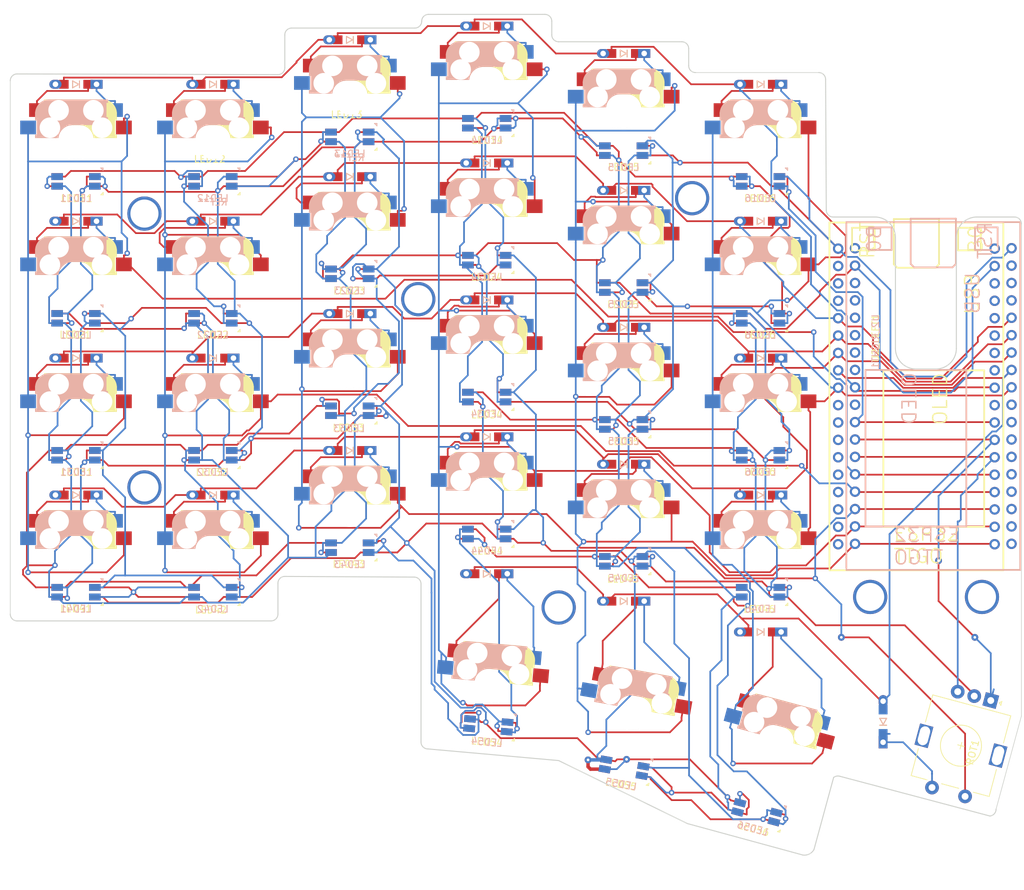
<source format=kicad_pcb>
(kicad_pcb (version 20171130) (host pcbnew 5.1.10)
  (layers (0 F.Cu signal) (31 B.Cu signal) (34 B.Paste user) (35 F.Paste user) (36 B.SilkS user) (37 F.SilkS user) (38 B.Mask user) (39 F.Mask user) (44 Edge.Cuts user))
  (net 0 "")
  (net 1 Row1)
  (net 2 "Net-(D11-Pad1)")
  (net 3 "Net-(D12-Pad1)")
  (net 4 "Net-(D13-Pad1)")
  (net 5 "Net-(D14-Pad1)")
  (net 6 "Net-(D15-Pad1)")
  (net 7 "Net-(D16-Pad1)")
  (net 8 Row2)
  (net 9 "Net-(D21-Pad1)")
  (net 10 "Net-(D22-Pad1)")
  (net 11 "Net-(D23-Pad1)")
  (net 12 "Net-(D24-Pad1)")
  (net 13 "Net-(D25-Pad1)")
  (net 14 "Net-(D26-Pad1)")
  (net 15 Row3)
  (net 16 "Net-(D31-Pad1)")
  (net 17 "Net-(D32-Pad1)")
  (net 18 "Net-(D33-Pad1)")
  (net 19 "Net-(D34-Pad1)")
  (net 20 "Net-(D35-Pad1)")
  (net 21 "Net-(D36-Pad1)")
  (net 22 Row4)
  (net 23 "Net-(D41-Pad1)")
  (net 24 "Net-(D42-Pad1)")
  (net 25 "Net-(D43-Pad1)")
  (net 26 "Net-(D44-Pad1)")
  (net 27 "Net-(D45-Pad1)")
  (net 28 "Net-(D46-Pad1)")
  (net 29 Row5)
  (net 30 "Net-(D54-Pad1)")
  (net 31 "Net-(D55-Pad1)")
  (net 32 "Net-(D56-Pad1)")
  (net 33 Column1)
  (net 34 Column2)
  (net 35 Column3)
  (net 36 Column4)
  (net 37 Column5)
  (net 38 Column6)
  (net 39 din)
  (net 40 B)
  (net 41 A)
  (net 42 "Net-(U2_LEFT1-PadPIN26)")
  (net 43 "Net-(U2_LEFT1-PadPIN28)")
  (net 44 "Net-(U2_LEFT1-PadPIN29)")
  (net 45 "Net-(U2_LEFT1-PadPIN30)")
  (net 46 "Net-(U2_LEFT1-PadPIN31)")
  (net 47 "Net-(U2_LEFT1-PadPIN32)")
  (net 48 "Net-(U2_LEFT1-PadPIN35)")
  (net 49 "Net-(U2_LEFT1-PadPIN17)")
  (net 50 "Net-(U2_LEFT1-PadPIN16)")
  (net 51 "Net-(U2_LEFT1-PadPIN15)")
  (net 52 "Net-(U2_LEFT1-PadPIN14)")
  (net 53 "Net-(U2_LEFT1-PadPIN13)")
  (net 54 "Net-(U2_LEFT1-PadPIN12)")
  (net 55 "Net-(U2_LEFT1-PadPIN11)")
  (net 56 "Net-(U2_LEFT1-PadPIN10)")
  (net 57 "Net-(U2_LEFT1-PadPIN3)")
  (net 58 "Net-(U2_LEFT1-PadPIN2)")
  (net 59 "Net-(U2_LEFT1-PadPIN1)")
  (net 60 "Net-(U2_RIGHT1-PadPIN26)")
  (net 61 "Net-(U2_RIGHT1-PadPIN28)")
  (net 62 "Net-(U2_RIGHT1-PadPIN29)")
  (net 63 "Net-(U2_RIGHT1-PadPIN30)")
  (net 64 "Net-(U2_RIGHT1-PadPIN31)")
  (net 65 "Net-(U2_RIGHT1-PadPIN32)")
  (net 66 "Net-(U2_RIGHT1-PadPIN35)")
  (net 67 "Net-(U2_RIGHT1-PadPIN17)")
  (net 68 "Net-(U2_RIGHT1-PadPIN16)")
  (net 69 "Net-(U2_RIGHT1-PadPIN15)")
  (net 70 "Net-(U2_RIGHT1-PadPIN14)")
  (net 71 "Net-(U2_RIGHT1-PadPIN13)")
  (net 72 "Net-(U2_RIGHT1-PadPIN12)")
  (net 73 "Net-(U2_RIGHT1-PadPIN11)")
  (net 74 "Net-(U2_RIGHT1-PadPIN10)")
  (net 75 "Net-(U2_RIGHT1-PadPIN3)")
  (net 76 "Net-(U2_RIGHT1-PadPIN2)")
  (net 77 "Net-(U2_RIGHT1-PadPIN1)")
  (net 78 "Net-(U2_LEFT1-PadPIN33)")
  (net 79 "Net-(U2_RIGHT1-PadPIN33)")
  (net 80 "Net-(LED11-Pad2)")
  (net 81 +5V)
  (net 82 GND)
  (net 83 "Net-(LED11-Pad4)")
  (net 84 "Net-(LED12-Pad4)")
  (net 85 "Net-(LED13-Pad4)")
  (net 86 "Net-(LED14-Pad4)")
  (net 87 "Net-(LED15-Pad4)")
  (net 88 "Net-(LED21-Pad4)")
  (net 89 "Net-(LED23-Pad4)")
  (net 90 "Net-(LED25-Pad4)")
  (net 91 "Net-(LED31-Pad4)")
  (net 92 "Net-(LED33-Pad4)")
  (net 93 "Net-(LED35-Pad4)")
  (net 94 "Net-(LED41-Pad4)")
  (net 95 "Net-(LED43-Pad4)")
  (net 96 "Net-(LED45-Pad4)")
  (net 97 "Net-(LED55-Pad4)")
  (net 98 "Net-(U2_LEFT1-PadPIN9)")
  (net 99 "Net-(U2_RIGHT1-PadPIN9)")
  (net 100 "Net-(LED12-Pad2)")
  (net 101 "Net-(LED14-Pad2)")
  (net 102 "Net-(LED16-Pad2)")
  (net 103 "Net-(LED22-Pad2)")
  (net 104 "Net-(LED24-Pad2)")
  (net 105 "Net-(LED26-Pad2)")
  (net 106 "Net-(LED32-Pad2)")
  (net 107 "Net-(LED34-Pad2)")
  (net 108 "Net-(LED36-Pad2)")
  (net 109 "Net-(LED44-Pad2)")
  (net 110 "Net-(LED46-Pad2)")
  (net 111 "Net-(DROT1-Pad1)")
  (module kbd:D3_TH_SMD_v2 (layer F.Cu) (at 83.3 111.811 180)
    (fp_text reference D41 hide)
    (fp_text value 1N4148 hide)
    (pad 2 smd rect (at 1.775 0) (size 1.4 1.3) (layers F.Cu F.Paste F.Mask) (net 22 Row4))
    (pad 1 smd rect (at -1.775 0) (size 1.4 1.3) (layers F.Cu F.Paste F.Mask) (net 23 "Net-(D41-Pad1)"))
    (pad 2 thru_hole oval (at 3 0 180) (size 1.778 1.3) (drill 0.8128) (layers *.Cu B.Mask) (net 22 Row4))
    (pad 1 thru_hole rect (at -3 0 180) (size 1.778 1.3) (drill 0.8128) (layers *.Cu B.Mask) (net 23 "Net-(D41-Pad1)"))
  )
  (module kbd:D3_TH_SMD_v2 (layer F.Cu) (at 183.3 131.811 180)
    (fp_text reference D56 hide)
    (fp_text value 1N4148 hide)
    (pad 2 smd rect (at 1.775 0) (size 1.4 1.3) (layers F.Cu F.Paste F.Mask) (net 29 Row5))
    (pad 1 smd rect (at -1.775 0) (size 1.4 1.3) (layers F.Cu F.Paste F.Mask) (net 32 "Net-(D56-Pad1)"))
    (pad 2 thru_hole oval (at 3 0 180) (size 1.778 1.3) (drill 0.8128) (layers *.Cu B.Mask) (net 29 Row5))
    (pad 1 thru_hole rect (at -3 0 180) (size 1.778 1.3) (drill 0.8128) (layers *.Cu B.Mask) (net 32 "Net-(D56-Pad1)"))
  )
  (module kbd:D3_TH_SMD_v2 (layer F.Cu) (at 163.3 127.311 180)
    (fp_text reference D55 hide)
    (fp_text value 1N4148 hide)
    (pad 2 smd rect (at 1.775 0) (size 1.4 1.3) (layers F.Cu F.Paste F.Mask) (net 29 Row5))
    (pad 1 smd rect (at -1.775 0) (size 1.4 1.3) (layers F.Cu F.Paste F.Mask) (net 31 "Net-(D55-Pad1)"))
    (pad 2 thru_hole oval (at 3 0 180) (size 1.778 1.3) (drill 0.8128) (layers *.Cu B.Mask) (net 29 Row5))
    (pad 1 thru_hole rect (at -3 0 180) (size 1.778 1.3) (drill 0.8128) (layers *.Cu B.Mask) (net 31 "Net-(D55-Pad1)"))
  )
  (module kbd:D3_TH_SMD_v2 (layer F.Cu) (at 143.3 123.311 180)
    (fp_text reference D54 hide)
    (fp_text value 1N4148 hide)
    (pad 2 smd rect (at 1.775 0) (size 1.4 1.3) (layers F.Cu F.Paste F.Mask) (net 29 Row5))
    (pad 1 smd rect (at -1.775 0) (size 1.4 1.3) (layers F.Cu F.Paste F.Mask) (net 30 "Net-(D54-Pad1)"))
    (pad 2 thru_hole oval (at 3 0 180) (size 1.778 1.3) (drill 0.8128) (layers *.Cu B.Mask) (net 29 Row5))
    (pad 1 thru_hole rect (at -3 0 180) (size 1.778 1.3) (drill 0.8128) (layers *.Cu B.Mask) (net 30 "Net-(D54-Pad1)"))
  )
  (module kbd:D3_TH_SMD_v2 (layer B.Cu) (at 201.2 144.925 90)
    (fp_text reference DROT1 hide)
    (fp_text value 1N414 hide)
    (pad 2 smd rect (at 1.775 0 270) (size 1.4 1.3) (layers B.Cu B.Paste B.Mask) (net 29 Row5))
    (pad 1 smd rect (at -1.775 0 270) (size 1.4 1.3) (layers B.Cu B.Paste B.Mask) (net 111 "Net-(DROT1-Pad1)"))
    (pad 2 thru_hole oval (at 3 0 90) (size 1.778 1.3) (drill 0.8128) (layers *.Cu F.Mask) (net 29 Row5))
    (pad 1 thru_hole rect (at -3 0 90) (size 1.778 1.3) (drill 0.8128) (layers *.Cu F.Mask) (net 111 "Net-(DROT1-Pad1)"))
  )
  (module kbd:D3_TH_SMD_v2 (layer F.Cu) (at 183.3 111.811 180)
    (fp_text reference D46 hide)
    (fp_text value 1N4148 hide)
    (pad 2 smd rect (at 1.775 0) (size 1.4 1.3) (layers F.Cu F.Paste F.Mask) (net 22 Row4))
    (pad 1 smd rect (at -1.775 0) (size 1.4 1.3) (layers F.Cu F.Paste F.Mask) (net 28 "Net-(D46-Pad1)"))
    (pad 2 thru_hole oval (at 3 0 180) (size 1.778 1.3) (drill 0.8128) (layers *.Cu B.Mask) (net 22 Row4))
    (pad 1 thru_hole rect (at -3 0 180) (size 1.778 1.3) (drill 0.8128) (layers *.Cu B.Mask) (net 28 "Net-(D46-Pad1)"))
  )
  (module kbd:D3_TH_SMD_v2 (layer F.Cu) (at 163.3 107.311 180)
    (fp_text reference D45 hide)
    (fp_text value 1N4148 hide)
    (pad 2 smd rect (at 1.775 0) (size 1.4 1.3) (layers F.Cu F.Paste F.Mask) (net 22 Row4))
    (pad 1 smd rect (at -1.775 0) (size 1.4 1.3) (layers F.Cu F.Paste F.Mask) (net 27 "Net-(D45-Pad1)"))
    (pad 2 thru_hole oval (at 3 0 180) (size 1.778 1.3) (drill 0.8128) (layers *.Cu B.Mask) (net 22 Row4))
    (pad 1 thru_hole rect (at -3 0 180) (size 1.778 1.3) (drill 0.8128) (layers *.Cu B.Mask) (net 27 "Net-(D45-Pad1)"))
  )
  (module kbd:D3_TH_SMD_v2 (layer F.Cu) (at 143.3 103.311 180)
    (fp_text reference D44 hide)
    (fp_text value 1N4148 hide)
    (pad 2 smd rect (at 1.775 0) (size 1.4 1.3) (layers F.Cu F.Paste F.Mask) (net 22 Row4))
    (pad 1 smd rect (at -1.775 0) (size 1.4 1.3) (layers F.Cu F.Paste F.Mask) (net 26 "Net-(D44-Pad1)"))
    (pad 2 thru_hole oval (at 3 0 180) (size 1.778 1.3) (drill 0.8128) (layers *.Cu B.Mask) (net 22 Row4))
    (pad 1 thru_hole rect (at -3 0 180) (size 1.778 1.3) (drill 0.8128) (layers *.Cu B.Mask) (net 26 "Net-(D44-Pad1)"))
  )
  (module kbd:D3_TH_SMD_v2 (layer F.Cu) (at 123.3 105.311 180)
    (fp_text reference D43 hide)
    (fp_text value 1N4148 hide)
    (pad 2 smd rect (at 1.775 0) (size 1.4 1.3) (layers F.Cu F.Paste F.Mask) (net 22 Row4))
    (pad 1 smd rect (at -1.775 0) (size 1.4 1.3) (layers F.Cu F.Paste F.Mask) (net 25 "Net-(D43-Pad1)"))
    (pad 2 thru_hole oval (at 3 0 180) (size 1.778 1.3) (drill 0.8128) (layers *.Cu B.Mask) (net 22 Row4))
    (pad 1 thru_hole rect (at -3 0 180) (size 1.778 1.3) (drill 0.8128) (layers *.Cu B.Mask) (net 25 "Net-(D43-Pad1)"))
  )
  (module kbd:D3_TH_SMD_v2 (layer F.Cu) (at 103.3 111.811 180)
    (fp_text reference D42 hide)
    (fp_text value 1N4148 hide)
    (pad 2 smd rect (at 1.775 0) (size 1.4 1.3) (layers F.Cu F.Paste F.Mask) (net 22 Row4))
    (pad 1 smd rect (at -1.775 0) (size 1.4 1.3) (layers F.Cu F.Paste F.Mask) (net 24 "Net-(D42-Pad1)"))
    (pad 2 thru_hole oval (at 3 0 180) (size 1.778 1.3) (drill 0.8128) (layers *.Cu B.Mask) (net 22 Row4))
    (pad 1 thru_hole rect (at -3 0 180) (size 1.778 1.3) (drill 0.8128) (layers *.Cu B.Mask) (net 24 "Net-(D42-Pad1)"))
  )
  (module kbd:D3_TH_SMD_v2 (layer F.Cu) (at 183.3 91.8111 180)
    (fp_text reference D36 hide)
    (fp_text value 1N4148 hide)
    (pad 2 smd rect (at 1.775 0) (size 1.4 1.3) (layers F.Cu F.Paste F.Mask) (net 15 Row3))
    (pad 1 smd rect (at -1.775 0) (size 1.4 1.3) (layers F.Cu F.Paste F.Mask) (net 21 "Net-(D36-Pad1)"))
    (pad 2 thru_hole oval (at 3 0 180) (size 1.778 1.3) (drill 0.8128) (layers *.Cu B.Mask) (net 15 Row3))
    (pad 1 thru_hole rect (at -3 0 180) (size 1.778 1.3) (drill 0.8128) (layers *.Cu B.Mask) (net 21 "Net-(D36-Pad1)"))
  )
  (module kbd:D3_TH_SMD_v2 (layer F.Cu) (at 163.3 87.3111 180)
    (fp_text reference D35 hide)
    (fp_text value 1N4148 hide)
    (pad 2 smd rect (at 1.775 0) (size 1.4 1.3) (layers F.Cu F.Paste F.Mask) (net 15 Row3))
    (pad 1 smd rect (at -1.775 0) (size 1.4 1.3) (layers F.Cu F.Paste F.Mask) (net 20 "Net-(D35-Pad1)"))
    (pad 2 thru_hole oval (at 3 0 180) (size 1.778 1.3) (drill 0.8128) (layers *.Cu B.Mask) (net 15 Row3))
    (pad 1 thru_hole rect (at -3 0 180) (size 1.778 1.3) (drill 0.8128) (layers *.Cu B.Mask) (net 20 "Net-(D35-Pad1)"))
  )
  (module kbd:D3_TH_SMD_v2 (layer F.Cu) (at 143.3 83.3111 180)
    (fp_text reference D34 hide)
    (fp_text value 1N414 hide)
    (pad 2 smd rect (at 1.775 0) (size 1.4 1.3) (layers F.Cu F.Paste F.Mask) (net 15 Row3))
    (pad 1 smd rect (at -1.775 0) (size 1.4 1.3) (layers F.Cu F.Paste F.Mask) (net 19 "Net-(D34-Pad1)"))
    (pad 2 thru_hole oval (at 3 0 180) (size 1.778 1.3) (drill 0.8128) (layers *.Cu B.Mask) (net 15 Row3))
    (pad 1 thru_hole rect (at -3 0 180) (size 1.778 1.3) (drill 0.8128) (layers *.Cu B.Mask) (net 19 "Net-(D34-Pad1)"))
  )
  (module kbd:D3_TH_SMD_v2 (layer F.Cu) (at 123.3 85.3111 180)
    (fp_text reference D33 hide)
    (fp_text value 1N4148 hide)
    (pad 2 smd rect (at 1.775 0) (size 1.4 1.3) (layers F.Cu F.Paste F.Mask) (net 15 Row3))
    (pad 1 smd rect (at -1.775 0) (size 1.4 1.3) (layers F.Cu F.Paste F.Mask) (net 18 "Net-(D33-Pad1)"))
    (pad 2 thru_hole oval (at 3 0 180) (size 1.778 1.3) (drill 0.8128) (layers *.Cu B.Mask) (net 15 Row3))
    (pad 1 thru_hole rect (at -3 0 180) (size 1.778 1.3) (drill 0.8128) (layers *.Cu B.Mask) (net 18 "Net-(D33-Pad1)"))
  )
  (module kbd:D3_TH_SMD_v2 (layer F.Cu) (at 103.3 91.8111 180)
    (fp_text reference D32 hide)
    (fp_text value 1N4148 hide)
    (pad 2 smd rect (at 1.775 0) (size 1.4 1.3) (layers F.Cu F.Paste F.Mask) (net 15 Row3))
    (pad 1 smd rect (at -1.775 0) (size 1.4 1.3) (layers F.Cu F.Paste F.Mask) (net 17 "Net-(D32-Pad1)"))
    (pad 2 thru_hole oval (at 3 0 180) (size 1.778 1.3) (drill 0.8128) (layers *.Cu B.Mask) (net 15 Row3))
    (pad 1 thru_hole rect (at -3 0 180) (size 1.778 1.3) (drill 0.8128) (layers *.Cu B.Mask) (net 17 "Net-(D32-Pad1)"))
  )
  (module kbd:D3_TH_SMD_v2 (layer F.Cu) (at 83.3 91.8111 180)
    (fp_text reference D31 hide)
    (fp_text value 1N4148 hide)
    (pad 2 smd rect (at 1.775 0) (size 1.4 1.3) (layers F.Cu F.Paste F.Mask) (net 15 Row3))
    (pad 1 smd rect (at -1.775 0) (size 1.4 1.3) (layers F.Cu F.Paste F.Mask) (net 16 "Net-(D31-Pad1)"))
    (pad 2 thru_hole oval (at 3 0 180) (size 1.778 1.3) (drill 0.8128) (layers *.Cu B.Mask) (net 15 Row3))
    (pad 1 thru_hole rect (at -3 0 180) (size 1.778 1.3) (drill 0.8128) (layers *.Cu B.Mask) (net 16 "Net-(D31-Pad1)"))
  )
  (module kbd:D3_TH_SMD_v2 (layer F.Cu) (at 183.3 71.8111 180)
    (fp_text reference D26 hide)
    (fp_text value 1N4148 hide)
    (pad 2 smd rect (at 1.775 0) (size 1.4 1.3) (layers F.Cu F.Paste F.Mask) (net 8 Row2))
    (pad 1 smd rect (at -1.775 0) (size 1.4 1.3) (layers F.Cu F.Paste F.Mask) (net 14 "Net-(D26-Pad1)"))
    (pad 2 thru_hole oval (at 3 0 180) (size 1.778 1.3) (drill 0.8128) (layers *.Cu B.Mask) (net 8 Row2))
    (pad 1 thru_hole rect (at -3 0 180) (size 1.778 1.3) (drill 0.8128) (layers *.Cu B.Mask) (net 14 "Net-(D26-Pad1)"))
  )
  (module kbd:D3_TH_SMD_v2 (layer F.Cu) (at 163.3 67.3111 180)
    (fp_text reference D25 hide)
    (fp_text value 1N414 hide)
    (pad 2 smd rect (at 1.775 0) (size 1.4 1.3) (layers F.Cu F.Paste F.Mask) (net 8 Row2))
    (pad 1 smd rect (at -1.775 0) (size 1.4 1.3) (layers F.Cu F.Paste F.Mask) (net 13 "Net-(D25-Pad1)"))
    (pad 2 thru_hole oval (at 3 0 180) (size 1.778 1.3) (drill 0.8128) (layers *.Cu B.Mask) (net 8 Row2))
    (pad 1 thru_hole rect (at -3 0 180) (size 1.778 1.3) (drill 0.8128) (layers *.Cu B.Mask) (net 13 "Net-(D25-Pad1)"))
  )
  (module kbd:D3_TH_SMD_v2 (layer F.Cu) (at 143.3 63.3111 180)
    (fp_text reference D24 hide)
    (fp_text value 1N4148 hide)
    (pad 2 smd rect (at 1.775 0) (size 1.4 1.3) (layers F.Cu F.Paste F.Mask) (net 8 Row2))
    (pad 1 smd rect (at -1.775 0) (size 1.4 1.3) (layers F.Cu F.Paste F.Mask) (net 12 "Net-(D24-Pad1)"))
    (pad 2 thru_hole oval (at 3 0 180) (size 1.778 1.3) (drill 0.8128) (layers *.Cu B.Mask) (net 8 Row2))
    (pad 1 thru_hole rect (at -3 0 180) (size 1.778 1.3) (drill 0.8128) (layers *.Cu B.Mask) (net 12 "Net-(D24-Pad1)"))
  )
  (module kbd:D3_TH_SMD_v2 (layer F.Cu) (at 123.3 65.3111 180)
    (fp_text reference D23 hide)
    (fp_text value 1N4148 hide)
    (pad 2 smd rect (at 1.775 0) (size 1.4 1.3) (layers F.Cu F.Paste F.Mask) (net 8 Row2))
    (pad 1 smd rect (at -1.775 0) (size 1.4 1.3) (layers F.Cu F.Paste F.Mask) (net 11 "Net-(D23-Pad1)"))
    (pad 2 thru_hole oval (at 3 0 180) (size 1.778 1.3) (drill 0.8128) (layers *.Cu B.Mask) (net 8 Row2))
    (pad 1 thru_hole rect (at -3 0 180) (size 1.778 1.3) (drill 0.8128) (layers *.Cu B.Mask) (net 11 "Net-(D23-Pad1)"))
  )
  (module kbd:D3_TH_SMD_v2 (layer F.Cu) (at 103.3 71.8111 180)
    (fp_text reference D22 hide)
    (fp_text value 1N4148 hide)
    (pad 2 smd rect (at 1.775 0) (size 1.4 1.3) (layers F.Cu F.Paste F.Mask) (net 8 Row2))
    (pad 1 smd rect (at -1.775 0) (size 1.4 1.3) (layers F.Cu F.Paste F.Mask) (net 10 "Net-(D22-Pad1)"))
    (pad 2 thru_hole oval (at 3 0 180) (size 1.778 1.3) (drill 0.8128) (layers *.Cu B.Mask) (net 8 Row2))
    (pad 1 thru_hole rect (at -3 0 180) (size 1.778 1.3) (drill 0.8128) (layers *.Cu B.Mask) (net 10 "Net-(D22-Pad1)"))
  )
  (module kbd:D3_TH_SMD_v2 (layer F.Cu) (at 83.3 71.8111 180)
    (fp_text reference D21 hide)
    (fp_text value 1N4148 hide)
    (pad 2 smd rect (at 1.775 0) (size 1.4 1.3) (layers F.Cu F.Paste F.Mask) (net 8 Row2))
    (pad 1 smd rect (at -1.775 0) (size 1.4 1.3) (layers F.Cu F.Paste F.Mask) (net 9 "Net-(D21-Pad1)"))
    (pad 2 thru_hole oval (at 3 0 180) (size 1.778 1.3) (drill 0.8128) (layers *.Cu B.Mask) (net 8 Row2))
    (pad 1 thru_hole rect (at -3 0 180) (size 1.778 1.3) (drill 0.8128) (layers *.Cu B.Mask) (net 9 "Net-(D21-Pad1)"))
  )
  (module kbd:D3_TH_SMD_v2 (layer F.Cu) (at 183.3 51.8111 180)
    (fp_text reference D16 hide)
    (fp_text value 1N4148 hide)
    (pad 2 smd rect (at 1.775 0) (size 1.4 1.3) (layers F.Cu F.Paste F.Mask) (net 1 Row1))
    (pad 1 smd rect (at -1.775 0) (size 1.4 1.3) (layers F.Cu F.Paste F.Mask) (net 7 "Net-(D16-Pad1)"))
    (pad 2 thru_hole oval (at 3 0 180) (size 1.778 1.3) (drill 0.8128) (layers *.Cu B.Mask) (net 1 Row1))
    (pad 1 thru_hole rect (at -3 0 180) (size 1.778 1.3) (drill 0.8128) (layers *.Cu B.Mask) (net 7 "Net-(D16-Pad1)"))
  )
  (module kbd:D3_TH_SMD_v2 (layer F.Cu) (at 163.3 47.3111 180)
    (fp_text reference D15 hide)
    (fp_text value 1N414 hide)
    (pad 2 smd rect (at 1.775 0) (size 1.4 1.3) (layers F.Cu F.Paste F.Mask) (net 1 Row1))
    (pad 1 smd rect (at -1.775 0) (size 1.4 1.3) (layers F.Cu F.Paste F.Mask) (net 6 "Net-(D15-Pad1)"))
    (pad 2 thru_hole oval (at 3 0 180) (size 1.778 1.3) (drill 0.8128) (layers *.Cu B.Mask) (net 1 Row1))
    (pad 1 thru_hole rect (at -3 0 180) (size 1.778 1.3) (drill 0.8128) (layers *.Cu B.Mask) (net 6 "Net-(D15-Pad1)"))
  )
  (module kbd:D3_TH_SMD_v2 (layer F.Cu) (at 143.3 43.3111 180)
    (fp_text reference D14 hide)
    (fp_text value 1N4148 hide)
    (pad 2 smd rect (at 1.775 0) (size 1.4 1.3) (layers F.Cu F.Paste F.Mask) (net 1 Row1))
    (pad 1 smd rect (at -1.775 0) (size 1.4 1.3) (layers F.Cu F.Paste F.Mask) (net 5 "Net-(D14-Pad1)"))
    (pad 2 thru_hole oval (at 3 0 180) (size 1.778 1.3) (drill 0.8128) (layers *.Cu B.Mask) (net 1 Row1))
    (pad 1 thru_hole rect (at -3 0 180) (size 1.778 1.3) (drill 0.8128) (layers *.Cu B.Mask) (net 5 "Net-(D14-Pad1)"))
  )
  (module kbd:D3_TH_SMD_v2 (layer F.Cu) (at 123.3 45.3111 180)
    (fp_text reference D13 hide)
    (fp_text value 1N4148 hide)
    (pad 2 smd rect (at 1.775 0) (size 1.4 1.3) (layers F.Cu F.Paste F.Mask) (net 1 Row1))
    (pad 1 smd rect (at -1.775 0) (size 1.4 1.3) (layers F.Cu F.Paste F.Mask) (net 4 "Net-(D13-Pad1)"))
    (pad 2 thru_hole oval (at 3 0 180) (size 1.778 1.3) (drill 0.8128) (layers *.Cu B.Mask) (net 1 Row1))
    (pad 1 thru_hole rect (at -3 0 180) (size 1.778 1.3) (drill 0.8128) (layers *.Cu B.Mask) (net 4 "Net-(D13-Pad1)"))
  )
  (module kbd:D3_TH_SMD_v2 (layer F.Cu) (at 103.3 51.8111 180)
    (fp_text reference D12 hide)
    (fp_text value 1N4148 hide)
    (pad 2 smd rect (at 1.775 0) (size 1.4 1.3) (layers F.Cu F.Paste F.Mask) (net 1 Row1))
    (pad 1 smd rect (at -1.775 0) (size 1.4 1.3) (layers F.Cu F.Paste F.Mask) (net 3 "Net-(D12-Pad1)"))
    (pad 2 thru_hole oval (at 3 0 180) (size 1.778 1.3) (drill 0.8128) (layers *.Cu B.Mask) (net 1 Row1))
    (pad 1 thru_hole rect (at -3 0 180) (size 1.778 1.3) (drill 0.8128) (layers *.Cu B.Mask) (net 3 "Net-(D12-Pad1)"))
  )
  (module kbd:D3_TH_SMD_v2 (layer F.Cu) (at 83.3 51.8111 180)
    (fp_text reference D11 hide)
    (fp_text value 1N4148 hide)
    (pad 2 smd rect (at 1.775 0) (size 1.4 1.3) (layers F.Cu F.Paste F.Mask) (net 1 Row1))
    (pad 1 smd rect (at -1.775 0) (size 1.4 1.3) (layers F.Cu F.Paste F.Mask) (net 2 "Net-(D11-Pad1)"))
    (pad 2 thru_hole oval (at 3 0 180) (size 1.778 1.3) (drill 0.8128) (layers *.Cu B.Mask) (net 1 Row1))
    (pad 1 thru_hole rect (at -3 0 180) (size 1.778 1.3) (drill 0.8128) (layers *.Cu B.Mask) (net 2 "Net-(D11-Pad1)"))
  )
  (module kbd:CherryMX_MidHeight_Hotswap1.25v (layer F.Cu) (at 164.689 144.078 350)
    (fp_text reference K55 hide)
    (fp_text value key hide)
    (pad "" np_thru_hole circle (at 4.5 0 350) (size 1.7 1.7) (drill 1.7) (layers *.Cu *.Mask))
    (pad "" np_thru_hole circle (at -4.5 0 350) (size 1.7 1.7) (drill 1.7) (layers *.Cu *.Mask))
    (pad 2 smd rect (at 5.7 -5.12 170) (size 2.3 2) (layers B.Cu B.Paste B.Mask) (net 31 "Net-(D55-Pad1)"))
    (pad "" np_thru_hole circle (at -5.08 0 350) (size 1.9 1.9) (drill 1.9) (layers *.Cu *.Mask))
    (pad "" np_thru_hole circle (at 5.08 0 350) (size 1.9 1.9) (drill 1.9) (layers *.Cu *.Mask))
    (pad "" np_thru_hole circle (at 0 0 80) (size 4.1 4.1) (drill 4.1) (layers *.Cu *.Mask))
    (pad "" np_thru_hole circle (at 2.54 -5.08 170) (size 3 3) (drill 3) (layers *.Cu *.Mask))
    (pad "" np_thru_hole circle (at 3.81 -2.540001 170) (size 3 3) (drill 3) (layers *.Cu *.Mask))
    (pad "" np_thru_hole circle (at -2.54 -5.08 170) (size 3 3) (drill 3) (layers *.Cu *.Mask))
    (pad "" np_thru_hole circle (at -3.81 -2.54 170) (size 3 3) (drill 3) (layers *.Cu *.Mask))
    (pad 2 smd rect (at -5.7 -5.12 170) (size 2.3 2) (layers F.Cu F.Paste F.Mask) (net 31 "Net-(D55-Pad1)"))
    (pad 1 smd rect (at 7 -2.58 170) (size 2.3 2) (layers F.Cu F.Paste F.Mask) (net 37 Column5))
    (pad 1 smd rect (at -7 -2.58 170) (size 2.3 2) (layers B.Cu B.Paste B.Mask) (net 37 Column5))
  )
  (module ttgo:ESP32_TTGO_V2 (layer F.Cu) (at 206.7 94.867 270)
    (fp_text reference U2_LEFT1 (at -5.967 6.6 270) (layer F.SilkS))
    (fp_text value TTGO_ESP32_OLED_V2)
    (fp_text user USB (at -9.267 -7.5 270) (layer F.SilkS) (effects (font (size 2.032 2.032) (thickness 0.2032)) (justify left)))
    (fp_text user RST (at -17.4 7.8 270) (layer F.SilkS) (effects (font (size 2.032 2.032) (thickness 0.2032)) (justify left)))
    (fp_text user B0 (at -18.288051 -8.009153 270) (layer F.SilkS) (effects (font (size 2.032 2.032) (thickness 0.2032)) (justify left)))
    (fp_text user OLED (at 6.857949 -2.837713 270) (layer F.SilkS) (effects (font (size 2.032 2.032) (thickness 0.2032)) (justify left)))
    (fp_text user "ESP32\nTTGO" (at 24.233 4.1 180) (layer F.SilkS) (effects (font (size 2.032 2.032) (thickness 0.2032)) (justify left)))
    (pad PIN18 thru_hole circle (at 24.129949 -10.795025 270) (size 1.524 1.524) (drill 0.9144) (layers *.Cu *.Mask) (net 37 Column5))
    (pad PIN19 thru_hole circle (at 21.589949 -10.795025 270) (size 1.524 1.524) (drill 0.9144) (layers *.Cu *.Mask) (net 36 Column4))
    (pad PIN20 thru_hole circle (at 19.049949 -10.795025 270) (size 1.524 1.524) (drill 0.9144) (layers *.Cu *.Mask) (net 35 Column3))
    (pad PIN21 thru_hole circle (at 16.509949 -10.795025 270) (size 1.524 1.524) (drill 0.9144) (layers *.Cu *.Mask) (net 34 Column2))
    (pad PIN22 thru_hole circle (at 13.969949 -10.795025 270) (size 1.524 1.524) (drill 0.9144) (layers *.Cu *.Mask) (net 33 Column1))
    (pad PIN23 thru_hole circle (at 11.429949 -10.795025 270) (size 1.524 1.524) (drill 0.9144) (layers *.Cu *.Mask) (net 40 B))
    (pad PIN24 thru_hole circle (at 8.889949 -10.795025 270) (size 1.524 1.524) (drill 0.9144) (layers *.Cu *.Mask) (net 41 A))
    (pad PIN25 thru_hole circle (at 6.349949 -10.795025 270) (size 1.524 1.524) (drill 0.9144) (layers *.Cu *.Mask) (net 39 din))
    (pad PIN26 thru_hole circle (at 3.809949 -10.795025 270) (size 1.524 1.524) (drill 0.9144) (layers *.Cu *.Mask) (net 42 "Net-(U2_LEFT1-PadPIN26)"))
    (pad PIN28 thru_hole circle (at -1.270051 -10.795025 270) (size 1.524 1.524) (drill 0.9144) (layers *.Cu *.Mask) (net 43 "Net-(U2_LEFT1-PadPIN28)"))
    (pad PIN29 thru_hole circle (at -3.810051 -10.795025 270) (size 1.524 1.524) (drill 0.9144) (layers *.Cu *.Mask) (net 44 "Net-(U2_LEFT1-PadPIN29)"))
    (pad PIN30 thru_hole circle (at -6.350051 -10.795025 270) (size 1.524 1.524) (drill 0.9144) (layers *.Cu *.Mask) (net 45 "Net-(U2_LEFT1-PadPIN30)"))
    (pad PIN31 thru_hole circle (at -8.890051 -10.795025 270) (size 1.524 1.524) (drill 0.9144) (layers *.Cu *.Mask) (net 46 "Net-(U2_LEFT1-PadPIN31)"))
    (pad PIN32 thru_hole circle (at -11.430051 -10.795025 270) (size 1.524 1.524) (drill 0.9144) (layers *.Cu *.Mask) (net 47 "Net-(U2_LEFT1-PadPIN32)"))
    (pad PIN33 thru_hole circle (at -13.970051 -10.795025 270) (size 1.524 1.524) (drill 0.9144) (layers *.Cu *.Mask) (net 78 "Net-(U2_LEFT1-PadPIN33)"))
    (pad PIN34 thru_hole circle (at -16.510051 -10.795025 270) (size 1.524 1.524) (drill 0.9144) (layers *.Cu *.Mask) (net 81 +5V))
    (pad PIN35 thru_hole circle (at -19.050051 -10.795025 270) (size 1.524 1.524) (drill 0.9144) (layers *.Cu *.Mask) (net 48 "Net-(U2_LEFT1-PadPIN35)"))
    (pad PIN17 thru_hole circle (at 24.129949 12.064975 270) (size 1.524 1.524) (drill 0.9144) (layers *.Cu *.Mask) (net 49 "Net-(U2_LEFT1-PadPIN17)"))
    (pad PIN16 thru_hole circle (at 21.589949 12.064975 270) (size 1.524 1.524) (drill 0.9144) (layers *.Cu *.Mask) (net 50 "Net-(U2_LEFT1-PadPIN16)"))
    (pad PIN15 thru_hole circle (at 19.049949 12.064975 270) (size 1.524 1.524) (drill 0.9144) (layers *.Cu *.Mask) (net 51 "Net-(U2_LEFT1-PadPIN15)"))
    (pad PIN14 thru_hole circle (at 16.509949 12.064975 270) (size 1.524 1.524) (drill 0.9144) (layers *.Cu *.Mask) (net 52 "Net-(U2_LEFT1-PadPIN14)"))
    (pad PIN13 thru_hole circle (at 13.969949 12.064975 270) (size 1.524 1.524) (drill 0.9144) (layers *.Cu *.Mask) (net 53 "Net-(U2_LEFT1-PadPIN13)"))
    (pad PIN12 thru_hole circle (at 11.429949 12.064975 270) (size 1.524 1.524) (drill 0.9144) (layers *.Cu *.Mask) (net 54 "Net-(U2_LEFT1-PadPIN12)"))
    (pad PIN11 thru_hole circle (at 8.889949 12.064975 270) (size 1.524 1.524) (drill 0.9144) (layers *.Cu *.Mask) (net 55 "Net-(U2_LEFT1-PadPIN11)"))
    (pad PIN10 thru_hole circle (at 6.349949 12.064975 270) (size 1.524 1.524) (drill 0.9144) (layers *.Cu *.Mask) (net 56 "Net-(U2_LEFT1-PadPIN10)"))
    (pad PIN9 thru_hole circle (at 3.809949 12.064975 270) (size 1.524 1.524) (drill 0.9144) (layers *.Cu *.Mask) (net 98 "Net-(U2_LEFT1-PadPIN9)"))
    (pad PIN7 thru_hole circle (at -1.270051 12.064975 270) (size 1.524 1.524) (drill 0.9144) (layers *.Cu *.Mask) (net 29 Row5))
    (pad PIN6 thru_hole circle (at -3.810051 12.064975 270) (size 1.524 1.524) (drill 0.9144) (layers *.Cu *.Mask) (net 22 Row4))
    (pad PIN5 thru_hole circle (at -6.350051 12.064975 270) (size 1.524 1.524) (drill 0.9144) (layers *.Cu *.Mask) (net 15 Row3))
    (pad PIN4 thru_hole circle (at -8.890051 12.064975 270) (size 1.524 1.524) (drill 0.9144) (layers *.Cu *.Mask) (net 8 Row2))
    (pad PIN3 thru_hole circle (at -11.430051 12.064975 270) (size 1.524 1.524) (drill 0.9144) (layers *.Cu *.Mask) (net 57 "Net-(U2_LEFT1-PadPIN3)"))
    (pad PIN2 thru_hole circle (at -13.970051 12.064975 270) (size 1.524 1.524) (drill 0.9144) (layers *.Cu *.Mask) (net 58 "Net-(U2_LEFT1-PadPIN2)"))
    (pad PIN1 thru_hole circle (at -16.510051 12.064975 270) (size 1.524 1.524) (drill 0.9144) (layers *.Cu *.Mask) (net 59 "Net-(U2_LEFT1-PadPIN1)"))
    (pad PIN0 thru_hole circle (at -19.050051 12.064975 270) (size 1.524 1.524) (drill 0.9144) (layers *.Cu *.Mask) (net 82 GND))
    (pad PIN8 thru_hole circle (at 1.269949 12.064975 270) (size 1.524 1.524) (drill 0.9144) (layers *.Cu *.Mask) (net 38 Column6))
    (pad PIN27 thru_hole circle (at 1.269949 -10.795025 270) (size 1.524 1.524) (drill 0.9144) (layers *.Cu *.Mask) (net 1 Row1))
  )
  (module Keebio-Parts:RotaryEncoder_Alps_EC11E-Switch_Vertical_H20mm (layer F.Cu) (at 212.571 148.427 255)
    (fp_text reference ROT1 (at 0.483543 -1.910501 75) (layer F.SilkS))
    (fp_text value Device_Rotary_Encoder_Switch)
    (pad S1 thru_hole circle (at 7 2.5 255) (size 2 2) (drill 1) (layers *.Cu *.Mask) (net 111 "Net-(DROT1-Pad1)"))
    (pad S2 thru_hole circle (at 7 -2.5 255) (size 2 2) (drill 1) (layers *.Cu *.Mask) (net 35 Column3))
    (pad MP thru_hole rect (at 0 5.6 255) (size 3.2 2) (drill oval 2.8 1.5) (layers *.Cu *.Mask))
    (pad MP thru_hole rect (at 0 -5.6 255) (size 3.2 2) (drill oval 2.8 1.5) (layers *.Cu *.Mask))
    (pad B thru_hole circle (at -7.5 2.5 255) (size 2 2) (drill 1) (layers *.Cu *.Mask) (net 40 B))
    (pad C thru_hole circle (at -7.5 0 255) (size 2 2) (drill 1) (layers *.Cu *.Mask) (net 82 GND))
    (pad A thru_hole rect (at -7.5 -2.5 255) (size 2 2) (drill 1) (layers *.Cu *.Mask) (net 41 A))
  )
  (module kbd:CherryMX_MidHeight_Hotswap_ME (layer F.Cu) (at 83.3 60.7)
    (fp_text reference K11 hide)
    (fp_text value key hide)
    (pad "" np_thru_hole circle (at 4.5 0) (size 1.7 1.7) (drill 1.7) (layers *.Cu *.Mask))
    (pad "" np_thru_hole circle (at -4.5 0) (size 1.7 1.7) (drill 1.7) (layers *.Cu *.Mask))
    (pad 2 smd rect (at 5.7 -5.12 180) (size 2.3 2) (layers B.Cu B.Paste B.Mask) (net 2 "Net-(D11-Pad1)"))
    (pad "" np_thru_hole circle (at -5.08 0) (size 1.9 1.9) (drill 1.9) (layers *.Cu *.Mask))
    (pad "" np_thru_hole circle (at 5.08 0) (size 1.9 1.9) (drill 1.9) (layers *.Cu *.Mask))
    (pad "" np_thru_hole circle (at 0 0 90) (size 4.1 4.1) (drill 4.1) (layers *.Cu *.Mask))
    (pad "" np_thru_hole circle (at 2.54 -5.08 180) (size 3 3) (drill 3) (layers *.Cu *.Mask))
    (pad "" np_thru_hole circle (at 3.81 -2.540001 180) (size 3 3) (drill 3) (layers *.Cu *.Mask))
    (pad "" np_thru_hole circle (at -2.54 -5.08 180) (size 3 3) (drill 3) (layers *.Cu *.Mask))
    (pad "" np_thru_hole circle (at -3.81 -2.54 180) (size 3 3) (drill 3) (layers *.Cu *.Mask))
    (pad 2 smd rect (at -5.7 -5.12 180) (size 2.3 2) (layers F.Cu F.Paste F.Mask) (net 2 "Net-(D11-Pad1)"))
    (pad 1 smd rect (at 7 -2.58 180) (size 2.3 2) (layers F.Cu F.Paste F.Mask) (net 33 Column1))
    (pad 1 smd rect (at -7 -2.58 180) (size 2.3 2) (layers B.Cu B.Paste B.Mask) (net 33 Column1))
  )
  (module kbd:CherryMX_MidHeight_Hotswap_ME (layer F.Cu) (at 103.3 60.7)
    (fp_text reference K12 hide)
    (fp_text value key hide)
    (pad "" np_thru_hole circle (at 4.5 0) (size 1.7 1.7) (drill 1.7) (layers *.Cu *.Mask))
    (pad "" np_thru_hole circle (at -4.5 0) (size 1.7 1.7) (drill 1.7) (layers *.Cu *.Mask))
    (pad 2 smd rect (at 5.7 -5.12 180) (size 2.3 2) (layers B.Cu B.Paste B.Mask) (net 3 "Net-(D12-Pad1)"))
    (pad "" np_thru_hole circle (at -5.08 0) (size 1.9 1.9) (drill 1.9) (layers *.Cu *.Mask))
    (pad "" np_thru_hole circle (at 5.08 0) (size 1.9 1.9) (drill 1.9) (layers *.Cu *.Mask))
    (pad "" np_thru_hole circle (at 0 0 90) (size 4.1 4.1) (drill 4.1) (layers *.Cu *.Mask))
    (pad "" np_thru_hole circle (at 2.54 -5.08 180) (size 3 3) (drill 3) (layers *.Cu *.Mask))
    (pad "" np_thru_hole circle (at 3.81 -2.540001 180) (size 3 3) (drill 3) (layers *.Cu *.Mask))
    (pad "" np_thru_hole circle (at -2.54 -5.08 180) (size 3 3) (drill 3) (layers *.Cu *.Mask))
    (pad "" np_thru_hole circle (at -3.81 -2.54 180) (size 3 3) (drill 3) (layers *.Cu *.Mask))
    (pad 2 smd rect (at -5.7 -5.12 180) (size 2.3 2) (layers F.Cu F.Paste F.Mask) (net 3 "Net-(D12-Pad1)"))
    (pad 1 smd rect (at 7 -2.58 180) (size 2.3 2) (layers F.Cu F.Paste F.Mask) (net 34 Column2))
    (pad 1 smd rect (at -7 -2.58 180) (size 2.3 2) (layers B.Cu B.Paste B.Mask) (net 34 Column2))
  )
  (module kbd:CherryMX_MidHeight_Hotswap_ME (layer F.Cu) (at 123.3 54.2)
    (fp_text reference K13 hide)
    (fp_text value key hide)
    (pad "" np_thru_hole circle (at 4.5 0) (size 1.7 1.7) (drill 1.7) (layers *.Cu *.Mask))
    (pad "" np_thru_hole circle (at -4.5 0) (size 1.7 1.7) (drill 1.7) (layers *.Cu *.Mask))
    (pad 2 smd rect (at 5.7 -5.12 180) (size 2.3 2) (layers B.Cu B.Paste B.Mask) (net 4 "Net-(D13-Pad1)"))
    (pad "" np_thru_hole circle (at -5.08 0) (size 1.9 1.9) (drill 1.9) (layers *.Cu *.Mask))
    (pad "" np_thru_hole circle (at 5.08 0) (size 1.9 1.9) (drill 1.9) (layers *.Cu *.Mask))
    (pad "" np_thru_hole circle (at 0 0 90) (size 4.1 4.1) (drill 4.1) (layers *.Cu *.Mask))
    (pad "" np_thru_hole circle (at 2.54 -5.08 180) (size 3 3) (drill 3) (layers *.Cu *.Mask))
    (pad "" np_thru_hole circle (at 3.81 -2.540001 180) (size 3 3) (drill 3) (layers *.Cu *.Mask))
    (pad "" np_thru_hole circle (at -2.54 -5.08 180) (size 3 3) (drill 3) (layers *.Cu *.Mask))
    (pad "" np_thru_hole circle (at -3.81 -2.54 180) (size 3 3) (drill 3) (layers *.Cu *.Mask))
    (pad 2 smd rect (at -5.7 -5.12 180) (size 2.3 2) (layers F.Cu F.Paste F.Mask) (net 4 "Net-(D13-Pad1)"))
    (pad 1 smd rect (at 7 -2.58 180) (size 2.3 2) (layers F.Cu F.Paste F.Mask) (net 35 Column3))
    (pad 1 smd rect (at -7 -2.58 180) (size 2.3 2) (layers B.Cu B.Paste B.Mask) (net 35 Column3))
  )
  (module kbd:CherryMX_MidHeight_Hotswap_ME (layer F.Cu) (at 143.3 52.2)
    (fp_text reference K14 hide)
    (fp_text value key hide)
    (pad "" np_thru_hole circle (at 4.5 0) (size 1.7 1.7) (drill 1.7) (layers *.Cu *.Mask))
    (pad "" np_thru_hole circle (at -4.5 0) (size 1.7 1.7) (drill 1.7) (layers *.Cu *.Mask))
    (pad 2 smd rect (at 5.7 -5.12 180) (size 2.3 2) (layers B.Cu B.Paste B.Mask) (net 5 "Net-(D14-Pad1)"))
    (pad "" np_thru_hole circle (at -5.08 0) (size 1.9 1.9) (drill 1.9) (layers *.Cu *.Mask))
    (pad "" np_thru_hole circle (at 5.08 0) (size 1.9 1.9) (drill 1.9) (layers *.Cu *.Mask))
    (pad "" np_thru_hole circle (at 0 0 90) (size 4.1 4.1) (drill 4.1) (layers *.Cu *.Mask))
    (pad "" np_thru_hole circle (at 2.54 -5.08 180) (size 3 3) (drill 3) (layers *.Cu *.Mask))
    (pad "" np_thru_hole circle (at 3.81 -2.540001 180) (size 3 3) (drill 3) (layers *.Cu *.Mask))
    (pad "" np_thru_hole circle (at -2.54 -5.08 180) (size 3 3) (drill 3) (layers *.Cu *.Mask))
    (pad "" np_thru_hole circle (at -3.81 -2.54 180) (size 3 3) (drill 3) (layers *.Cu *.Mask))
    (pad 2 smd rect (at -5.7 -5.12 180) (size 2.3 2) (layers F.Cu F.Paste F.Mask) (net 5 "Net-(D14-Pad1)"))
    (pad 1 smd rect (at 7 -2.58 180) (size 2.3 2) (layers F.Cu F.Paste F.Mask) (net 36 Column4))
    (pad 1 smd rect (at -7 -2.58 180) (size 2.3 2) (layers B.Cu B.Paste B.Mask) (net 36 Column4))
  )
  (module kbd:CherryMX_MidHeight_Hotswap_ME (layer F.Cu) (at 163.3 56.2)
    (fp_text reference K15 hide)
    (fp_text value key hide)
    (pad "" np_thru_hole circle (at 4.5 0) (size 1.7 1.7) (drill 1.7) (layers *.Cu *.Mask))
    (pad "" np_thru_hole circle (at -4.5 0) (size 1.7 1.7) (drill 1.7) (layers *.Cu *.Mask))
    (pad 2 smd rect (at 5.7 -5.12 180) (size 2.3 2) (layers B.Cu B.Paste B.Mask) (net 6 "Net-(D15-Pad1)"))
    (pad "" np_thru_hole circle (at -5.08 0) (size 1.9 1.9) (drill 1.9) (layers *.Cu *.Mask))
    (pad "" np_thru_hole circle (at 5.08 0) (size 1.9 1.9) (drill 1.9) (layers *.Cu *.Mask))
    (pad "" np_thru_hole circle (at 0 0 90) (size 4.1 4.1) (drill 4.1) (layers *.Cu *.Mask))
    (pad "" np_thru_hole circle (at 2.54 -5.08 180) (size 3 3) (drill 3) (layers *.Cu *.Mask))
    (pad "" np_thru_hole circle (at 3.81 -2.540001 180) (size 3 3) (drill 3) (layers *.Cu *.Mask))
    (pad "" np_thru_hole circle (at -2.54 -5.08 180) (size 3 3) (drill 3) (layers *.Cu *.Mask))
    (pad "" np_thru_hole circle (at -3.81 -2.54 180) (size 3 3) (drill 3) (layers *.Cu *.Mask))
    (pad 2 smd rect (at -5.7 -5.12 180) (size 2.3 2) (layers F.Cu F.Paste F.Mask) (net 6 "Net-(D15-Pad1)"))
    (pad 1 smd rect (at 7 -2.58 180) (size 2.3 2) (layers F.Cu F.Paste F.Mask) (net 37 Column5))
    (pad 1 smd rect (at -7 -2.58 180) (size 2.3 2) (layers B.Cu B.Paste B.Mask) (net 37 Column5))
  )
  (module kbd:CherryMX_MidHeight_Hotswap_ME (layer F.Cu) (at 183.3 60.7)
    (fp_text reference K16 hide)
    (fp_text value key hide)
    (pad "" np_thru_hole circle (at 4.5 0) (size 1.7 1.7) (drill 1.7) (layers *.Cu *.Mask))
    (pad "" np_thru_hole circle (at -4.5 0) (size 1.7 1.7) (drill 1.7) (layers *.Cu *.Mask))
    (pad 2 smd rect (at 5.7 -5.12 180) (size 2.3 2) (layers B.Cu B.Paste B.Mask) (net 7 "Net-(D16-Pad1)"))
    (pad "" np_thru_hole circle (at -5.08 0) (size 1.9 1.9) (drill 1.9) (layers *.Cu *.Mask))
    (pad "" np_thru_hole circle (at 5.08 0) (size 1.9 1.9) (drill 1.9) (layers *.Cu *.Mask))
    (pad "" np_thru_hole circle (at 0 0 90) (size 4.1 4.1) (drill 4.1) (layers *.Cu *.Mask))
    (pad "" np_thru_hole circle (at 2.54 -5.08 180) (size 3 3) (drill 3) (layers *.Cu *.Mask))
    (pad "" np_thru_hole circle (at 3.81 -2.540001 180) (size 3 3) (drill 3) (layers *.Cu *.Mask))
    (pad "" np_thru_hole circle (at -2.54 -5.08 180) (size 3 3) (drill 3) (layers *.Cu *.Mask))
    (pad "" np_thru_hole circle (at -3.81 -2.54 180) (size 3 3) (drill 3) (layers *.Cu *.Mask))
    (pad 2 smd rect (at -5.7 -5.12 180) (size 2.3 2) (layers F.Cu F.Paste F.Mask) (net 7 "Net-(D16-Pad1)"))
    (pad 1 smd rect (at 7 -2.58 180) (size 2.3 2) (layers F.Cu F.Paste F.Mask) (net 38 Column6))
    (pad 1 smd rect (at -7 -2.58 180) (size 2.3 2) (layers B.Cu B.Paste B.Mask) (net 38 Column6))
  )
  (module kbd:CherryMX_MidHeight_Hotswap_ME (layer F.Cu) (at 83.3 80.7)
    (fp_text reference K21 hide)
    (fp_text value key hide)
    (pad "" np_thru_hole circle (at 4.5 0) (size 1.7 1.7) (drill 1.7) (layers *.Cu *.Mask))
    (pad "" np_thru_hole circle (at -4.5 0) (size 1.7 1.7) (drill 1.7) (layers *.Cu *.Mask))
    (pad 2 smd rect (at 5.7 -5.12 180) (size 2.3 2) (layers B.Cu B.Paste B.Mask) (net 9 "Net-(D21-Pad1)"))
    (pad "" np_thru_hole circle (at -5.08 0) (size 1.9 1.9) (drill 1.9) (layers *.Cu *.Mask))
    (pad "" np_thru_hole circle (at 5.08 0) (size 1.9 1.9) (drill 1.9) (layers *.Cu *.Mask))
    (pad "" np_thru_hole circle (at 0 0 90) (size 4.1 4.1) (drill 4.1) (layers *.Cu *.Mask))
    (pad "" np_thru_hole circle (at 2.54 -5.08 180) (size 3 3) (drill 3) (layers *.Cu *.Mask))
    (pad "" np_thru_hole circle (at 3.81 -2.540001 180) (size 3 3) (drill 3) (layers *.Cu *.Mask))
    (pad "" np_thru_hole circle (at -2.54 -5.08 180) (size 3 3) (drill 3) (layers *.Cu *.Mask))
    (pad "" np_thru_hole circle (at -3.81 -2.54 180) (size 3 3) (drill 3) (layers *.Cu *.Mask))
    (pad 2 smd rect (at -5.7 -5.12 180) (size 2.3 2) (layers F.Cu F.Paste F.Mask) (net 9 "Net-(D21-Pad1)"))
    (pad 1 smd rect (at 7 -2.58 180) (size 2.3 2) (layers F.Cu F.Paste F.Mask) (net 33 Column1))
    (pad 1 smd rect (at -7 -2.58 180) (size 2.3 2) (layers B.Cu B.Paste B.Mask) (net 33 Column1))
  )
  (module kbd:CherryMX_MidHeight_Hotswap_ME (layer F.Cu) (at 103.3 80.7)
    (fp_text reference K22 hide)
    (fp_text value key hide)
    (pad "" np_thru_hole circle (at 4.5 0) (size 1.7 1.7) (drill 1.7) (layers *.Cu *.Mask))
    (pad "" np_thru_hole circle (at -4.5 0) (size 1.7 1.7) (drill 1.7) (layers *.Cu *.Mask))
    (pad 2 smd rect (at 5.7 -5.12 180) (size 2.3 2) (layers B.Cu B.Paste B.Mask) (net 10 "Net-(D22-Pad1)"))
    (pad "" np_thru_hole circle (at -5.08 0) (size 1.9 1.9) (drill 1.9) (layers *.Cu *.Mask))
    (pad "" np_thru_hole circle (at 5.08 0) (size 1.9 1.9) (drill 1.9) (layers *.Cu *.Mask))
    (pad "" np_thru_hole circle (at 0 0 90) (size 4.1 4.1) (drill 4.1) (layers *.Cu *.Mask))
    (pad "" np_thru_hole circle (at 2.54 -5.08 180) (size 3 3) (drill 3) (layers *.Cu *.Mask))
    (pad "" np_thru_hole circle (at 3.81 -2.540001 180) (size 3 3) (drill 3) (layers *.Cu *.Mask))
    (pad "" np_thru_hole circle (at -2.54 -5.08 180) (size 3 3) (drill 3) (layers *.Cu *.Mask))
    (pad "" np_thru_hole circle (at -3.81 -2.54 180) (size 3 3) (drill 3) (layers *.Cu *.Mask))
    (pad 2 smd rect (at -5.7 -5.12 180) (size 2.3 2) (layers F.Cu F.Paste F.Mask) (net 10 "Net-(D22-Pad1)"))
    (pad 1 smd rect (at 7 -2.58 180) (size 2.3 2) (layers F.Cu F.Paste F.Mask) (net 34 Column2))
    (pad 1 smd rect (at -7 -2.58 180) (size 2.3 2) (layers B.Cu B.Paste B.Mask) (net 34 Column2))
  )
  (module kbd:CherryMX_MidHeight_Hotswap_ME (layer F.Cu) (at 123.3 74.2)
    (fp_text reference K23 hide)
    (fp_text value key hide)
    (pad "" np_thru_hole circle (at 4.5 0) (size 1.7 1.7) (drill 1.7) (layers *.Cu *.Mask))
    (pad "" np_thru_hole circle (at -4.5 0) (size 1.7 1.7) (drill 1.7) (layers *.Cu *.Mask))
    (pad 2 smd rect (at 5.7 -5.12 180) (size 2.3 2) (layers B.Cu B.Paste B.Mask) (net 11 "Net-(D23-Pad1)"))
    (pad "" np_thru_hole circle (at -5.08 0) (size 1.9 1.9) (drill 1.9) (layers *.Cu *.Mask))
    (pad "" np_thru_hole circle (at 5.08 0) (size 1.9 1.9) (drill 1.9) (layers *.Cu *.Mask))
    (pad "" np_thru_hole circle (at 0 0 90) (size 4.1 4.1) (drill 4.1) (layers *.Cu *.Mask))
    (pad "" np_thru_hole circle (at 2.54 -5.08 180) (size 3 3) (drill 3) (layers *.Cu *.Mask))
    (pad "" np_thru_hole circle (at 3.81 -2.540001 180) (size 3 3) (drill 3) (layers *.Cu *.Mask))
    (pad "" np_thru_hole circle (at -2.54 -5.08 180) (size 3 3) (drill 3) (layers *.Cu *.Mask))
    (pad "" np_thru_hole circle (at -3.81 -2.54 180) (size 3 3) (drill 3) (layers *.Cu *.Mask))
    (pad 2 smd rect (at -5.7 -5.12 180) (size 2.3 2) (layers F.Cu F.Paste F.Mask) (net 11 "Net-(D23-Pad1)"))
    (pad 1 smd rect (at 7 -2.58 180) (size 2.3 2) (layers F.Cu F.Paste F.Mask) (net 35 Column3))
    (pad 1 smd rect (at -7 -2.58 180) (size 2.3 2) (layers B.Cu B.Paste B.Mask) (net 35 Column3))
  )
  (module kbd:CherryMX_MidHeight_Hotswap_ME (layer F.Cu) (at 143.3 72.2)
    (fp_text reference K24 hide)
    (fp_text value key hide)
    (pad "" np_thru_hole circle (at 4.5 0) (size 1.7 1.7) (drill 1.7) (layers *.Cu *.Mask))
    (pad "" np_thru_hole circle (at -4.5 0) (size 1.7 1.7) (drill 1.7) (layers *.Cu *.Mask))
    (pad 2 smd rect (at 5.7 -5.12 180) (size 2.3 2) (layers B.Cu B.Paste B.Mask) (net 12 "Net-(D24-Pad1)"))
    (pad "" np_thru_hole circle (at -5.08 0) (size 1.9 1.9) (drill 1.9) (layers *.Cu *.Mask))
    (pad "" np_thru_hole circle (at 5.08 0) (size 1.9 1.9) (drill 1.9) (layers *.Cu *.Mask))
    (pad "" np_thru_hole circle (at 0 0 90) (size 4.1 4.1) (drill 4.1) (layers *.Cu *.Mask))
    (pad "" np_thru_hole circle (at 2.54 -5.08 180) (size 3 3) (drill 3) (layers *.Cu *.Mask))
    (pad "" np_thru_hole circle (at 3.81 -2.540001 180) (size 3 3) (drill 3) (layers *.Cu *.Mask))
    (pad "" np_thru_hole circle (at -2.54 -5.08 180) (size 3 3) (drill 3) (layers *.Cu *.Mask))
    (pad "" np_thru_hole circle (at -3.81 -2.54 180) (size 3 3) (drill 3) (layers *.Cu *.Mask))
    (pad 2 smd rect (at -5.7 -5.12 180) (size 2.3 2) (layers F.Cu F.Paste F.Mask) (net 12 "Net-(D24-Pad1)"))
    (pad 1 smd rect (at 7 -2.58 180) (size 2.3 2) (layers F.Cu F.Paste F.Mask) (net 36 Column4))
    (pad 1 smd rect (at -7 -2.58 180) (size 2.3 2) (layers B.Cu B.Paste B.Mask) (net 36 Column4))
  )
  (module kbd:CherryMX_MidHeight_Hotswap_ME (layer F.Cu) (at 163.3 76.2)
    (fp_text reference K25 hide)
    (fp_text value key hide)
    (pad "" np_thru_hole circle (at 4.5 0) (size 1.7 1.7) (drill 1.7) (layers *.Cu *.Mask))
    (pad "" np_thru_hole circle (at -4.5 0) (size 1.7 1.7) (drill 1.7) (layers *.Cu *.Mask))
    (pad 2 smd rect (at 5.7 -5.12 180) (size 2.3 2) (layers B.Cu B.Paste B.Mask) (net 13 "Net-(D25-Pad1)"))
    (pad "" np_thru_hole circle (at -5.08 0) (size 1.9 1.9) (drill 1.9) (layers *.Cu *.Mask))
    (pad "" np_thru_hole circle (at 5.08 0) (size 1.9 1.9) (drill 1.9) (layers *.Cu *.Mask))
    (pad "" np_thru_hole circle (at 0 0 90) (size 4.1 4.1) (drill 4.1) (layers *.Cu *.Mask))
    (pad "" np_thru_hole circle (at 2.54 -5.08 180) (size 3 3) (drill 3) (layers *.Cu *.Mask))
    (pad "" np_thru_hole circle (at 3.81 -2.540001 180) (size 3 3) (drill 3) (layers *.Cu *.Mask))
    (pad "" np_thru_hole circle (at -2.54 -5.08 180) (size 3 3) (drill 3) (layers *.Cu *.Mask))
    (pad "" np_thru_hole circle (at -3.81 -2.54 180) (size 3 3) (drill 3) (layers *.Cu *.Mask))
    (pad 2 smd rect (at -5.7 -5.12 180) (size 2.3 2) (layers F.Cu F.Paste F.Mask) (net 13 "Net-(D25-Pad1)"))
    (pad 1 smd rect (at 7 -2.58 180) (size 2.3 2) (layers F.Cu F.Paste F.Mask) (net 37 Column5))
    (pad 1 smd rect (at -7 -2.58 180) (size 2.3 2) (layers B.Cu B.Paste B.Mask) (net 37 Column5))
  )
  (module kbd:CherryMX_MidHeight_Hotswap_ME (layer F.Cu) (at 183.3 80.7)
    (fp_text reference K26 hide)
    (fp_text value key hide)
    (pad "" np_thru_hole circle (at 4.5 0) (size 1.7 1.7) (drill 1.7) (layers *.Cu *.Mask))
    (pad "" np_thru_hole circle (at -4.5 0) (size 1.7 1.7) (drill 1.7) (layers *.Cu *.Mask))
    (pad 2 smd rect (at 5.7 -5.12 180) (size 2.3 2) (layers B.Cu B.Paste B.Mask) (net 14 "Net-(D26-Pad1)"))
    (pad "" np_thru_hole circle (at -5.08 0) (size 1.9 1.9) (drill 1.9) (layers *.Cu *.Mask))
    (pad "" np_thru_hole circle (at 5.08 0) (size 1.9 1.9) (drill 1.9) (layers *.Cu *.Mask))
    (pad "" np_thru_hole circle (at 0 0 90) (size 4.1 4.1) (drill 4.1) (layers *.Cu *.Mask))
    (pad "" np_thru_hole circle (at 2.54 -5.08 180) (size 3 3) (drill 3) (layers *.Cu *.Mask))
    (pad "" np_thru_hole circle (at 3.81 -2.540001 180) (size 3 3) (drill 3) (layers *.Cu *.Mask))
    (pad "" np_thru_hole circle (at -2.54 -5.08 180) (size 3 3) (drill 3) (layers *.Cu *.Mask))
    (pad "" np_thru_hole circle (at -3.81 -2.54 180) (size 3 3) (drill 3) (layers *.Cu *.Mask))
    (pad 2 smd rect (at -5.7 -5.12 180) (size 2.3 2) (layers F.Cu F.Paste F.Mask) (net 14 "Net-(D26-Pad1)"))
    (pad 1 smd rect (at 7 -2.58 180) (size 2.3 2) (layers F.Cu F.Paste F.Mask) (net 38 Column6))
    (pad 1 smd rect (at -7 -2.58 180) (size 2.3 2) (layers B.Cu B.Paste B.Mask) (net 38 Column6))
  )
  (module kbd:CherryMX_MidHeight_Hotswap_ME (layer F.Cu) (at 83.3 100.7)
    (fp_text reference K31 hide)
    (fp_text value key hide)
    (pad "" np_thru_hole circle (at 4.5 0) (size 1.7 1.7) (drill 1.7) (layers *.Cu *.Mask))
    (pad "" np_thru_hole circle (at -4.5 0) (size 1.7 1.7) (drill 1.7) (layers *.Cu *.Mask))
    (pad 2 smd rect (at 5.7 -5.12 180) (size 2.3 2) (layers B.Cu B.Paste B.Mask) (net 16 "Net-(D31-Pad1)"))
    (pad "" np_thru_hole circle (at -5.08 0) (size 1.9 1.9) (drill 1.9) (layers *.Cu *.Mask))
    (pad "" np_thru_hole circle (at 5.08 0) (size 1.9 1.9) (drill 1.9) (layers *.Cu *.Mask))
    (pad "" np_thru_hole circle (at 0 0 90) (size 4.1 4.1) (drill 4.1) (layers *.Cu *.Mask))
    (pad "" np_thru_hole circle (at 2.54 -5.08 180) (size 3 3) (drill 3) (layers *.Cu *.Mask))
    (pad "" np_thru_hole circle (at 3.81 -2.540001 180) (size 3 3) (drill 3) (layers *.Cu *.Mask))
    (pad "" np_thru_hole circle (at -2.54 -5.08 180) (size 3 3) (drill 3) (layers *.Cu *.Mask))
    (pad "" np_thru_hole circle (at -3.81 -2.54 180) (size 3 3) (drill 3) (layers *.Cu *.Mask))
    (pad 2 smd rect (at -5.7 -5.12 180) (size 2.3 2) (layers F.Cu F.Paste F.Mask) (net 16 "Net-(D31-Pad1)"))
    (pad 1 smd rect (at 7 -2.58 180) (size 2.3 2) (layers F.Cu F.Paste F.Mask) (net 33 Column1))
    (pad 1 smd rect (at -7 -2.58 180) (size 2.3 2) (layers B.Cu B.Paste B.Mask) (net 33 Column1))
  )
  (module kbd:CherryMX_MidHeight_Hotswap_ME (layer F.Cu) (at 103.3 100.7)
    (fp_text reference K32 hide)
    (fp_text value key hide)
    (pad "" np_thru_hole circle (at 4.5 0) (size 1.7 1.7) (drill 1.7) (layers *.Cu *.Mask))
    (pad "" np_thru_hole circle (at -4.5 0) (size 1.7 1.7) (drill 1.7) (layers *.Cu *.Mask))
    (pad 2 smd rect (at 5.7 -5.12 180) (size 2.3 2) (layers B.Cu B.Paste B.Mask) (net 17 "Net-(D32-Pad1)"))
    (pad "" np_thru_hole circle (at -5.08 0) (size 1.9 1.9) (drill 1.9) (layers *.Cu *.Mask))
    (pad "" np_thru_hole circle (at 5.08 0) (size 1.9 1.9) (drill 1.9) (layers *.Cu *.Mask))
    (pad "" np_thru_hole circle (at 0 0 90) (size 4.1 4.1) (drill 4.1) (layers *.Cu *.Mask))
    (pad "" np_thru_hole circle (at 2.54 -5.08 180) (size 3 3) (drill 3) (layers *.Cu *.Mask))
    (pad "" np_thru_hole circle (at 3.81 -2.540001 180) (size 3 3) (drill 3) (layers *.Cu *.Mask))
    (pad "" np_thru_hole circle (at -2.54 -5.08 180) (size 3 3) (drill 3) (layers *.Cu *.Mask))
    (pad "" np_thru_hole circle (at -3.81 -2.54 180) (size 3 3) (drill 3) (layers *.Cu *.Mask))
    (pad 2 smd rect (at -5.7 -5.12 180) (size 2.3 2) (layers F.Cu F.Paste F.Mask) (net 17 "Net-(D32-Pad1)"))
    (pad 1 smd rect (at 7 -2.58 180) (size 2.3 2) (layers F.Cu F.Paste F.Mask) (net 34 Column2))
    (pad 1 smd rect (at -7 -2.58 180) (size 2.3 2) (layers B.Cu B.Paste B.Mask) (net 34 Column2))
  )
  (module kbd:CherryMX_MidHeight_Hotswap_ME (layer F.Cu) (at 123.3 94.2)
    (fp_text reference K33 hide)
    (fp_text value key hide)
    (pad "" np_thru_hole circle (at 4.5 0) (size 1.7 1.7) (drill 1.7) (layers *.Cu *.Mask))
    (pad "" np_thru_hole circle (at -4.5 0) (size 1.7 1.7) (drill 1.7) (layers *.Cu *.Mask))
    (pad 2 smd rect (at 5.7 -5.12 180) (size 2.3 2) (layers B.Cu B.Paste B.Mask) (net 18 "Net-(D33-Pad1)"))
    (pad "" np_thru_hole circle (at -5.08 0) (size 1.9 1.9) (drill 1.9) (layers *.Cu *.Mask))
    (pad "" np_thru_hole circle (at 5.08 0) (size 1.9 1.9) (drill 1.9) (layers *.Cu *.Mask))
    (pad "" np_thru_hole circle (at 0 0 90) (size 4.1 4.1) (drill 4.1) (layers *.Cu *.Mask))
    (pad "" np_thru_hole circle (at 2.54 -5.08 180) (size 3 3) (drill 3) (layers *.Cu *.Mask))
    (pad "" np_thru_hole circle (at 3.81 -2.540001 180) (size 3 3) (drill 3) (layers *.Cu *.Mask))
    (pad "" np_thru_hole circle (at -2.54 -5.08 180) (size 3 3) (drill 3) (layers *.Cu *.Mask))
    (pad "" np_thru_hole circle (at -3.81 -2.54 180) (size 3 3) (drill 3) (layers *.Cu *.Mask))
    (pad 2 smd rect (at -5.7 -5.12 180) (size 2.3 2) (layers F.Cu F.Paste F.Mask) (net 18 "Net-(D33-Pad1)"))
    (pad 1 smd rect (at 7 -2.58 180) (size 2.3 2) (layers F.Cu F.Paste F.Mask) (net 35 Column3))
    (pad 1 smd rect (at -7 -2.58 180) (size 2.3 2) (layers B.Cu B.Paste B.Mask) (net 35 Column3))
  )
  (module kbd:CherryMX_MidHeight_Hotswap_ME (layer F.Cu) (at 143.3 92.2)
    (fp_text reference K34 hide)
    (fp_text value key hide)
    (pad "" np_thru_hole circle (at 4.5 0) (size 1.7 1.7) (drill 1.7) (layers *.Cu *.Mask))
    (pad "" np_thru_hole circle (at -4.5 0) (size 1.7 1.7) (drill 1.7) (layers *.Cu *.Mask))
    (pad 2 smd rect (at 5.7 -5.12 180) (size 2.3 2) (layers B.Cu B.Paste B.Mask) (net 19 "Net-(D34-Pad1)"))
    (pad "" np_thru_hole circle (at -5.08 0) (size 1.9 1.9) (drill 1.9) (layers *.Cu *.Mask))
    (pad "" np_thru_hole circle (at 5.08 0) (size 1.9 1.9) (drill 1.9) (layers *.Cu *.Mask))
    (pad "" np_thru_hole circle (at 0 0 90) (size 4.1 4.1) (drill 4.1) (layers *.Cu *.Mask))
    (pad "" np_thru_hole circle (at 2.54 -5.08 180) (size 3 3) (drill 3) (layers *.Cu *.Mask))
    (pad "" np_thru_hole circle (at 3.81 -2.540001 180) (size 3 3) (drill 3) (layers *.Cu *.Mask))
    (pad "" np_thru_hole circle (at -2.54 -5.08 180) (size 3 3) (drill 3) (layers *.Cu *.Mask))
    (pad "" np_thru_hole circle (at -3.81 -2.54 180) (size 3 3) (drill 3) (layers *.Cu *.Mask))
    (pad 2 smd rect (at -5.7 -5.12 180) (size 2.3 2) (layers F.Cu F.Paste F.Mask) (net 19 "Net-(D34-Pad1)"))
    (pad 1 smd rect (at 7 -2.58 180) (size 2.3 2) (layers F.Cu F.Paste F.Mask) (net 36 Column4))
    (pad 1 smd rect (at -7 -2.58 180) (size 2.3 2) (layers B.Cu B.Paste B.Mask) (net 36 Column4))
  )
  (module kbd:CherryMX_MidHeight_Hotswap_ME (layer F.Cu) (at 163.3 96.2)
    (fp_text reference K35 hide)
    (fp_text value key hide)
    (pad "" np_thru_hole circle (at 4.5 0) (size 1.7 1.7) (drill 1.7) (layers *.Cu *.Mask))
    (pad "" np_thru_hole circle (at -4.5 0) (size 1.7 1.7) (drill 1.7) (layers *.Cu *.Mask))
    (pad 2 smd rect (at 5.7 -5.12 180) (size 2.3 2) (layers B.Cu B.Paste B.Mask) (net 20 "Net-(D35-Pad1)"))
    (pad "" np_thru_hole circle (at -5.08 0) (size 1.9 1.9) (drill 1.9) (layers *.Cu *.Mask))
    (pad "" np_thru_hole circle (at 5.08 0) (size 1.9 1.9) (drill 1.9) (layers *.Cu *.Mask))
    (pad "" np_thru_hole circle (at 0 0 90) (size 4.1 4.1) (drill 4.1) (layers *.Cu *.Mask))
    (pad "" np_thru_hole circle (at 2.54 -5.08 180) (size 3 3) (drill 3) (layers *.Cu *.Mask))
    (pad "" np_thru_hole circle (at 3.81 -2.540001 180) (size 3 3) (drill 3) (layers *.Cu *.Mask))
    (pad "" np_thru_hole circle (at -2.54 -5.08 180) (size 3 3) (drill 3) (layers *.Cu *.Mask))
    (pad "" np_thru_hole circle (at -3.81 -2.54 180) (size 3 3) (drill 3) (layers *.Cu *.Mask))
    (pad 2 smd rect (at -5.7 -5.12 180) (size 2.3 2) (layers F.Cu F.Paste F.Mask) (net 20 "Net-(D35-Pad1)"))
    (pad 1 smd rect (at 7 -2.58 180) (size 2.3 2) (layers F.Cu F.Paste F.Mask) (net 37 Column5))
    (pad 1 smd rect (at -7 -2.58 180) (size 2.3 2) (layers B.Cu B.Paste B.Mask) (net 37 Column5))
  )
  (module kbd:CherryMX_MidHeight_Hotswap_ME (layer F.Cu) (at 183.3 100.7)
    (fp_text reference K36 hide)
    (fp_text value key hide)
    (pad "" np_thru_hole circle (at 4.5 0) (size 1.7 1.7) (drill 1.7) (layers *.Cu *.Mask))
    (pad "" np_thru_hole circle (at -4.5 0) (size 1.7 1.7) (drill 1.7) (layers *.Cu *.Mask))
    (pad 2 smd rect (at 5.7 -5.12 180) (size 2.3 2) (layers B.Cu B.Paste B.Mask) (net 21 "Net-(D36-Pad1)"))
    (pad "" np_thru_hole circle (at -5.08 0) (size 1.9 1.9) (drill 1.9) (layers *.Cu *.Mask))
    (pad "" np_thru_hole circle (at 5.08 0) (size 1.9 1.9) (drill 1.9) (layers *.Cu *.Mask))
    (pad "" np_thru_hole circle (at 0 0 90) (size 4.1 4.1) (drill 4.1) (layers *.Cu *.Mask))
    (pad "" np_thru_hole circle (at 2.54 -5.08 180) (size 3 3) (drill 3) (layers *.Cu *.Mask))
    (pad "" np_thru_hole circle (at 3.81 -2.540001 180) (size 3 3) (drill 3) (layers *.Cu *.Mask))
    (pad "" np_thru_hole circle (at -2.54 -5.08 180) (size 3 3) (drill 3) (layers *.Cu *.Mask))
    (pad "" np_thru_hole circle (at -3.81 -2.54 180) (size 3 3) (drill 3) (layers *.Cu *.Mask))
    (pad 2 smd rect (at -5.7 -5.12 180) (size 2.3 2) (layers F.Cu F.Paste F.Mask) (net 21 "Net-(D36-Pad1)"))
    (pad 1 smd rect (at 7 -2.58 180) (size 2.3 2) (layers F.Cu F.Paste F.Mask) (net 38 Column6))
    (pad 1 smd rect (at -7 -2.58 180) (size 2.3 2) (layers B.Cu B.Paste B.Mask) (net 38 Column6))
  )
  (module kbd:CherryMX_MidHeight_Hotswap_ME (layer F.Cu) (at 83.3 120.7)
    (fp_text reference K41 hide)
    (fp_text value key hide)
    (pad "" np_thru_hole circle (at 4.5 0) (size 1.7 1.7) (drill 1.7) (layers *.Cu *.Mask))
    (pad "" np_thru_hole circle (at -4.5 0) (size 1.7 1.7) (drill 1.7) (layers *.Cu *.Mask))
    (pad 2 smd rect (at 5.7 -5.12 180) (size 2.3 2) (layers B.Cu B.Paste B.Mask) (net 23 "Net-(D41-Pad1)"))
    (pad "" np_thru_hole circle (at -5.08 0) (size 1.9 1.9) (drill 1.9) (layers *.Cu *.Mask))
    (pad "" np_thru_hole circle (at 5.08 0) (size 1.9 1.9) (drill 1.9) (layers *.Cu *.Mask))
    (pad "" np_thru_hole circle (at 0 0 90) (size 4.1 4.1) (drill 4.1) (layers *.Cu *.Mask))
    (pad "" np_thru_hole circle (at 2.54 -5.08 180) (size 3 3) (drill 3) (layers *.Cu *.Mask))
    (pad "" np_thru_hole circle (at 3.81 -2.540001 180) (size 3 3) (drill 3) (layers *.Cu *.Mask))
    (pad "" np_thru_hole circle (at -2.54 -5.08 180) (size 3 3) (drill 3) (layers *.Cu *.Mask))
    (pad "" np_thru_hole circle (at -3.81 -2.54 180) (size 3 3) (drill 3) (layers *.Cu *.Mask))
    (pad 2 smd rect (at -5.7 -5.12 180) (size 2.3 2) (layers F.Cu F.Paste F.Mask) (net 23 "Net-(D41-Pad1)"))
    (pad 1 smd rect (at 7 -2.58 180) (size 2.3 2) (layers F.Cu F.Paste F.Mask) (net 33 Column1))
    (pad 1 smd rect (at -7 -2.58 180) (size 2.3 2) (layers B.Cu B.Paste B.Mask) (net 33 Column1))
  )
  (module kbd:CherryMX_MidHeight_Hotswap_ME (layer F.Cu) (at 103.3 120.7)
    (fp_text reference K42 hide)
    (fp_text value key hide)
    (pad "" np_thru_hole circle (at 4.5 0) (size 1.7 1.7) (drill 1.7) (layers *.Cu *.Mask))
    (pad "" np_thru_hole circle (at -4.5 0) (size 1.7 1.7) (drill 1.7) (layers *.Cu *.Mask))
    (pad 2 smd rect (at 5.7 -5.12 180) (size 2.3 2) (layers B.Cu B.Paste B.Mask) (net 24 "Net-(D42-Pad1)"))
    (pad "" np_thru_hole circle (at -5.08 0) (size 1.9 1.9) (drill 1.9) (layers *.Cu *.Mask))
    (pad "" np_thru_hole circle (at 5.08 0) (size 1.9 1.9) (drill 1.9) (layers *.Cu *.Mask))
    (pad "" np_thru_hole circle (at 0 0 90) (size 4.1 4.1) (drill 4.1) (layers *.Cu *.Mask))
    (pad "" np_thru_hole circle (at 2.54 -5.08 180) (size 3 3) (drill 3) (layers *.Cu *.Mask))
    (pad "" np_thru_hole circle (at 3.81 -2.540001 180) (size 3 3) (drill 3) (layers *.Cu *.Mask))
    (pad "" np_thru_hole circle (at -2.54 -5.08 180) (size 3 3) (drill 3) (layers *.Cu *.Mask))
    (pad "" np_thru_hole circle (at -3.81 -2.54 180) (size 3 3) (drill 3) (layers *.Cu *.Mask))
    (pad 2 smd rect (at -5.7 -5.12 180) (size 2.3 2) (layers F.Cu F.Paste F.Mask) (net 24 "Net-(D42-Pad1)"))
    (pad 1 smd rect (at 7 -2.58 180) (size 2.3 2) (layers F.Cu F.Paste F.Mask) (net 34 Column2))
    (pad 1 smd rect (at -7 -2.58 180) (size 2.3 2) (layers B.Cu B.Paste B.Mask) (net 34 Column2))
  )
  (module kbd:CherryMX_MidHeight_Hotswap_ME (layer F.Cu) (at 123.3 114.2)
    (fp_text reference K43 hide)
    (fp_text value key hide)
    (pad "" np_thru_hole circle (at 4.5 0) (size 1.7 1.7) (drill 1.7) (layers *.Cu *.Mask))
    (pad "" np_thru_hole circle (at -4.5 0) (size 1.7 1.7) (drill 1.7) (layers *.Cu *.Mask))
    (pad 2 smd rect (at 5.7 -5.12 180) (size 2.3 2) (layers B.Cu B.Paste B.Mask) (net 25 "Net-(D43-Pad1)"))
    (pad "" np_thru_hole circle (at -5.08 0) (size 1.9 1.9) (drill 1.9) (layers *.Cu *.Mask))
    (pad "" np_thru_hole circle (at 5.08 0) (size 1.9 1.9) (drill 1.9) (layers *.Cu *.Mask))
    (pad "" np_thru_hole circle (at 0 0 90) (size 4.1 4.1) (drill 4.1) (layers *.Cu *.Mask))
    (pad "" np_thru_hole circle (at 2.54 -5.08 180) (size 3 3) (drill 3) (layers *.Cu *.Mask))
    (pad "" np_thru_hole circle (at 3.81 -2.540001 180) (size 3 3) (drill 3) (layers *.Cu *.Mask))
    (pad "" np_thru_hole circle (at -2.54 -5.08 180) (size 3 3) (drill 3) (layers *.Cu *.Mask))
    (pad "" np_thru_hole circle (at -3.81 -2.54 180) (size 3 3) (drill 3) (layers *.Cu *.Mask))
    (pad 2 smd rect (at -5.7 -5.12 180) (size 2.3 2) (layers F.Cu F.Paste F.Mask) (net 25 "Net-(D43-Pad1)"))
    (pad 1 smd rect (at 7 -2.58 180) (size 2.3 2) (layers F.Cu F.Paste F.Mask) (net 35 Column3))
    (pad 1 smd rect (at -7 -2.58 180) (size 2.3 2) (layers B.Cu B.Paste B.Mask) (net 35 Column3))
  )
  (module kbd:CherryMX_MidHeight_Hotswap_ME (layer F.Cu) (at 143.3 112.2)
    (fp_text reference K44 hide)
    (fp_text value key hide)
    (pad "" np_thru_hole circle (at 4.5 0) (size 1.7 1.7) (drill 1.7) (layers *.Cu *.Mask))
    (pad "" np_thru_hole circle (at -4.5 0) (size 1.7 1.7) (drill 1.7) (layers *.Cu *.Mask))
    (pad 2 smd rect (at 5.7 -5.12 180) (size 2.3 2) (layers B.Cu B.Paste B.Mask) (net 26 "Net-(D44-Pad1)"))
    (pad "" np_thru_hole circle (at -5.08 0) (size 1.9 1.9) (drill 1.9) (layers *.Cu *.Mask))
    (pad "" np_thru_hole circle (at 5.08 0) (size 1.9 1.9) (drill 1.9) (layers *.Cu *.Mask))
    (pad "" np_thru_hole circle (at 0 0 90) (size 4.1 4.1) (drill 4.1) (layers *.Cu *.Mask))
    (pad "" np_thru_hole circle (at 2.54 -5.08 180) (size 3 3) (drill 3) (layers *.Cu *.Mask))
    (pad "" np_thru_hole circle (at 3.81 -2.540001 180) (size 3 3) (drill 3) (layers *.Cu *.Mask))
    (pad "" np_thru_hole circle (at -2.54 -5.08 180) (size 3 3) (drill 3) (layers *.Cu *.Mask))
    (pad "" np_thru_hole circle (at -3.81 -2.54 180) (size 3 3) (drill 3) (layers *.Cu *.Mask))
    (pad 2 smd rect (at -5.7 -5.12 180) (size 2.3 2) (layers F.Cu F.Paste F.Mask) (net 26 "Net-(D44-Pad1)"))
    (pad 1 smd rect (at 7 -2.58 180) (size 2.3 2) (layers F.Cu F.Paste F.Mask) (net 36 Column4))
    (pad 1 smd rect (at -7 -2.58 180) (size 2.3 2) (layers B.Cu B.Paste B.Mask) (net 36 Column4))
  )
  (module kbd:CherryMX_MidHeight_Hotswap_ME (layer F.Cu) (at 163.3 116.2)
    (fp_text reference K45 hide)
    (fp_text value key hide)
    (pad "" np_thru_hole circle (at 4.5 0) (size 1.7 1.7) (drill 1.7) (layers *.Cu *.Mask))
    (pad "" np_thru_hole circle (at -4.5 0) (size 1.7 1.7) (drill 1.7) (layers *.Cu *.Mask))
    (pad 2 smd rect (at 5.7 -5.12 180) (size 2.3 2) (layers B.Cu B.Paste B.Mask) (net 27 "Net-(D45-Pad1)"))
    (pad "" np_thru_hole circle (at -5.08 0) (size 1.9 1.9) (drill 1.9) (layers *.Cu *.Mask))
    (pad "" np_thru_hole circle (at 5.08 0) (size 1.9 1.9) (drill 1.9) (layers *.Cu *.Mask))
    (pad "" np_thru_hole circle (at 0 0 90) (size 4.1 4.1) (drill 4.1) (layers *.Cu *.Mask))
    (pad "" np_thru_hole circle (at 2.54 -5.08 180) (size 3 3) (drill 3) (layers *.Cu *.Mask))
    (pad "" np_thru_hole circle (at 3.81 -2.540001 180) (size 3 3) (drill 3) (layers *.Cu *.Mask))
    (pad "" np_thru_hole circle (at -2.54 -5.08 180) (size 3 3) (drill 3) (layers *.Cu *.Mask))
    (pad "" np_thru_hole circle (at -3.81 -2.54 180) (size 3 3) (drill 3) (layers *.Cu *.Mask))
    (pad 2 smd rect (at -5.7 -5.12 180) (size 2.3 2) (layers F.Cu F.Paste F.Mask) (net 27 "Net-(D45-Pad1)"))
    (pad 1 smd rect (at 7 -2.58 180) (size 2.3 2) (layers F.Cu F.Paste F.Mask) (net 37 Column5))
    (pad 1 smd rect (at -7 -2.58 180) (size 2.3 2) (layers B.Cu B.Paste B.Mask) (net 37 Column5))
  )
  (module kbd:CherryMX_MidHeight_Hotswap_ME (layer F.Cu) (at 183.3 120.7)
    (fp_text reference K46 hide)
    (fp_text value key hide)
    (pad "" np_thru_hole circle (at 4.5 0) (size 1.7 1.7) (drill 1.7) (layers *.Cu *.Mask))
    (pad "" np_thru_hole circle (at -4.5 0) (size 1.7 1.7) (drill 1.7) (layers *.Cu *.Mask))
    (pad 2 smd rect (at 5.7 -5.12 180) (size 2.3 2) (layers B.Cu B.Paste B.Mask) (net 28 "Net-(D46-Pad1)"))
    (pad "" np_thru_hole circle (at -5.08 0) (size 1.9 1.9) (drill 1.9) (layers *.Cu *.Mask))
    (pad "" np_thru_hole circle (at 5.08 0) (size 1.9 1.9) (drill 1.9) (layers *.Cu *.Mask))
    (pad "" np_thru_hole circle (at 0 0 90) (size 4.1 4.1) (drill 4.1) (layers *.Cu *.Mask))
    (pad "" np_thru_hole circle (at 2.54 -5.08 180) (size 3 3) (drill 3) (layers *.Cu *.Mask))
    (pad "" np_thru_hole circle (at 3.81 -2.540001 180) (size 3 3) (drill 3) (layers *.Cu *.Mask))
    (pad "" np_thru_hole circle (at -2.54 -5.08 180) (size 3 3) (drill 3) (layers *.Cu *.Mask))
    (pad "" np_thru_hole circle (at -3.81 -2.54 180) (size 3 3) (drill 3) (layers *.Cu *.Mask))
    (pad 2 smd rect (at -5.7 -5.12 180) (size 2.3 2) (layers F.Cu F.Paste F.Mask) (net 28 "Net-(D46-Pad1)"))
    (pad 1 smd rect (at 7 -2.58 180) (size 2.3 2) (layers F.Cu F.Paste F.Mask) (net 38 Column6))
    (pad 1 smd rect (at -7 -2.58 180) (size 2.3 2) (layers B.Cu B.Paste B.Mask) (net 38 Column6))
  )
  (module kbd:CherryMX_MidHeight_Hotswap_ME (layer F.Cu) (at 143.997 140.17 355)
    (fp_text reference K54 hide)
    (fp_text value key hide)
    (pad "" np_thru_hole circle (at 4.5 0 355) (size 1.7 1.7) (drill 1.7) (layers *.Cu *.Mask))
    (pad "" np_thru_hole circle (at -4.5 0 355) (size 1.7 1.7) (drill 1.7) (layers *.Cu *.Mask))
    (pad 2 smd rect (at 5.7 -5.12 175) (size 2.3 2) (layers B.Cu B.Paste B.Mask) (net 30 "Net-(D54-Pad1)"))
    (pad "" np_thru_hole circle (at -5.08 0 355) (size 1.9 1.9) (drill 1.9) (layers *.Cu *.Mask))
    (pad "" np_thru_hole circle (at 5.08 0 355) (size 1.9 1.9) (drill 1.9) (layers *.Cu *.Mask))
    (pad "" np_thru_hole circle (at 0 0 85) (size 4.1 4.1) (drill 4.1) (layers *.Cu *.Mask))
    (pad "" np_thru_hole circle (at 2.54 -5.08 175) (size 3 3) (drill 3) (layers *.Cu *.Mask))
    (pad "" np_thru_hole circle (at 3.81 -2.540001 175) (size 3 3) (drill 3) (layers *.Cu *.Mask))
    (pad "" np_thru_hole circle (at -2.54 -5.08 175) (size 3 3) (drill 3) (layers *.Cu *.Mask))
    (pad "" np_thru_hole circle (at -3.81 -2.54 175) (size 3 3) (drill 3) (layers *.Cu *.Mask))
    (pad 2 smd rect (at -5.7 -5.12 175) (size 2.3 2) (layers F.Cu F.Paste F.Mask) (net 30 "Net-(D54-Pad1)"))
    (pad 1 smd rect (at 7 -2.58 175) (size 2.3 2) (layers F.Cu F.Paste F.Mask) (net 36 Column4))
    (pad 1 smd rect (at -7 -2.58 175) (size 2.3 2) (layers B.Cu B.Paste B.Mask) (net 36 Column4))
  )
  (module kbd:CherryMX_MidHeight_Hotswap1.5v (layer F.Cu) (at 185.371 148.427 345)
    (fp_text reference K56 hide)
    (fp_text value key hide)
    (pad "" np_thru_hole circle (at 4.5 0 345) (size 1.7 1.7) (drill 1.7) (layers *.Cu *.Mask))
    (pad "" np_thru_hole circle (at -4.5 0 345) (size 1.7 1.7) (drill 1.7) (layers *.Cu *.Mask))
    (pad 2 smd rect (at 5.7 -5.12 165) (size 2.3 2) (layers B.Cu B.Paste B.Mask) (net 32 "Net-(D56-Pad1)"))
    (pad "" np_thru_hole circle (at -5.08 0 345) (size 1.9 1.9) (drill 1.9) (layers *.Cu *.Mask))
    (pad "" np_thru_hole circle (at 5.08 0 345) (size 1.9 1.9) (drill 1.9) (layers *.Cu *.Mask))
    (pad "" np_thru_hole circle (at 0 0 75) (size 4.1 4.1) (drill 4.1) (layers *.Cu *.Mask))
    (pad "" np_thru_hole circle (at 2.54 -5.08 165) (size 3 3) (drill 3) (layers *.Cu *.Mask))
    (pad "" np_thru_hole circle (at 3.81 -2.540001 165) (size 3 3) (drill 3) (layers *.Cu *.Mask))
    (pad "" np_thru_hole circle (at -2.54 -5.08 165) (size 3 3) (drill 3) (layers *.Cu *.Mask))
    (pad "" np_thru_hole circle (at -3.81 -2.54 165) (size 3 3) (drill 3) (layers *.Cu *.Mask))
    (pad 2 smd rect (at -5.7 -5.12 165) (size 2.3 2) (layers F.Cu F.Paste F.Mask) (net 32 "Net-(D56-Pad1)"))
    (pad 1 smd rect (at 7 -2.58 165) (size 2.3 2) (layers F.Cu F.Paste F.Mask) (net 38 Column6))
    (pad 1 smd rect (at -7 -2.58 165) (size 2.3 2) (layers B.Cu B.Paste B.Mask) (net 38 Column6))
  )
  (module kbd:SK6812_double_sided_no_hole (layer F.Cu) (at 83.3 66)
    (fp_text reference LED11 (at 0.1 2.5 180) (layer F.SilkS))
    (fp_text value SK6812MINI)
    (fp_text user %R (at -0.01 2.46 180) (layer B.SilkS) (effects (justify mirror)))
    (pad 3 smd rect (at 2.75 -0.7) (size 1.7 1) (layers B.Cu B.Paste B.Mask) (net 82 GND))
    (pad 4 smd rect (at 2.75 0.7) (size 1.7 1) (layers B.Cu B.Paste B.Mask) (net 83 "Net-(LED11-Pad4)"))
    (pad 2 smd rect (at -2.75 -0.7) (size 1.7 1) (layers B.Cu B.Paste B.Mask) (net 80 "Net-(LED11-Pad2)"))
    (pad 1 smd rect (at -2.75 0.7) (size 1.7 1) (layers B.Cu B.Paste B.Mask) (net 81 +5V))
    (pad 3 smd rect (at 2.75 0.7) (size 1.7 1) (layers F.Cu F.Paste F.Mask) (net 82 GND))
    (pad 4 smd rect (at 2.75 -0.7) (size 1.7 1) (layers F.Cu F.Paste F.Mask) (net 83 "Net-(LED11-Pad4)"))
    (pad 2 smd rect (at -2.75 0.7) (size 1.7 1) (layers F.Cu F.Paste F.Mask) (net 80 "Net-(LED11-Pad2)"))
    (pad 1 smd rect (at -2.75 -0.7) (size 1.7 1) (layers F.Cu F.Paste F.Mask) (net 81 +5V))
  )
  (module kbd:SK6812_double_sided_no_hole (layer F.Cu) (at 103.3 66)
    (fp_text reference LED12 (at -0.47 -3.247502 180) (layer F.SilkS))
    (fp_text value SK6812MIN)
    (fp_text user REF** (at 0 3.02 180) (layer B.SilkS) (effects (justify mirror)))
    (fp_text user %R (at -0.01 2.46 180) (layer B.SilkS) (effects (justify mirror)))
    (pad 3 smd rect (at 2.75 -0.7) (size 1.7 1) (layers B.Cu B.Paste B.Mask) (net 82 GND))
    (pad 4 smd rect (at 2.75 0.7) (size 1.7 1) (layers B.Cu B.Paste B.Mask) (net 84 "Net-(LED12-Pad4)"))
    (pad 2 smd rect (at -2.75 -0.7) (size 1.7 1) (layers B.Cu B.Paste B.Mask) (net 100 "Net-(LED12-Pad2)"))
    (pad 1 smd rect (at -2.75 0.7) (size 1.7 1) (layers B.Cu B.Paste B.Mask) (net 81 +5V))
    (pad 3 smd rect (at 2.75 0.7) (size 1.7 1) (layers F.Cu F.Paste F.Mask) (net 82 GND))
    (pad 4 smd rect (at 2.75 -0.7) (size 1.7 1) (layers F.Cu F.Paste F.Mask) (net 84 "Net-(LED12-Pad4)"))
    (pad 2 smd rect (at -2.75 0.7) (size 1.7 1) (layers F.Cu F.Paste F.Mask) (net 100 "Net-(LED12-Pad2)"))
    (pad 1 smd rect (at -2.75 -0.7) (size 1.7 1) (layers F.Cu F.Paste F.Mask) (net 81 +5V))
  )
  (module kbd:SK6812_double_sided_no_hole (layer F.Cu) (at 123.3 59.5)
    (fp_text reference LED13 (at -0.47 -3.247502 180) (layer F.SilkS))
    (fp_text value SK6812MINI)
    (fp_text user REF** (at 0 3.02 180) (layer B.SilkS) (effects (justify mirror)))
    (fp_text user %R (at -0.01 2.46 180) (layer B.SilkS) (effects (justify mirror)))
    (pad 3 smd rect (at 2.75 -0.7) (size 1.7 1) (layers B.Cu B.Paste B.Mask) (net 82 GND))
    (pad 4 smd rect (at 2.75 0.7) (size 1.7 1) (layers B.Cu B.Paste B.Mask) (net 85 "Net-(LED13-Pad4)"))
    (pad 2 smd rect (at -2.75 -0.7) (size 1.7 1) (layers B.Cu B.Paste B.Mask) (net 84 "Net-(LED12-Pad4)"))
    (pad 1 smd rect (at -2.75 0.7) (size 1.7 1) (layers B.Cu B.Paste B.Mask) (net 81 +5V))
    (pad 3 smd rect (at 2.75 0.7) (size 1.7 1) (layers F.Cu F.Paste F.Mask) (net 82 GND))
    (pad 4 smd rect (at 2.75 -0.7) (size 1.7 1) (layers F.Cu F.Paste F.Mask) (net 85 "Net-(LED13-Pad4)"))
    (pad 2 smd rect (at -2.75 0.7) (size 1.7 1) (layers F.Cu F.Paste F.Mask) (net 84 "Net-(LED12-Pad4)"))
    (pad 1 smd rect (at -2.75 -0.7) (size 1.7 1) (layers F.Cu F.Paste F.Mask) (net 81 +5V))
  )
  (module kbd:SK6812_double_sided_no_hole (layer F.Cu) (at 143.3 57.5)
    (fp_text reference LED14 (at 0.1 2.5 180) (layer F.SilkS))
    (fp_text value SK6812MIN)
    (fp_text user %R (at -0.01 2.46 180) (layer B.SilkS) (effects (justify mirror)))
    (pad 3 smd rect (at 2.75 -0.7) (size 1.7 1) (layers B.Cu B.Paste B.Mask) (net 82 GND))
    (pad 4 smd rect (at 2.75 0.7) (size 1.7 1) (layers B.Cu B.Paste B.Mask) (net 86 "Net-(LED14-Pad4)"))
    (pad 2 smd rect (at -2.75 -0.7) (size 1.7 1) (layers B.Cu B.Paste B.Mask) (net 101 "Net-(LED14-Pad2)"))
    (pad 1 smd rect (at -2.75 0.7) (size 1.7 1) (layers B.Cu B.Paste B.Mask) (net 81 +5V))
    (pad 3 smd rect (at 2.75 0.7) (size 1.7 1) (layers F.Cu F.Paste F.Mask) (net 82 GND))
    (pad 4 smd rect (at 2.75 -0.7) (size 1.7 1) (layers F.Cu F.Paste F.Mask) (net 86 "Net-(LED14-Pad4)"))
    (pad 2 smd rect (at -2.75 0.7) (size 1.7 1) (layers F.Cu F.Paste F.Mask) (net 101 "Net-(LED14-Pad2)"))
    (pad 1 smd rect (at -2.75 -0.7) (size 1.7 1) (layers F.Cu F.Paste F.Mask) (net 81 +5V))
  )
  (module kbd:SK6812_double_sided_no_hole (layer F.Cu) (at 163.3 61.5)
    (fp_text reference LED15 (at 0 2.4 180) (layer F.SilkS))
    (fp_text value SK6812MIN)
    (fp_text user %R (at -0.01 2.46 180) (layer B.SilkS) (effects (justify mirror)))
    (pad 3 smd rect (at 2.75 -0.7) (size 1.7 1) (layers B.Cu B.Paste B.Mask) (net 82 GND))
    (pad 4 smd rect (at 2.75 0.7) (size 1.7 1) (layers B.Cu B.Paste B.Mask) (net 87 "Net-(LED15-Pad4)"))
    (pad 2 smd rect (at -2.75 -0.7) (size 1.7 1) (layers B.Cu B.Paste B.Mask) (net 86 "Net-(LED14-Pad4)"))
    (pad 1 smd rect (at -2.75 0.7) (size 1.7 1) (layers B.Cu B.Paste B.Mask) (net 81 +5V))
    (pad 3 smd rect (at 2.75 0.7) (size 1.7 1) (layers F.Cu F.Paste F.Mask) (net 82 GND))
    (pad 4 smd rect (at 2.75 -0.7) (size 1.7 1) (layers F.Cu F.Paste F.Mask) (net 87 "Net-(LED15-Pad4)"))
    (pad 2 smd rect (at -2.75 0.7) (size 1.7 1) (layers F.Cu F.Paste F.Mask) (net 86 "Net-(LED14-Pad4)"))
    (pad 1 smd rect (at -2.75 -0.7) (size 1.7 1) (layers F.Cu F.Paste F.Mask) (net 81 +5V))
  )
  (module kbd:SK6812_double_sided_no_hole (layer F.Cu) (at 183.3 66)
    (fp_text reference LED16 (at -0.1 2.5 180) (layer F.SilkS))
    (fp_text value SK6812MINI)
    (fp_text user %R (at -0.01 2.46 180) (layer B.SilkS) (effects (justify mirror)))
    (pad 3 smd rect (at 2.75 -0.7) (size 1.7 1) (layers B.Cu B.Paste B.Mask) (net 82 GND))
    (pad 4 smd rect (at 2.75 0.7) (size 1.7 1) (layers B.Cu B.Paste B.Mask) (net 39 din))
    (pad 2 smd rect (at -2.75 -0.7) (size 1.7 1) (layers B.Cu B.Paste B.Mask) (net 102 "Net-(LED16-Pad2)"))
    (pad 1 smd rect (at -2.75 0.7) (size 1.7 1) (layers B.Cu B.Paste B.Mask) (net 81 +5V))
    (pad 3 smd rect (at 2.75 0.7) (size 1.7 1) (layers F.Cu F.Paste F.Mask) (net 82 GND))
    (pad 4 smd rect (at 2.75 -0.7) (size 1.7 1) (layers F.Cu F.Paste F.Mask) (net 39 din))
    (pad 2 smd rect (at -2.75 0.7) (size 1.7 1) (layers F.Cu F.Paste F.Mask) (net 102 "Net-(LED16-Pad2)"))
    (pad 1 smd rect (at -2.75 -0.7) (size 1.7 1) (layers F.Cu F.Paste F.Mask) (net 81 +5V))
  )
  (module kbd:SK6812_double_sided_no_hole (layer F.Cu) (at 83.3 86)
    (fp_text reference LED21 (at -0.1 2.4 180) (layer F.SilkS))
    (fp_text value SK6812MINI)
    (fp_text user %R (at -0.01 2.46 180) (layer B.SilkS) (effects (justify mirror)))
    (pad 3 smd rect (at 2.75 -0.7) (size 1.7 1) (layers B.Cu B.Paste B.Mask) (net 82 GND))
    (pad 4 smd rect (at 2.75 0.7) (size 1.7 1) (layers B.Cu B.Paste B.Mask) (net 88 "Net-(LED21-Pad4)"))
    (pad 2 smd rect (at -2.75 -0.7) (size 1.7 1) (layers B.Cu B.Paste B.Mask) (net 83 "Net-(LED11-Pad4)"))
    (pad 1 smd rect (at -2.75 0.7) (size 1.7 1) (layers B.Cu B.Paste B.Mask) (net 81 +5V))
    (pad 3 smd rect (at 2.75 0.7) (size 1.7 1) (layers F.Cu F.Paste F.Mask) (net 82 GND))
    (pad 4 smd rect (at 2.75 -0.7) (size 1.7 1) (layers F.Cu F.Paste F.Mask) (net 88 "Net-(LED21-Pad4)"))
    (pad 2 smd rect (at -2.75 0.7) (size 1.7 1) (layers F.Cu F.Paste F.Mask) (net 83 "Net-(LED11-Pad4)"))
    (pad 1 smd rect (at -2.75 -0.7) (size 1.7 1) (layers F.Cu F.Paste F.Mask) (net 81 +5V))
  )
  (module kbd:SK6812_double_sided_no_hole (layer F.Cu) (at 103.3 86)
    (fp_text reference LED22 (at 0 2.4 180) (layer F.SilkS))
    (fp_text value SK6812MINI)
    (fp_text user %R (at -0.01 2.46 180) (layer B.SilkS) (effects (justify mirror)))
    (pad 3 smd rect (at 2.75 -0.7) (size 1.7 1) (layers B.Cu B.Paste B.Mask) (net 82 GND))
    (pad 4 smd rect (at 2.75 0.7) (size 1.7 1) (layers B.Cu B.Paste B.Mask) (net 100 "Net-(LED12-Pad2)"))
    (pad 2 smd rect (at -2.75 -0.7) (size 1.7 1) (layers B.Cu B.Paste B.Mask) (net 103 "Net-(LED22-Pad2)"))
    (pad 1 smd rect (at -2.75 0.7) (size 1.7 1) (layers B.Cu B.Paste B.Mask) (net 81 +5V))
    (pad 3 smd rect (at 2.75 0.7) (size 1.7 1) (layers F.Cu F.Paste F.Mask) (net 82 GND))
    (pad 4 smd rect (at 2.75 -0.7) (size 1.7 1) (layers F.Cu F.Paste F.Mask) (net 100 "Net-(LED12-Pad2)"))
    (pad 2 smd rect (at -2.75 0.7) (size 1.7 1) (layers F.Cu F.Paste F.Mask) (net 103 "Net-(LED22-Pad2)"))
    (pad 1 smd rect (at -2.75 -0.7) (size 1.7 1) (layers F.Cu F.Paste F.Mask) (net 81 +5V))
  )
  (module kbd:SK6812_double_sided_no_hole (layer F.Cu) (at 123.3 79.5)
    (fp_text reference LED23 (at -0.1 2.5 180) (layer F.SilkS))
    (fp_text value SK6812MIN)
    (fp_text user %R (at -0.01 2.46 180) (layer B.SilkS) (effects (justify mirror)))
    (pad 3 smd rect (at 2.75 -0.7) (size 1.7 1) (layers B.Cu B.Paste B.Mask) (net 82 GND))
    (pad 4 smd rect (at 2.75 0.7) (size 1.7 1) (layers B.Cu B.Paste B.Mask) (net 89 "Net-(LED23-Pad4)"))
    (pad 2 smd rect (at -2.75 -0.7) (size 1.7 1) (layers B.Cu B.Paste B.Mask) (net 85 "Net-(LED13-Pad4)"))
    (pad 1 smd rect (at -2.75 0.7) (size 1.7 1) (layers B.Cu B.Paste B.Mask) (net 81 +5V))
    (pad 3 smd rect (at 2.75 0.7) (size 1.7 1) (layers F.Cu F.Paste F.Mask) (net 82 GND))
    (pad 4 smd rect (at 2.75 -0.7) (size 1.7 1) (layers F.Cu F.Paste F.Mask) (net 89 "Net-(LED23-Pad4)"))
    (pad 2 smd rect (at -2.75 0.7) (size 1.7 1) (layers F.Cu F.Paste F.Mask) (net 85 "Net-(LED13-Pad4)"))
    (pad 1 smd rect (at -2.75 -0.7) (size 1.7 1) (layers F.Cu F.Paste F.Mask) (net 81 +5V))
  )
  (module kbd:SK6812_double_sided_no_hole (layer F.Cu) (at 143.3 77.5)
    (fp_text reference LED24 (at 0 2.5 180) (layer F.SilkS))
    (fp_text value SK6812MINI)
    (fp_text user %R (at -0.01 2.46 180) (layer B.SilkS) (effects (justify mirror)))
    (pad 3 smd rect (at 2.75 -0.7) (size 1.7 1) (layers B.Cu B.Paste B.Mask) (net 82 GND))
    (pad 4 smd rect (at 2.75 0.7) (size 1.7 1) (layers B.Cu B.Paste B.Mask) (net 101 "Net-(LED14-Pad2)"))
    (pad 2 smd rect (at -2.75 -0.7) (size 1.7 1) (layers B.Cu B.Paste B.Mask) (net 104 "Net-(LED24-Pad2)"))
    (pad 1 smd rect (at -2.75 0.7) (size 1.7 1) (layers B.Cu B.Paste B.Mask) (net 81 +5V))
    (pad 3 smd rect (at 2.75 0.7) (size 1.7 1) (layers F.Cu F.Paste F.Mask) (net 82 GND))
    (pad 4 smd rect (at 2.75 -0.7) (size 1.7 1) (layers F.Cu F.Paste F.Mask) (net 101 "Net-(LED14-Pad2)"))
    (pad 2 smd rect (at -2.75 0.7) (size 1.7 1) (layers F.Cu F.Paste F.Mask) (net 104 "Net-(LED24-Pad2)"))
    (pad 1 smd rect (at -2.75 -0.7) (size 1.7 1) (layers F.Cu F.Paste F.Mask) (net 81 +5V))
  )
  (module kbd:SK6812_double_sided_no_hole (layer F.Cu) (at 163.3 81.5)
    (fp_text reference LED25 (at -0.1 2.5 180) (layer F.SilkS))
    (fp_text value SK6812MINI)
    (fp_text user %R (at -0.01 2.46 180) (layer B.SilkS) (effects (justify mirror)))
    (pad 3 smd rect (at 2.75 -0.7) (size 1.7 1) (layers B.Cu B.Paste B.Mask) (net 82 GND))
    (pad 4 smd rect (at 2.75 0.7) (size 1.7 1) (layers B.Cu B.Paste B.Mask) (net 90 "Net-(LED25-Pad4)"))
    (pad 2 smd rect (at -2.75 -0.7) (size 1.7 1) (layers B.Cu B.Paste B.Mask) (net 87 "Net-(LED15-Pad4)"))
    (pad 1 smd rect (at -2.75 0.7) (size 1.7 1) (layers B.Cu B.Paste B.Mask) (net 81 +5V))
    (pad 3 smd rect (at 2.75 0.7) (size 1.7 1) (layers F.Cu F.Paste F.Mask) (net 82 GND))
    (pad 4 smd rect (at 2.75 -0.7) (size 1.7 1) (layers F.Cu F.Paste F.Mask) (net 90 "Net-(LED25-Pad4)"))
    (pad 2 smd rect (at -2.75 0.7) (size 1.7 1) (layers F.Cu F.Paste F.Mask) (net 87 "Net-(LED15-Pad4)"))
    (pad 1 smd rect (at -2.75 -0.7) (size 1.7 1) (layers F.Cu F.Paste F.Mask) (net 81 +5V))
  )
  (module kbd:SK6812_double_sided_no_hole (layer F.Cu) (at 183.3 86)
    (fp_text reference LED26 (at -0.1 2.4 180) (layer F.SilkS))
    (fp_text value SK6812MINI)
    (fp_text user %R (at -0.01 2.46 180) (layer B.SilkS) (effects (justify mirror)))
    (pad 3 smd rect (at 2.75 -0.7) (size 1.7 1) (layers B.Cu B.Paste B.Mask) (net 82 GND))
    (pad 4 smd rect (at 2.75 0.7) (size 1.7 1) (layers B.Cu B.Paste B.Mask) (net 102 "Net-(LED16-Pad2)"))
    (pad 2 smd rect (at -2.75 -0.7) (size 1.7 1) (layers B.Cu B.Paste B.Mask) (net 105 "Net-(LED26-Pad2)"))
    (pad 1 smd rect (at -2.75 0.7) (size 1.7 1) (layers B.Cu B.Paste B.Mask) (net 81 +5V))
    (pad 3 smd rect (at 2.75 0.7) (size 1.7 1) (layers F.Cu F.Paste F.Mask) (net 82 GND))
    (pad 4 smd rect (at 2.75 -0.7) (size 1.7 1) (layers F.Cu F.Paste F.Mask) (net 102 "Net-(LED16-Pad2)"))
    (pad 2 smd rect (at -2.75 0.7) (size 1.7 1) (layers F.Cu F.Paste F.Mask) (net 105 "Net-(LED26-Pad2)"))
    (pad 1 smd rect (at -2.75 -0.7) (size 1.7 1) (layers F.Cu F.Paste F.Mask) (net 81 +5V))
  )
  (module kbd:SK6812_double_sided_no_hole (layer F.Cu) (at 83.3 106)
    (fp_text reference LED31 (at 0.1 2.5 180) (layer F.SilkS))
    (fp_text value SK6812MINI)
    (fp_text user %R (at -0.01 2.46 180) (layer B.SilkS) (effects (justify mirror)))
    (pad 3 smd rect (at 2.75 -0.7) (size 1.7 1) (layers B.Cu B.Paste B.Mask) (net 82 GND))
    (pad 4 smd rect (at 2.75 0.7) (size 1.7 1) (layers B.Cu B.Paste B.Mask) (net 91 "Net-(LED31-Pad4)"))
    (pad 2 smd rect (at -2.75 -0.7) (size 1.7 1) (layers B.Cu B.Paste B.Mask) (net 88 "Net-(LED21-Pad4)"))
    (pad 1 smd rect (at -2.75 0.7) (size 1.7 1) (layers B.Cu B.Paste B.Mask) (net 81 +5V))
    (pad 3 smd rect (at 2.75 0.7) (size 1.7 1) (layers F.Cu F.Paste F.Mask) (net 82 GND))
    (pad 4 smd rect (at 2.75 -0.7) (size 1.7 1) (layers F.Cu F.Paste F.Mask) (net 91 "Net-(LED31-Pad4)"))
    (pad 2 smd rect (at -2.75 0.7) (size 1.7 1) (layers F.Cu F.Paste F.Mask) (net 88 "Net-(LED21-Pad4)"))
    (pad 1 smd rect (at -2.75 -0.7) (size 1.7 1) (layers F.Cu F.Paste F.Mask) (net 81 +5V))
  )
  (module kbd:SK6812_double_sided_no_hole (layer F.Cu) (at 103.3 106)
    (fp_text reference LED32 (at -0.2 2.5 180) (layer F.SilkS))
    (fp_text value SK6812MINI)
    (fp_text user %R (at -0.01 2.46 180) (layer B.SilkS) (effects (justify mirror)))
    (pad 3 smd rect (at 2.75 -0.7) (size 1.7 1) (layers B.Cu B.Paste B.Mask) (net 82 GND))
    (pad 4 smd rect (at 2.75 0.7) (size 1.7 1) (layers B.Cu B.Paste B.Mask) (net 103 "Net-(LED22-Pad2)"))
    (pad 2 smd rect (at -2.75 -0.7) (size 1.7 1) (layers B.Cu B.Paste B.Mask) (net 106 "Net-(LED32-Pad2)"))
    (pad 1 smd rect (at -2.75 0.7) (size 1.7 1) (layers B.Cu B.Paste B.Mask) (net 81 +5V))
    (pad 3 smd rect (at 2.75 0.7) (size 1.7 1) (layers F.Cu F.Paste F.Mask) (net 82 GND))
    (pad 4 smd rect (at 2.75 -0.7) (size 1.7 1) (layers F.Cu F.Paste F.Mask) (net 103 "Net-(LED22-Pad2)"))
    (pad 2 smd rect (at -2.75 0.7) (size 1.7 1) (layers F.Cu F.Paste F.Mask) (net 106 "Net-(LED32-Pad2)"))
    (pad 1 smd rect (at -2.75 -0.7) (size 1.7 1) (layers F.Cu F.Paste F.Mask) (net 81 +5V))
  )
  (module kbd:SK6812_double_sided_no_hole (layer F.Cu) (at 123.3 99.5)
    (fp_text reference LED33 (at -0.2 2.5 180) (layer F.SilkS))
    (fp_text value SK6812MINI)
    (fp_text user LED33 (at -0.1 2.6 180) (layer B.SilkS) (effects (justify mirror)))
    (pad 3 smd rect (at 2.75 -0.7) (size 1.7 1) (layers B.Cu B.Paste B.Mask) (net 82 GND))
    (pad 4 smd rect (at 2.75 0.7) (size 1.7 1) (layers B.Cu B.Paste B.Mask) (net 92 "Net-(LED33-Pad4)"))
    (pad 2 smd rect (at -2.75 -0.7) (size 1.7 1) (layers B.Cu B.Paste B.Mask) (net 89 "Net-(LED23-Pad4)"))
    (pad 1 smd rect (at -2.75 0.7) (size 1.7 1) (layers B.Cu B.Paste B.Mask) (net 81 +5V))
    (pad 3 smd rect (at 2.75 0.7) (size 1.7 1) (layers F.Cu F.Paste F.Mask) (net 82 GND))
    (pad 4 smd rect (at 2.75 -0.7) (size 1.7 1) (layers F.Cu F.Paste F.Mask) (net 92 "Net-(LED33-Pad4)"))
    (pad 2 smd rect (at -2.75 0.7) (size 1.7 1) (layers F.Cu F.Paste F.Mask) (net 89 "Net-(LED23-Pad4)"))
    (pad 1 smd rect (at -2.75 -0.7) (size 1.7 1) (layers F.Cu F.Paste F.Mask) (net 81 +5V))
  )
  (module kbd:SK6812_double_sided_no_hole (layer F.Cu) (at 143.3 97.5)
    (fp_text reference LED34 (at 0 2.6 180) (layer F.SilkS))
    (fp_text value SK6812MINI)
    (fp_text user %R (at -0.01 2.46 180) (layer B.SilkS) (effects (justify mirror)))
    (pad 3 smd rect (at 2.75 -0.7) (size 1.7 1) (layers B.Cu B.Paste B.Mask) (net 82 GND))
    (pad 4 smd rect (at 2.75 0.7) (size 1.7 1) (layers B.Cu B.Paste B.Mask) (net 104 "Net-(LED24-Pad2)"))
    (pad 2 smd rect (at -2.75 -0.7) (size 1.7 1) (layers B.Cu B.Paste B.Mask) (net 107 "Net-(LED34-Pad2)"))
    (pad 1 smd rect (at -2.75 0.7) (size 1.7 1) (layers B.Cu B.Paste B.Mask) (net 81 +5V))
    (pad 3 smd rect (at 2.75 0.7) (size 1.7 1) (layers F.Cu F.Paste F.Mask) (net 82 GND))
    (pad 4 smd rect (at 2.75 -0.7) (size 1.7 1) (layers F.Cu F.Paste F.Mask) (net 104 "Net-(LED24-Pad2)"))
    (pad 2 smd rect (at -2.75 0.7) (size 1.7 1) (layers F.Cu F.Paste F.Mask) (net 107 "Net-(LED34-Pad2)"))
    (pad 1 smd rect (at -2.75 -0.7) (size 1.7 1) (layers F.Cu F.Paste F.Mask) (net 81 +5V))
  )
  (module kbd:SK6812_double_sided_no_hole (layer F.Cu) (at 163.3 101.5)
    (fp_text reference LED35 (at 0 2.5 180) (layer F.SilkS))
    (fp_text value SK6812MINI)
    (fp_text user %R (at -0.01 2.46 180) (layer B.SilkS) (effects (justify mirror)))
    (pad 3 smd rect (at 2.75 -0.7) (size 1.7 1) (layers B.Cu B.Paste B.Mask) (net 82 GND))
    (pad 4 smd rect (at 2.75 0.7) (size 1.7 1) (layers B.Cu B.Paste B.Mask) (net 93 "Net-(LED35-Pad4)"))
    (pad 2 smd rect (at -2.75 -0.7) (size 1.7 1) (layers B.Cu B.Paste B.Mask) (net 90 "Net-(LED25-Pad4)"))
    (pad 1 smd rect (at -2.75 0.7) (size 1.7 1) (layers B.Cu B.Paste B.Mask) (net 81 +5V))
    (pad 3 smd rect (at 2.75 0.7) (size 1.7 1) (layers F.Cu F.Paste F.Mask) (net 82 GND))
    (pad 4 smd rect (at 2.75 -0.7) (size 1.7 1) (layers F.Cu F.Paste F.Mask) (net 93 "Net-(LED35-Pad4)"))
    (pad 2 smd rect (at -2.75 0.7) (size 1.7 1) (layers F.Cu F.Paste F.Mask) (net 90 "Net-(LED25-Pad4)"))
    (pad 1 smd rect (at -2.75 -0.7) (size 1.7 1) (layers F.Cu F.Paste F.Mask) (net 81 +5V))
  )
  (module kbd:SK6812_double_sided_no_hole (layer F.Cu) (at 183.3 106)
    (fp_text reference LED36 (at -0.1 2.4 180) (layer F.SilkS))
    (fp_text value SK6812MINI)
    (fp_text user %R (at -0.01 2.46 180) (layer B.SilkS) (effects (justify mirror)))
    (pad 3 smd rect (at 2.75 -0.7) (size 1.7 1) (layers B.Cu B.Paste B.Mask) (net 82 GND))
    (pad 4 smd rect (at 2.75 0.7) (size 1.7 1) (layers B.Cu B.Paste B.Mask) (net 105 "Net-(LED26-Pad2)"))
    (pad 2 smd rect (at -2.75 -0.7) (size 1.7 1) (layers B.Cu B.Paste B.Mask) (net 108 "Net-(LED36-Pad2)"))
    (pad 1 smd rect (at -2.75 0.7) (size 1.7 1) (layers B.Cu B.Paste B.Mask) (net 81 +5V))
    (pad 3 smd rect (at 2.75 0.7) (size 1.7 1) (layers F.Cu F.Paste F.Mask) (net 82 GND))
    (pad 4 smd rect (at 2.75 -0.7) (size 1.7 1) (layers F.Cu F.Paste F.Mask) (net 105 "Net-(LED26-Pad2)"))
    (pad 2 smd rect (at -2.75 0.7) (size 1.7 1) (layers F.Cu F.Paste F.Mask) (net 108 "Net-(LED36-Pad2)"))
    (pad 1 smd rect (at -2.75 -0.7) (size 1.7 1) (layers F.Cu F.Paste F.Mask) (net 81 +5V))
  )
  (module kbd:SK6812_double_sided_no_hole (layer F.Cu) (at 83.3 126)
    (fp_text reference LED41 (at 0 2.4 180) (layer F.SilkS))
    (fp_text value SK6812MINI)
    (fp_text user %R (at -0.01 2.46 180) (layer B.SilkS) (effects (justify mirror)))
    (pad 3 smd rect (at 2.75 -0.7) (size 1.7 1) (layers B.Cu B.Paste B.Mask) (net 82 GND))
    (pad 4 smd rect (at 2.75 0.7) (size 1.7 1) (layers B.Cu B.Paste B.Mask) (net 94 "Net-(LED41-Pad4)"))
    (pad 2 smd rect (at -2.75 -0.7) (size 1.7 1) (layers B.Cu B.Paste B.Mask) (net 91 "Net-(LED31-Pad4)"))
    (pad 1 smd rect (at -2.75 0.7) (size 1.7 1) (layers B.Cu B.Paste B.Mask) (net 81 +5V))
    (pad 3 smd rect (at 2.75 0.7) (size 1.7 1) (layers F.Cu F.Paste F.Mask) (net 82 GND))
    (pad 4 smd rect (at 2.75 -0.7) (size 1.7 1) (layers F.Cu F.Paste F.Mask) (net 94 "Net-(LED41-Pad4)"))
    (pad 2 smd rect (at -2.75 0.7) (size 1.7 1) (layers F.Cu F.Paste F.Mask) (net 91 "Net-(LED31-Pad4)"))
    (pad 1 smd rect (at -2.75 -0.7) (size 1.7 1) (layers F.Cu F.Paste F.Mask) (net 81 +5V))
  )
  (module kbd:SK6812_double_sided_no_hole (layer F.Cu) (at 103.3 126)
    (fp_text reference LED42 (at -0.3 2.6 180) (layer F.SilkS))
    (fp_text value SK6812MINI)
    (fp_text user %R (at -0.01 2.46 180) (layer B.SilkS) (effects (justify mirror)))
    (pad 3 smd rect (at 2.75 -0.7) (size 1.7 1) (layers B.Cu B.Paste B.Mask) (net 82 GND))
    (pad 4 smd rect (at 2.75 0.7) (size 1.7 1) (layers B.Cu B.Paste B.Mask) (net 106 "Net-(LED32-Pad2)"))
    (pad 2 smd rect (at -2.75 -0.7) (size 1.7 1) (layers B.Cu B.Paste B.Mask) (net 94 "Net-(LED41-Pad4)"))
    (pad 1 smd rect (at -2.75 0.7) (size 1.7 1) (layers B.Cu B.Paste B.Mask) (net 81 +5V))
    (pad 3 smd rect (at 2.75 0.7) (size 1.7 1) (layers F.Cu F.Paste F.Mask) (net 82 GND))
    (pad 4 smd rect (at 2.75 -0.7) (size 1.7 1) (layers F.Cu F.Paste F.Mask) (net 106 "Net-(LED32-Pad2)"))
    (pad 2 smd rect (at -2.75 0.7) (size 1.7 1) (layers F.Cu F.Paste F.Mask) (net 94 "Net-(LED41-Pad4)"))
    (pad 1 smd rect (at -2.75 -0.7) (size 1.7 1) (layers F.Cu F.Paste F.Mask) (net 81 +5V))
  )
  (module kbd:SK6812_double_sided_no_hole (layer F.Cu) (at 123.3 119.5)
    (fp_text reference LED43 (at -0.2 2.4 180) (layer F.SilkS))
    (fp_text value SK6812MINI)
    (fp_text user %R (at -0.01 2.46 180) (layer B.SilkS) (effects (justify mirror)))
    (pad 3 smd rect (at 2.75 -0.7) (size 1.7 1) (layers B.Cu B.Paste B.Mask) (net 82 GND))
    (pad 4 smd rect (at 2.75 0.7) (size 1.7 1) (layers B.Cu B.Paste B.Mask) (net 95 "Net-(LED43-Pad4)"))
    (pad 2 smd rect (at -2.75 -0.7) (size 1.7 1) (layers B.Cu B.Paste B.Mask) (net 92 "Net-(LED33-Pad4)"))
    (pad 1 smd rect (at -2.75 0.7) (size 1.7 1) (layers B.Cu B.Paste B.Mask) (net 81 +5V))
    (pad 3 smd rect (at 2.75 0.7) (size 1.7 1) (layers F.Cu F.Paste F.Mask) (net 82 GND))
    (pad 4 smd rect (at 2.75 -0.7) (size 1.7 1) (layers F.Cu F.Paste F.Mask) (net 95 "Net-(LED43-Pad4)"))
    (pad 2 smd rect (at -2.75 0.7) (size 1.7 1) (layers F.Cu F.Paste F.Mask) (net 92 "Net-(LED33-Pad4)"))
    (pad 1 smd rect (at -2.75 -0.7) (size 1.7 1) (layers F.Cu F.Paste F.Mask) (net 81 +5V))
  )
  (module kbd:SK6812_double_sided_no_hole (layer F.Cu) (at 143.3 117.5)
    (fp_text reference LED44 (at 0.1 2.5 180) (layer F.SilkS))
    (fp_text value SK6812MINI)
    (fp_text user %R (at -0.01 2.46 180) (layer B.SilkS) (effects (justify mirror)))
    (pad 3 smd rect (at 2.75 -0.7) (size 1.7 1) (layers B.Cu B.Paste B.Mask) (net 82 GND))
    (pad 4 smd rect (at 2.75 0.7) (size 1.7 1) (layers B.Cu B.Paste B.Mask) (net 107 "Net-(LED34-Pad2)"))
    (pad 2 smd rect (at -2.75 -0.7) (size 1.7 1) (layers B.Cu B.Paste B.Mask) (net 109 "Net-(LED44-Pad2)"))
    (pad 1 smd rect (at -2.75 0.7) (size 1.7 1) (layers B.Cu B.Paste B.Mask) (net 81 +5V))
    (pad 3 smd rect (at 2.75 0.7) (size 1.7 1) (layers F.Cu F.Paste F.Mask) (net 82 GND))
    (pad 4 smd rect (at 2.75 -0.7) (size 1.7 1) (layers F.Cu F.Paste F.Mask) (net 107 "Net-(LED34-Pad2)"))
    (pad 2 smd rect (at -2.75 0.7) (size 1.7 1) (layers F.Cu F.Paste F.Mask) (net 109 "Net-(LED44-Pad2)"))
    (pad 1 smd rect (at -2.75 -0.7) (size 1.7 1) (layers F.Cu F.Paste F.Mask) (net 81 +5V))
  )
  (module kbd:SK6812_double_sided_no_hole (layer F.Cu) (at 163.3 121.5)
    (fp_text reference LED45 (at -0.1 2.6 180) (layer F.SilkS))
    (fp_text value SK6812MINI)
    (fp_text user %R (at -0.01 2.46 180) (layer B.SilkS) (effects (justify mirror)))
    (pad 3 smd rect (at 2.75 -0.7) (size 1.7 1) (layers B.Cu B.Paste B.Mask) (net 82 GND))
    (pad 4 smd rect (at 2.75 0.7) (size 1.7 1) (layers B.Cu B.Paste B.Mask) (net 96 "Net-(LED45-Pad4)"))
    (pad 2 smd rect (at -2.75 -0.7) (size 1.7 1) (layers B.Cu B.Paste B.Mask) (net 93 "Net-(LED35-Pad4)"))
    (pad 1 smd rect (at -2.75 0.7) (size 1.7 1) (layers B.Cu B.Paste B.Mask) (net 81 +5V))
    (pad 3 smd rect (at 2.75 0.7) (size 1.7 1) (layers F.Cu F.Paste F.Mask) (net 82 GND))
    (pad 4 smd rect (at 2.75 -0.7) (size 1.7 1) (layers F.Cu F.Paste F.Mask) (net 96 "Net-(LED45-Pad4)"))
    (pad 2 smd rect (at -2.75 0.7) (size 1.7 1) (layers F.Cu F.Paste F.Mask) (net 93 "Net-(LED35-Pad4)"))
    (pad 1 smd rect (at -2.75 -0.7) (size 1.7 1) (layers F.Cu F.Paste F.Mask) (net 81 +5V))
  )
  (module kbd:SK6812_double_sided_no_hole (layer F.Cu) (at 183.3 126)
    (fp_text reference LED46 (at -0.2 2.5 180) (layer F.SilkS))
    (fp_text value SK6812MINI)
    (fp_text user %R (at -0.01 2.46 180) (layer B.SilkS) (effects (justify mirror)))
    (pad 3 smd rect (at 2.75 -0.7) (size 1.7 1) (layers B.Cu B.Paste B.Mask) (net 82 GND))
    (pad 4 smd rect (at 2.75 0.7) (size 1.7 1) (layers B.Cu B.Paste B.Mask) (net 108 "Net-(LED36-Pad2)"))
    (pad 2 smd rect (at -2.75 -0.7) (size 1.7 1) (layers B.Cu B.Paste B.Mask) (net 110 "Net-(LED46-Pad2)"))
    (pad 1 smd rect (at -2.75 0.7) (size 1.7 1) (layers B.Cu B.Paste B.Mask) (net 81 +5V))
    (pad 3 smd rect (at 2.75 0.7) (size 1.7 1) (layers F.Cu F.Paste F.Mask) (net 82 GND))
    (pad 4 smd rect (at 2.75 -0.7) (size 1.7 1) (layers F.Cu F.Paste F.Mask) (net 108 "Net-(LED36-Pad2)"))
    (pad 2 smd rect (at -2.75 0.7) (size 1.7 1) (layers F.Cu F.Paste F.Mask) (net 110 "Net-(LED46-Pad2)"))
    (pad 1 smd rect (at -2.75 -0.7) (size 1.7 1) (layers F.Cu F.Paste F.Mask) (net 81 +5V))
  )
  (module kbd:SK6812_double_sided_no_hole (layer F.Cu) (at 143.535 145.449 355)
    (fp_text reference LED54 (at -0.020487 2.462155 355) (layer F.SilkS))
    (fp_text value SK6812MINI)
    (fp_text user %R (at -0.01 2.46 355) (layer B.SilkS) (effects (justify mirror)))
    (pad 3 smd rect (at 2.75 -0.7 355) (size 1.7 1) (layers B.Cu B.Paste B.Mask) (net 82 GND))
    (pad 4 smd rect (at 2.75 0.7 355) (size 1.7 1) (layers B.Cu B.Paste B.Mask) (net 109 "Net-(LED44-Pad2)"))
    (pad 2 smd rect (at -2.75 -0.7 355) (size 1.7 1) (layers B.Cu B.Paste B.Mask) (net 95 "Net-(LED43-Pad4)"))
    (pad 1 smd rect (at -2.75 0.7 355) (size 1.7 1) (layers B.Cu B.Paste B.Mask) (net 81 +5V))
    (pad 3 smd rect (at 2.75 0.7 355) (size 1.7 1) (layers F.Cu F.Paste F.Mask) (net 82 GND))
    (pad 4 smd rect (at 2.75 -0.7 355) (size 1.7 1) (layers F.Cu F.Paste F.Mask) (net 109 "Net-(LED44-Pad2)"))
    (pad 2 smd rect (at -2.75 0.7 355) (size 1.7 1) (layers F.Cu F.Paste F.Mask) (net 95 "Net-(LED43-Pad4)"))
    (pad 1 smd rect (at -2.75 -0.7 355) (size 1.7 1) (layers F.Cu F.Paste F.Mask) (net 81 +5V))
  )
  (module kbd:SK6812_double_sided_no_hole (layer F.Cu) (at 163.355 151.643 350)
    (fp_text reference LED55 (at -0.021434 2.498683 350) (layer F.SilkS))
    (fp_text value SK6812MINI)
    (fp_text user %R (at -0.01 2.46 350) (layer B.SilkS) (effects (justify mirror)))
    (pad 3 smd rect (at 2.75 -0.7 350) (size 1.7 1) (layers B.Cu B.Paste B.Mask) (net 82 GND))
    (pad 4 smd rect (at 2.75 0.7 350) (size 1.7 1) (layers B.Cu B.Paste B.Mask) (net 97 "Net-(LED55-Pad4)"))
    (pad 2 smd rect (at -2.75 -0.7 350) (size 1.7 1) (layers B.Cu B.Paste B.Mask) (net 96 "Net-(LED45-Pad4)"))
    (pad 1 smd rect (at -2.75 0.7 350) (size 1.7 1) (layers B.Cu B.Paste B.Mask) (net 81 +5V))
    (pad 3 smd rect (at 2.75 0.7 350) (size 1.7 1) (layers F.Cu F.Paste F.Mask) (net 82 GND))
    (pad 4 smd rect (at 2.75 -0.7 350) (size 1.7 1) (layers F.Cu F.Paste F.Mask) (net 97 "Net-(LED55-Pad4)"))
    (pad 2 smd rect (at -2.75 0.7 350) (size 1.7 1) (layers F.Cu F.Paste F.Mask) (net 96 "Net-(LED45-Pad4)"))
    (pad 1 smd rect (at -2.75 -0.7 350) (size 1.7 1) (layers F.Cu F.Paste F.Mask) (net 81 +5V))
  )
  (module kbd:SK6812_double_sided_no_hole (layer F.Cu) (at 182.766 158.147 345)
    (fp_text reference LED56 (at 0.184762 2.490026 345) (layer F.SilkS))
    (fp_text value SK6812MINI)
    (fp_text user %R (at -0.01 2.46 345) (layer B.SilkS) (effects (justify mirror)))
    (pad 3 smd rect (at 2.75 -0.7 345) (size 1.7 1) (layers B.Cu B.Paste B.Mask) (net 82 GND))
    (pad 4 smd rect (at 2.75 0.7 345) (size 1.7 1) (layers B.Cu B.Paste B.Mask) (net 110 "Net-(LED46-Pad2)"))
    (pad 2 smd rect (at -2.75 -0.7 345) (size 1.7 1) (layers B.Cu B.Paste B.Mask) (net 97 "Net-(LED55-Pad4)"))
    (pad 1 smd rect (at -2.75 0.7 345) (size 1.7 1) (layers B.Cu B.Paste B.Mask) (net 81 +5V))
    (pad 3 smd rect (at 2.75 0.7 345) (size 1.7 1) (layers F.Cu F.Paste F.Mask) (net 82 GND))
    (pad 4 smd rect (at 2.75 -0.7 345) (size 1.7 1) (layers F.Cu F.Paste F.Mask) (net 110 "Net-(LED46-Pad2)"))
    (pad 2 smd rect (at -2.75 0.7 345) (size 1.7 1) (layers F.Cu F.Paste F.Mask) (net 97 "Net-(LED55-Pad4)"))
    (pad 1 smd rect (at -2.75 -0.7 345) (size 1.7 1) (layers F.Cu F.Paste F.Mask) (net 81 +5V))
  )
  (module ttgo:ESP32_TTGO_V2 (layer B.Cu) (at 207.895 94.8101 270)
    (fp_text reference U2_RIGHT1 (at -5.4101 7.795 90) (layer B.SilkS) (effects (justify mirror)))
    (fp_text value TTGO_ESP32_OLED_V)
    (fp_text user USB (at -9.3101 -6.405 270) (layer B.SilkS) (effects (font (size 2.032 2.032) (thickness 0.2032)) (justify right mirror)))
    (fp_text user RST (at -17.3 -8.2 270) (layer B.SilkS) (effects (font (size 2.032 2.032) (thickness 0.2032)) (justify right mirror)))
    (fp_text user B0 (at -18.288051 8.009153 270) (layer B.SilkS) (effects (font (size 2.032 2.032) (thickness 0.2032)) (justify right mirror)))
    (fp_text user OLED (at 6.857949 2.837713 270) (layer B.SilkS) (effects (font (size 2.032 2.032) (thickness 0.2032)) (justify right mirror)))
    (fp_text user "ESP32\nTTGO" (at 24.4899 5.295 180) (layer B.SilkS) (effects (font (size 2.032 2.032) (thickness 0.2032)) (justify right mirror)))
    (pad PIN18 thru_hole circle (at 24.129949 10.795025 270) (size 1.524 1.524) (drill 0.9144) (layers *.Cu *.Mask) (net 37 Column5))
    (pad PIN19 thru_hole circle (at 21.589949 10.795025 270) (size 1.524 1.524) (drill 0.9144) (layers *.Cu *.Mask) (net 36 Column4))
    (pad PIN20 thru_hole circle (at 19.049949 10.795025 270) (size 1.524 1.524) (drill 0.9144) (layers *.Cu *.Mask) (net 35 Column3))
    (pad PIN21 thru_hole circle (at 16.509949 10.795025 270) (size 1.524 1.524) (drill 0.9144) (layers *.Cu *.Mask) (net 34 Column2))
    (pad PIN22 thru_hole circle (at 13.969949 10.795025 270) (size 1.524 1.524) (drill 0.9144) (layers *.Cu *.Mask) (net 33 Column1))
    (pad PIN23 thru_hole circle (at 11.429949 10.795025 270) (size 1.524 1.524) (drill 0.9144) (layers *.Cu *.Mask) (net 40 B))
    (pad PIN24 thru_hole circle (at 8.889949 10.795025 270) (size 1.524 1.524) (drill 0.9144) (layers *.Cu *.Mask) (net 41 A))
    (pad PIN25 thru_hole circle (at 6.349949 10.795025 270) (size 1.524 1.524) (drill 0.9144) (layers *.Cu *.Mask) (net 39 din))
    (pad PIN26 thru_hole circle (at 3.809949 10.795025 270) (size 1.524 1.524) (drill 0.9144) (layers *.Cu *.Mask) (net 60 "Net-(U2_RIGHT1-PadPIN26)"))
    (pad PIN28 thru_hole circle (at -1.270051 10.795025 270) (size 1.524 1.524) (drill 0.9144) (layers *.Cu *.Mask) (net 61 "Net-(U2_RIGHT1-PadPIN28)"))
    (pad PIN29 thru_hole circle (at -3.810051 10.795025 270) (size 1.524 1.524) (drill 0.9144) (layers *.Cu *.Mask) (net 62 "Net-(U2_RIGHT1-PadPIN29)"))
    (pad PIN30 thru_hole circle (at -6.350051 10.795025 270) (size 1.524 1.524) (drill 0.9144) (layers *.Cu *.Mask) (net 63 "Net-(U2_RIGHT1-PadPIN30)"))
    (pad PIN31 thru_hole circle (at -8.890051 10.795025 270) (size 1.524 1.524) (drill 0.9144) (layers *.Cu *.Mask) (net 64 "Net-(U2_RIGHT1-PadPIN31)"))
    (pad PIN32 thru_hole circle (at -11.430051 10.795025 270) (size 1.524 1.524) (drill 0.9144) (layers *.Cu *.Mask) (net 65 "Net-(U2_RIGHT1-PadPIN32)"))
    (pad PIN33 thru_hole circle (at -13.970051 10.795025 270) (size 1.524 1.524) (drill 0.9144) (layers *.Cu *.Mask) (net 79 "Net-(U2_RIGHT1-PadPIN33)"))
    (pad PIN34 thru_hole circle (at -16.510051 10.795025 270) (size 1.524 1.524) (drill 0.9144) (layers *.Cu *.Mask) (net 81 +5V))
    (pad PIN35 thru_hole circle (at -19.050051 10.795025 270) (size 1.524 1.524) (drill 0.9144) (layers *.Cu *.Mask) (net 66 "Net-(U2_RIGHT1-PadPIN35)"))
    (pad PIN17 thru_hole circle (at 24.129949 -12.064975 270) (size 1.524 1.524) (drill 0.9144) (layers *.Cu *.Mask) (net 67 "Net-(U2_RIGHT1-PadPIN17)"))
    (pad PIN16 thru_hole circle (at 21.589949 -12.064975 270) (size 1.524 1.524) (drill 0.9144) (layers *.Cu *.Mask) (net 68 "Net-(U2_RIGHT1-PadPIN16)"))
    (pad PIN15 thru_hole circle (at 19.049949 -12.064975 270) (size 1.524 1.524) (drill 0.9144) (layers *.Cu *.Mask) (net 69 "Net-(U2_RIGHT1-PadPIN15)"))
    (pad PIN14 thru_hole circle (at 16.509949 -12.064975 270) (size 1.524 1.524) (drill 0.9144) (layers *.Cu *.Mask) (net 70 "Net-(U2_RIGHT1-PadPIN14)"))
    (pad PIN13 thru_hole circle (at 13.969949 -12.064975 270) (size 1.524 1.524) (drill 0.9144) (layers *.Cu *.Mask) (net 71 "Net-(U2_RIGHT1-PadPIN13)"))
    (pad PIN12 thru_hole circle (at 11.429949 -12.064975 270) (size 1.524 1.524) (drill 0.9144) (layers *.Cu *.Mask) (net 72 "Net-(U2_RIGHT1-PadPIN12)"))
    (pad PIN11 thru_hole circle (at 8.889949 -12.064975 270) (size 1.524 1.524) (drill 0.9144) (layers *.Cu *.Mask) (net 73 "Net-(U2_RIGHT1-PadPIN11)"))
    (pad PIN10 thru_hole circle (at 6.349949 -12.064975 270) (size 1.524 1.524) (drill 0.9144) (layers *.Cu *.Mask) (net 74 "Net-(U2_RIGHT1-PadPIN10)"))
    (pad PIN9 thru_hole circle (at 3.809949 -12.064975 270) (size 1.524 1.524) (drill 0.9144) (layers *.Cu *.Mask) (net 99 "Net-(U2_RIGHT1-PadPIN9)"))
    (pad PIN7 thru_hole circle (at -1.270051 -12.064975 270) (size 1.524 1.524) (drill 0.9144) (layers *.Cu *.Mask) (net 29 Row5))
    (pad PIN6 thru_hole circle (at -3.810051 -12.064975 270) (size 1.524 1.524) (drill 0.9144) (layers *.Cu *.Mask) (net 22 Row4))
    (pad PIN5 thru_hole circle (at -6.350051 -12.064975 270) (size 1.524 1.524) (drill 0.9144) (layers *.Cu *.Mask) (net 15 Row3))
    (pad PIN4 thru_hole circle (at -8.890051 -12.064975 270) (size 1.524 1.524) (drill 0.9144) (layers *.Cu *.Mask) (net 8 Row2))
    (pad PIN3 thru_hole circle (at -11.430051 -12.064975 270) (size 1.524 1.524) (drill 0.9144) (layers *.Cu *.Mask) (net 75 "Net-(U2_RIGHT1-PadPIN3)"))
    (pad PIN2 thru_hole circle (at -13.970051 -12.064975 270) (size 1.524 1.524) (drill 0.9144) (layers *.Cu *.Mask) (net 76 "Net-(U2_RIGHT1-PadPIN2)"))
    (pad PIN1 thru_hole circle (at -16.510051 -12.064975 270) (size 1.524 1.524) (drill 0.9144) (layers *.Cu *.Mask) (net 77 "Net-(U2_RIGHT1-PadPIN1)"))
    (pad PIN0 thru_hole circle (at -19.050051 -12.064975 270) (size 1.524 1.524) (drill 0.9144) (layers *.Cu *.Mask) (net 82 GND))
    (pad PIN8 thru_hole circle (at 1.269949 -12.064975 270) (size 1.524 1.524) (drill 0.9144) (layers *.Cu *.Mask) (net 38 Column6))
    (pad PIN27 thru_hole circle (at 1.269949 10.795025 270) (size 1.524 1.524) (drill 0.9144) (layers *.Cu *.Mask) (net 1 Row1))
  )
  (module MountingHole:LEGO_HOLE (layer F.Cu) (at 215.64 126.7)
    (fp_text reference EC12 hide)
    (fp_text value EC12)
    (pad "" thru_hole circle (at 0 0) (size 5 5) (drill 4.1) (layers *.Cu *.Mask))
  )
  (module MountingHole:LEGO_HOLE (layer F.Cu) (at 199.313 126.7)
    (fp_text reference EC11 hide)
    (fp_text value EC11)
    (pad "" thru_hole circle (at 0 0) (size 5 5) (drill 4.1) (layers *.Cu *.Mask))
  )
  (module MountingHole:LEGO_HOLE (layer F.Cu) (at 93.3 70.7)
    (fp_text reference C11 hide)
    (fp_text value "column 5")
    (pad "" thru_hole circle (at 0 0) (size 5 5) (drill 4.1) (layers *.Cu *.Mask))
  )
  (module MountingHole:LEGO_HOLE (layer F.Cu) (at 133.3 83.2 45)
    (fp_text reference C33 hide)
    (fp_text value "column 4")
    (pad "" thru_hole circle (at 0 0 45) (size 5 5) (drill 4.1) (layers *.Cu *.Mask))
  )
  (module MountingHole:LEGO_HOLE (layer F.Cu) (at 153.81064 128.239427)
    (fp_text reference C55 hide)
    (fp_text value column1)
    (pad "" thru_hole circle (at 0 0) (size 5 5) (drill 4.1) (layers *.Cu *.Mask))
  )
  (module MountingHole:LEGO_HOLE (layer F.Cu) (at 93.3 110.7 45)
    (fp_text reference C15 hide)
    (fp_text value column3)
    (pad "" thru_hole circle (at 0 0 45) (size 5 5) (drill 4.1) (layers *.Cu *.Mask))
  )
  (module MountingHole:LEGO_HOLE (layer F.Cu) (at 173.3 68.45)
    (fp_text reference C51 hide)
    (fp_text value column2)
    (pad "" thru_hole circle (at 0 0) (size 5 5) (drill 4.1) (layers *.Cu *.Mask))
  )
  (gr_line (start 191.1 163.6) (end 193.973582 153.064775) (layer Edge.Cuts) (width 0.15))
  (gr_arc (start 194.6 153.9) (end 194.9 152.9) (angle -53.56914188) (layer Edge.Cuts) (width 0.15))
  (gr_arc (start 189.697582 162.804248) (end 189.497583 164.404247) (angle -67.55379304) (layer Edge.Cuts) (width 0.15))
  (gr_arc (start 216.695012 157.7) (end 216.795012 158.7) (angle -84.28940686) (layer Edge.Cuts) (width 0.15))
  (gr_line (start 214.9 71.2) (end 220.4 71.2) (layer Edge.Cuts) (width 0.15))
  (gr_arc (start 208.9 90.4) (end 208.9 93.4) (angle -90) (layer Edge.Cuts) (width 0.15))
  (gr_arc (start 206 90.4) (end 203 90.4) (angle -90) (layer Edge.Cuts) (width 0.15))
  (gr_line (start 208.9 93.4) (end 206 93.4) (layer Edge.Cuts) (width 0.15))
  (gr_line (start 211.9 74.2) (end 211.9 90.4) (layer Edge.Cuts) (width 0.15))
  (gr_line (start 203 74.2) (end 203 90.4) (layer Edge.Cuts) (width 0.15))
  (gr_arc (start 214.9 74.2) (end 214.9 71.2) (angle -90) (layer Edge.Cuts) (width 0.15))
  (gr_arc (start 200 74.2) (end 203 74.2) (angle -90) (layer Edge.Cuts) (width 0.15))
  (gr_arc (start 134.7 147.9) (end 133.7 147.9) (angle -90) (layer Edge.Cuts) (width 0.15))
  (gr_arc (start 132.7 124.8) (end 133.7 124.8) (angle -90) (layer Edge.Cuts) (width 0.15))
  (gr_arc (start 113.8 124.7) (end 113.8 123.7) (angle -90) (layer Edge.Cuts) (width 0.15))
  (gr_arc (start 111.8 129.2) (end 111.8 130.2) (angle -90) (layer Edge.Cuts) (width 0.15))
  (gr_line (start 112.8 124.7) (end 112.8 129.2) (layer Edge.Cuts) (width 0.15))
  (gr_line (start 132.7 123.8) (end 113.8 123.7) (layer Edge.Cuts) (width 0.15))
  (gr_line (start 133.7 147.9) (end 133.7 124.8) (layer Edge.Cuts) (width 0.15))
  (gr_line (start 194.9 152.9) (end 216.795012 158.7) (layer Edge.Cuts) (width 0.15))
  (gr_line (start 172.6 159.8) (end 189.497583 164.404247) (layer Edge.Cuts) (width 0.15))
  (gr_line (start 153.8 150.6) (end 172.6 159.8) (layer Edge.Cuts) (width 0.15))
  (gr_line (start 134.7 148.9) (end 153.8 150.6) (layer Edge.Cuts) (width 0.15))
  (gr_line (start 74.7 130.2) (end 111.8 130.2) (layer Edge.Cuts) (width 0.15))
  (gr_arc (start 153.8 44.6) (end 152.8 44.6) (angle -90) (layer Edge.Cuts) (width 0.15))
  (gr_arc (start 132.8 42.6) (end 132.8 43.6) (angle -90) (layer Edge.Cuts) (width 0.15))
  (gr_arc (start 74.7 129.2) (end 73.7 129.2) (angle -90) (layer Edge.Cuts) (width 0.15))
  (gr_arc (start 193.9 70.2) (end 192.9 70.2) (angle -90) (layer Edge.Cuts) (width 0.15))
  (gr_line (start 193.9 71.2) (end 200 71.2) (layer Edge.Cuts) (width 0.15))
  (gr_line (start 192.8 51.1) (end 192.9 70.2) (layer Edge.Cuts) (width 0.15))
  (gr_line (start 172.8 49.1) (end 172.8 46.6) (layer Edge.Cuts) (width 0.15))
  (gr_arc (start 173.8 49.1) (end 172.8 49.1) (angle -90) (layer Edge.Cuts) (width 0.15))
  (gr_line (start 152.8 44.6) (end 152.8 42.6) (layer Edge.Cuts) (width 0.15))
  (gr_line (start 171.8 45.6) (end 153.8 45.6) (layer Edge.Cuts) (width 0.15))
  (gr_line (start 134.8 41.6) (end 151.8 41.6) (layer Edge.Cuts) (width 0.15))
  (gr_line (start 114.8 43.6) (end 132.8 43.6) (layer Edge.Cuts) (width 0.15))
  (gr_line (start 113.8 49.4) (end 113.8 44.6) (layer Edge.Cuts) (width 0.15))
  (gr_arc (start 74.7 51.3) (end 74.7 50.3) (angle -90) (layer Edge.Cuts) (width 0.15))
  (gr_line (start 112.8 50.4) (end 74.7 50.3) (layer Edge.Cuts) (width 0.15))
  (gr_arc (start 220.4 72.2) (end 221.4 72.2) (angle -90) (layer Edge.Cuts) (width 0.15))
  (gr_arc (start 191.8 51.1) (end 192.8 51.1) (angle -90) (layer Edge.Cuts) (width 0.15))
  (gr_arc (start 171.8 46.6) (end 172.8 46.6) (angle -90) (layer Edge.Cuts) (width 0.15))
  (gr_arc (start 151.8 42.6) (end 152.8 42.6) (angle -90) (layer Edge.Cuts) (width 0.15))
  (gr_arc (start 134.8 42.6) (end 134.8 41.6) (angle -90) (layer Edge.Cuts) (width 0.15))
  (gr_arc (start 114.8 44.6) (end 114.8 43.6) (angle -90) (layer Edge.Cuts) (width 0.15))
  (gr_arc (start 112.8 49.4) (end 112.8 50.4) (angle -90) (layer Edge.Cuts) (width 0.15))
  (gr_line (start 73.7 51.3) (end 73.7 129.2) (layer Edge.Cuts) (width 0.1))
  (gr_line (start 217.7 157.7) (end 221.4 144.1) (layer Edge.Cuts) (width 0.1))
  (gr_line (start 221.4 144.1) (end 221.4 72.2) (layer Edge.Cuts) (width 0.1))
  (gr_line (start 191.8 50.1) (end 173.8 50.1) (layer Edge.Cuts) (width 0.1))
  (segment (start 180.3 51.8111) (end 180.3 52.7864) (width 0.25) (layer B.Cu) (net 1))
  (segment (start 180.3 52.7864) (end 180.5438 52.7864) (width 0.25) (layer B.Cu) (net 1))
  (segment (start 180.5438 52.7864) (end 183.8488 56.0914) (width 0.25) (layer B.Cu) (net 1))
  (segment (start 183.8488 56.0914) (end 183.8488 57.6848) (width 0.25) (layer B.Cu) (net 1))
  (segment (start 183.8488 57.6848) (end 185.6782 59.5142) (width 0.25) (layer B.Cu) (net 1))
  (segment (start 185.6782 59.5142) (end 185.6782 62.2718) (width 0.25) (layer B.Cu) (net 1))
  (segment (start 185.6782 62.2718) (end 184.8746 63.0754) (width 0.25) (layer B.Cu) (net 1))
  (segment (start 184.8746 63.0754) (end 184.8746 68.3029) (width 0.25) (layer B.Cu) (net 1))
  (segment (start 184.8746 68.3029) (end 190.667 74.0953) (width 0.25) (layer B.Cu) (net 1))
  (segment (start 190.667 74.0953) (end 190.667 81.042) (width 0.25) (layer B.Cu) (net 1))
  (segment (start 190.667 81.042) (end 194.477 84.852) (width 0.25) (layer B.Cu) (net 1))
  (segment (start 194.477 84.852) (end 195.0854 84.852) (width 0.25) (layer B.Cu) (net 1))
  (segment (start 195.0854 84.852) (end 195.896 85.6626) (width 0.25) (layer B.Cu) (net 1))
  (segment (start 195.896 85.6626) (end 195.896 94.8761) (width 0.25) (layer B.Cu) (net 1))
  (segment (start 195.896 94.8761) (end 197.1 96.0801) (width 0.25) (layer B.Cu) (net 1))
  (segment (start 180.3 51.8111) (end 181.525 51.8111) (width 0.25) (layer F.Cu) (net 1))
  (segment (start 161.525 46.3358) (end 167.6758 46.3358) (width 0.25) (layer F.Cu) (net 1))
  (segment (start 167.6758 46.3358) (end 173.1511 51.8111) (width 0.25) (layer F.Cu) (net 1))
  (segment (start 173.1511 51.8111) (end 180.3 51.8111) (width 0.25) (layer F.Cu) (net 1))
  (segment (start 161.525 47.3111) (end 161.525 46.3358) (width 0.25) (layer F.Cu) (net 1))
  (segment (start 160.3 47.3111) (end 161.525 47.3111) (width 0.25) (layer F.Cu) (net 1))
  (segment (start 141.525 42.3358) (end 148.4287 42.3358) (width 0.25) (layer F.Cu) (net 1))
  (segment (start 148.4287 42.3358) (end 153.404 47.3111) (width 0.25) (layer F.Cu) (net 1))
  (segment (start 153.404 47.3111) (end 160.3 47.3111) (width 0.25) (layer F.Cu) (net 1))
  (segment (start 141.525 43.3111) (end 141.525 42.3358) (width 0.25) (layer F.Cu) (net 1))
  (segment (start 140.3 43.3111) (end 141.525 43.3111) (width 0.25) (layer F.Cu) (net 1))
  (segment (start 121.525 44.3358) (end 133.6546 44.3358) (width 0.25) (layer F.Cu) (net 1))
  (segment (start 133.6546 44.3358) (end 134.6793 43.3111) (width 0.25) (layer F.Cu) (net 1))
  (segment (start 134.6793 43.3111) (end 140.3 43.3111) (width 0.25) (layer F.Cu) (net 1))
  (segment (start 121.525 45.3111) (end 121.525 44.3358) (width 0.25) (layer F.Cu) (net 1))
  (segment (start 120.3 45.3111) (end 121.525 45.3111) (width 0.25) (layer F.Cu) (net 1))
  (segment (start 101.2326 51.8111) (end 102.2581 50.7856) (width 0.25) (layer F.Cu) (net 1))
  (segment (start 102.2581 50.7856) (end 113.3574 50.7856) (width 0.25) (layer F.Cu) (net 1))
  (segment (start 113.3574 50.7856) (end 115.5184 48.6246) (width 0.25) (layer F.Cu) (net 1))
  (segment (start 115.5184 48.6246) (end 115.5184 48.4877) (width 0.25) (layer F.Cu) (net 1))
  (segment (start 115.5184 48.4877) (end 118.695 45.3111) (width 0.25) (layer F.Cu) (net 1))
  (segment (start 118.695 45.3111) (end 120.3 45.3111) (width 0.25) (layer F.Cu) (net 1))
  (segment (start 101.525 51.8111) (end 101.2326 51.8111) (width 0.25) (layer F.Cu) (net 1))
  (segment (start 101.0124 51.8111) (end 100.4997 51.8111) (width 0.25) (layer F.Cu) (net 1))
  (segment (start 101.0124 51.8111) (end 101.2326 51.8111) (width 0.25) (layer F.Cu) (net 1))
  (segment (start 100.3 51.3234) (end 100.4997 51.5231) (width 0.25) (layer F.Cu) (net 1))
  (segment (start 100.4997 51.5231) (end 100.4997 51.8111) (width 0.25) (layer F.Cu) (net 1))
  (segment (start 100.3 51.3234) (end 100.3 50.8358) (width 0.25) (layer F.Cu) (net 1))
  (segment (start 100.3 51.8111) (end 100.3 51.3234) (width 0.25) (layer F.Cu) (net 1))
  (segment (start 81.525 51.8111) (end 81.525 50.8358) (width 0.25) (layer F.Cu) (net 1))
  (segment (start 81.525 50.8358) (end 100.3 50.8358) (width 0.25) (layer F.Cu) (net 1))
  (segment (start 80.3 51.8111) (end 81.525 51.8111) (width 0.25) (layer F.Cu) (net 1))
  (segment (start 217.4381 96.0801) (end 217.495 96.137) (width 0.25) (layer F.Cu) (net 1))
  (segment (start 211.609189 96.600044) (end 212.129132 96.0801) (width 0.25) (layer F.Cu) (net 1))
  (segment (start 197.1 96.0801) (end 197.619944 96.600044) (width 0.25) (layer F.Cu) (net 1))
  (segment (start 212.129132 96.0801) (end 217.4381 96.0801) (width 0.25) (layer F.Cu) (net 1))
  (segment (start 197.619944 96.600044) (end 211.609189 96.600044) (width 0.25) (layer F.Cu) (net 1))
  (segment (start 86.3 51.8111) (end 85.075 51.8111) (width 0.25) (layer F.Cu) (net 2))
  (segment (start 86.3 51.8111) (end 86.3 52.7864) (width 0.25) (layer B.Cu) (net 2))
  (segment (start 89 55.58) (end 89 54.2547) (width 0.25) (layer B.Cu) (net 2))
  (segment (start 89 54.2547) (end 87.7683 54.2547) (width 0.25) (layer B.Cu) (net 2))
  (segment (start 87.7683 54.2547) (end 86.3 52.7864) (width 0.25) (layer B.Cu) (net 2))
  (segment (start 85.075 51.8111) (end 85.075 52.7864) (width 0.25) (layer F.Cu) (net 2))
  (segment (start 77.6 55.58) (end 77.6 54.2547) (width 0.25) (layer F.Cu) (net 2))
  (segment (start 77.6 54.2547) (end 79.0683 52.7864) (width 0.25) (layer F.Cu) (net 2))
  (segment (start 79.0683 52.7864) (end 85.075 52.7864) (width 0.25) (layer F.Cu) (net 2))
  (segment (start 106.3 51.8111) (end 105.075 51.8111) (width 0.25) (layer F.Cu) (net 3))
  (segment (start 106.3 51.8111) (end 106.3 52.7864) (width 0.25) (layer B.Cu) (net 3))
  (segment (start 109 55.58) (end 109 54.2547) (width 0.25) (layer B.Cu) (net 3))
  (segment (start 109 54.2547) (end 107.7683 54.2547) (width 0.25) (layer B.Cu) (net 3))
  (segment (start 107.7683 54.2547) (end 106.3 52.7864) (width 0.25) (layer B.Cu) (net 3))
  (segment (start 105.075 51.8111) (end 105.075 52.7864) (width 0.25) (layer F.Cu) (net 3))
  (segment (start 97.6 55.58) (end 97.6 54.2547) (width 0.25) (layer F.Cu) (net 3))
  (segment (start 97.6 54.2547) (end 99.0683 52.7864) (width 0.25) (layer F.Cu) (net 3))
  (segment (start 99.0683 52.7864) (end 105.075 52.7864) (width 0.25) (layer F.Cu) (net 3))
  (segment (start 126.3 45.3111) (end 125.075 45.3111) (width 0.25) (layer F.Cu) (net 4))
  (segment (start 126.3 45.3111) (end 126.3 46.2864) (width 0.25) (layer B.Cu) (net 4))
  (segment (start 129 49.08) (end 129 47.7547) (width 0.25) (layer B.Cu) (net 4))
  (segment (start 129 47.7547) (end 127.7683 47.7547) (width 0.25) (layer B.Cu) (net 4))
  (segment (start 127.7683 47.7547) (end 126.3 46.2864) (width 0.25) (layer B.Cu) (net 4))
  (segment (start 125.075 45.3111) (end 125.075 46.2864) (width 0.25) (layer F.Cu) (net 4))
  (segment (start 117.6 49.08) (end 117.6 47.7547) (width 0.25) (layer F.Cu) (net 4))
  (segment (start 117.6 47.7547) (end 119.0683 46.2864) (width 0.25) (layer F.Cu) (net 4))
  (segment (start 119.0683 46.2864) (end 125.075 46.2864) (width 0.25) (layer F.Cu) (net 4))
  (segment (start 146.3 43.3111) (end 145.075 43.3111) (width 0.25) (layer F.Cu) (net 5))
  (segment (start 146.3 43.3111) (end 146.3 44.2864) (width 0.25) (layer B.Cu) (net 5))
  (segment (start 149 47.08) (end 149 45.7547) (width 0.25) (layer B.Cu) (net 5))
  (segment (start 149 45.7547) (end 147.7683 45.7547) (width 0.25) (layer B.Cu) (net 5))
  (segment (start 147.7683 45.7547) (end 146.3 44.2864) (width 0.25) (layer B.Cu) (net 5))
  (segment (start 145.075 43.3111) (end 145.075 44.2864) (width 0.25) (layer F.Cu) (net 5))
  (segment (start 137.6 47.08) (end 137.6 45.7547) (width 0.25) (layer F.Cu) (net 5))
  (segment (start 137.6 45.7547) (end 139.0683 44.2864) (width 0.25) (layer F.Cu) (net 5))
  (segment (start 139.0683 44.2864) (end 145.075 44.2864) (width 0.25) (layer F.Cu) (net 5))
  (segment (start 166.3 47.3111) (end 165.075 47.3111) (width 0.25) (layer F.Cu) (net 6))
  (segment (start 166.3 47.3111) (end 166.3 48.2864) (width 0.25) (layer B.Cu) (net 6))
  (segment (start 169 51.08) (end 169 49.7547) (width 0.25) (layer B.Cu) (net 6))
  (segment (start 169 49.7547) (end 167.7683 49.7547) (width 0.25) (layer B.Cu) (net 6))
  (segment (start 167.7683 49.7547) (end 166.3 48.2864) (width 0.25) (layer B.Cu) (net 6))
  (segment (start 165.075 47.3111) (end 165.075 48.2864) (width 0.25) (layer F.Cu) (net 6))
  (segment (start 157.6 51.08) (end 157.6 49.7547) (width 0.25) (layer F.Cu) (net 6))
  (segment (start 157.6 49.7547) (end 159.0683 48.2864) (width 0.25) (layer F.Cu) (net 6))
  (segment (start 159.0683 48.2864) (end 165.075 48.2864) (width 0.25) (layer F.Cu) (net 6))
  (segment (start 186.3 51.8111) (end 185.075 51.8111) (width 0.25) (layer F.Cu) (net 7))
  (segment (start 186.3 51.8111) (end 186.3 52.7864) (width 0.25) (layer B.Cu) (net 7))
  (segment (start 189 55.58) (end 189 54.2547) (width 0.25) (layer B.Cu) (net 7))
  (segment (start 189 54.2547) (end 187.7683 54.2547) (width 0.25) (layer B.Cu) (net 7))
  (segment (start 187.7683 54.2547) (end 186.3 52.7864) (width 0.25) (layer B.Cu) (net 7))
  (segment (start 185.075 51.8111) (end 185.075 52.7864) (width 0.25) (layer F.Cu) (net 7))
  (segment (start 177.6 55.58) (end 177.6 54.2547) (width 0.25) (layer F.Cu) (net 7))
  (segment (start 177.6 54.2547) (end 179.0683 52.7864) (width 0.25) (layer F.Cu) (net 7))
  (segment (start 179.0683 52.7864) (end 185.075 52.7864) (width 0.25) (layer F.Cu) (net 7))
  (segment (start 180.3 71.8111) (end 181.525 71.8111) (width 0.25) (layer F.Cu) (net 8))
  (segment (start 161.2515 67.3111) (end 162.2269 66.3357) (width 0.25) (layer F.Cu) (net 8))
  (segment (start 162.2269 66.3357) (end 167.3411 66.3357) (width 0.25) (layer F.Cu) (net 8))
  (segment (start 167.3411 66.3357) (end 167.5144 66.509) (width 0.25) (layer F.Cu) (net 8))
  (segment (start 167.5144 66.509) (end 167.5144 66.7617) (width 0.25) (layer F.Cu) (net 8))
  (segment (start 167.5144 66.7617) (end 172.5638 71.8111) (width 0.25) (layer F.Cu) (net 8))
  (segment (start 172.5638 71.8111) (end 180.3 71.8111) (width 0.25) (layer F.Cu) (net 8))
  (segment (start 161.525 67.3111) (end 161.2515 67.3111) (width 0.25) (layer F.Cu) (net 8))
  (segment (start 161.0124 67.3111) (end 160.4997 67.3111) (width 0.25) (layer F.Cu) (net 8))
  (segment (start 161.0124 67.3111) (end 161.2515 67.3111) (width 0.25) (layer F.Cu) (net 8))
  (segment (start 160.3 66.8234) (end 160.4997 67.0231) (width 0.25) (layer F.Cu) (net 8))
  (segment (start 160.4997 67.0231) (end 160.4997 67.3111) (width 0.25) (layer F.Cu) (net 8))
  (segment (start 160.3 66.8234) (end 160.3 66.3358) (width 0.25) (layer F.Cu) (net 8))
  (segment (start 160.3 67.3111) (end 160.3 66.8234) (width 0.25) (layer F.Cu) (net 8))
  (segment (start 141.525 63.3111) (end 141.525 62.3358) (width 0.25) (layer F.Cu) (net 8))
  (segment (start 141.525 62.3358) (end 156.3 62.3358) (width 0.25) (layer F.Cu) (net 8))
  (segment (start 156.3 62.3358) (end 160.3 66.3358) (width 0.25) (layer F.Cu) (net 8))
  (segment (start 140.3 63.3111) (end 141.525 63.3111) (width 0.25) (layer F.Cu) (net 8))
  (segment (start 121.525 64.3358) (end 122.5497 63.3111) (width 0.25) (layer F.Cu) (net 8))
  (segment (start 122.5497 63.3111) (end 140.3 63.3111) (width 0.25) (layer F.Cu) (net 8))
  (segment (start 121.525 65.3111) (end 121.525 64.3358) (width 0.25) (layer F.Cu) (net 8))
  (segment (start 120.3 65.3111) (end 121.525 65.3111) (width 0.25) (layer F.Cu) (net 8))
  (segment (start 101.525 70.8358) (end 110.3347 70.8358) (width 0.25) (layer F.Cu) (net 8))
  (segment (start 110.3347 70.8358) (end 115.8594 65.3111) (width 0.25) (layer F.Cu) (net 8))
  (segment (start 115.8594 65.3111) (end 120.3 65.3111) (width 0.25) (layer F.Cu) (net 8))
  (segment (start 101.525 71.8111) (end 101.525 70.8358) (width 0.25) (layer F.Cu) (net 8))
  (segment (start 100.3 71.8111) (end 101.525 71.8111) (width 0.25) (layer F.Cu) (net 8))
  (segment (start 81.525 70.8358) (end 89.3268 70.8358) (width 0.25) (layer F.Cu) (net 8))
  (segment (start 89.3268 70.8358) (end 92.0495 73.5585) (width 0.25) (layer F.Cu) (net 8))
  (segment (start 92.0495 73.5585) (end 94.7723 73.5585) (width 0.25) (layer F.Cu) (net 8))
  (segment (start 94.7723 73.5585) (end 96.5197 71.8111) (width 0.25) (layer F.Cu) (net 8))
  (segment (start 96.5197 71.8111) (end 100.3 71.8111) (width 0.25) (layer F.Cu) (net 8))
  (segment (start 81.525 71.8111) (end 81.525 70.8358) (width 0.25) (layer F.Cu) (net 8))
  (segment (start 80.3 71.8111) (end 81.525 71.8111) (width 0.25) (layer F.Cu) (net 8))
  (segment (start 180.3 71.8111) (end 180.3 72.7864) (width 0.25) (layer B.Cu) (net 8))
  (segment (start 194.635 85.977) (end 191.3928 85.977) (width 0.25) (layer B.Cu) (net 8))
  (segment (start 191.3928 85.977) (end 186.6246 81.2088) (width 0.25) (layer B.Cu) (net 8))
  (segment (start 186.6246 81.2088) (end 186.6246 80.6652) (width 0.25) (layer B.Cu) (net 8))
  (segment (start 186.6246 80.6652) (end 183.3001 77.3407) (width 0.25) (layer B.Cu) (net 8))
  (segment (start 183.3001 77.3407) (end 183.3001 75.5427) (width 0.25) (layer B.Cu) (net 8))
  (segment (start 183.3001 75.5427) (end 180.5438 72.7864) (width 0.25) (layer B.Cu) (net 8))
  (segment (start 180.5438 72.7864) (end 180.3 72.7864) (width 0.25) (layer B.Cu) (net 8))
  (segment (start 195.8481 87.1901) (end 194.635 85.977) (width 0.25) (layer F.Cu) (net 8))
  (segment (start 198.0537 87.1901) (end 195.8481 87.1901) (width 0.25) (layer F.Cu) (net 8))
  (segment (start 199.7318 88.8682) (end 198.0537 87.1901) (width 0.25) (layer F.Cu) (net 8))
  (segment (start 204.7 94.8) (end 199.7318 89.8318) (width 0.25) (layer F.Cu) (net 8))
  (segment (start 199.7318 89.8318) (end 199.7318 88.8682) (width 0.25) (layer F.Cu) (net 8))
  (segment (start 215.03715 89.43715) (end 209.6743 94.8) (width 0.25) (layer F.Cu) (net 8))
  (segment (start 215.03715 88.76285) (end 215.03715 89.43715) (width 0.25) (layer F.Cu) (net 8))
  (segment (start 216.553 87.247) (end 215.03715 88.76285) (width 0.25) (layer F.Cu) (net 8))
  (segment (start 209.6743 94.8) (end 204.7 94.8) (width 0.25) (layer F.Cu) (net 8))
  (segment (start 218.6331 87.247) (end 216.553 87.247) (width 0.25) (layer F.Cu) (net 8))
  (segment (start 219.96 85.9201) (end 218.6331 87.247) (width 0.25) (layer F.Cu) (net 8))
  (segment (start 86.3 71.8111) (end 85.075 71.8111) (width 0.25) (layer F.Cu) (net 9))
  (segment (start 86.3 71.8111) (end 86.3 72.7864) (width 0.25) (layer B.Cu) (net 9))
  (segment (start 89 75.58) (end 89 74.2547) (width 0.25) (layer B.Cu) (net 9))
  (segment (start 89 74.2547) (end 87.7683 74.2547) (width 0.25) (layer B.Cu) (net 9))
  (segment (start 87.7683 74.2547) (end 86.3 72.7864) (width 0.25) (layer B.Cu) (net 9))
  (segment (start 85.075 71.8111) (end 85.075 72.7864) (width 0.25) (layer F.Cu) (net 9))
  (segment (start 77.6 75.58) (end 77.6 74.2547) (width 0.25) (layer F.Cu) (net 9))
  (segment (start 77.6 74.2547) (end 79.0683 72.7864) (width 0.25) (layer F.Cu) (net 9))
  (segment (start 79.0683 72.7864) (end 85.075 72.7864) (width 0.25) (layer F.Cu) (net 9))
  (segment (start 106.3 71.8111) (end 105.075 71.8111) (width 0.25) (layer F.Cu) (net 10))
  (segment (start 106.3 71.8111) (end 106.3 72.7864) (width 0.25) (layer B.Cu) (net 10))
  (segment (start 109 75.58) (end 109 74.2547) (width 0.25) (layer B.Cu) (net 10))
  (segment (start 109 74.2547) (end 107.7683 74.2547) (width 0.25) (layer B.Cu) (net 10))
  (segment (start 107.7683 74.2547) (end 106.3 72.7864) (width 0.25) (layer B.Cu) (net 10))
  (segment (start 105.075 71.8111) (end 105.075 72.7864) (width 0.25) (layer F.Cu) (net 10))
  (segment (start 97.6 75.58) (end 96.1247 75.58) (width 0.25) (layer F.Cu) (net 10))
  (segment (start 96.1247 75.58) (end 95.5234 74.9787) (width 0.25) (layer F.Cu) (net 10))
  (segment (start 95.5234 74.9787) (end 95.5234 73.5453) (width 0.25) (layer F.Cu) (net 10))
  (segment (start 95.5234 73.5453) (end 96.2823 72.7864) (width 0.25) (layer F.Cu) (net 10))
  (segment (start 96.2823 72.7864) (end 105.075 72.7864) (width 0.25) (layer F.Cu) (net 10))
  (segment (start 126.3 65.3111) (end 125.075 65.3111) (width 0.25) (layer F.Cu) (net 11))
  (segment (start 126.3 65.3111) (end 126.3 66.2864) (width 0.25) (layer B.Cu) (net 11))
  (segment (start 129 69.08) (end 129 67.7547) (width 0.25) (layer B.Cu) (net 11))
  (segment (start 129 67.7547) (end 127.7683 67.7547) (width 0.25) (layer B.Cu) (net 11))
  (segment (start 127.7683 67.7547) (end 126.3 66.2864) (width 0.25) (layer B.Cu) (net 11))
  (segment (start 125.075 65.3111) (end 125.075 66.2864) (width 0.25) (layer F.Cu) (net 11))
  (segment (start 117.6 69.08) (end 116.1247 69.08) (width 0.25) (layer F.Cu) (net 11))
  (segment (start 116.1247 69.08) (end 115.5214 68.4767) (width 0.25) (layer F.Cu) (net 11))
  (segment (start 115.5214 68.4767) (end 115.5214 67.0021) (width 0.25) (layer F.Cu) (net 11))
  (segment (start 115.5214 67.0021) (end 116.2371 66.2864) (width 0.25) (layer F.Cu) (net 11))
  (segment (start 116.2371 66.2864) (end 125.075 66.2864) (width 0.25) (layer F.Cu) (net 11))
  (segment (start 146.3 63.3111) (end 145.075 63.3111) (width 0.25) (layer F.Cu) (net 12))
  (segment (start 146.3 63.3111) (end 146.3 64.2864) (width 0.25) (layer B.Cu) (net 12))
  (segment (start 149 67.08) (end 149 65.7547) (width 0.25) (layer B.Cu) (net 12))
  (segment (start 149 65.7547) (end 147.7683 65.7547) (width 0.25) (layer B.Cu) (net 12))
  (segment (start 147.7683 65.7547) (end 146.3 64.2864) (width 0.25) (layer B.Cu) (net 12))
  (segment (start 145.075 63.3111) (end 145.075 64.2864) (width 0.25) (layer F.Cu) (net 12))
  (segment (start 137.6 67.08) (end 137.6 65.7547) (width 0.25) (layer F.Cu) (net 12))
  (segment (start 137.6 65.7547) (end 139.0683 64.2864) (width 0.25) (layer F.Cu) (net 12))
  (segment (start 139.0683 64.2864) (end 145.075 64.2864) (width 0.25) (layer F.Cu) (net 12))
  (segment (start 166.3 67.3111) (end 165.075 67.3111) (width 0.25) (layer F.Cu) (net 13))
  (segment (start 165.075 68.2864) (end 159.1932 68.2864) (width 0.25) (layer F.Cu) (net 13))
  (segment (start 159.1932 68.2864) (end 159.1331 68.2263) (width 0.25) (layer F.Cu) (net 13))
  (segment (start 159.1331 68.2263) (end 158.5322 68.2263) (width 0.25) (layer F.Cu) (net 13))
  (segment (start 158.5322 68.2263) (end 157.6 69.1585) (width 0.25) (layer F.Cu) (net 13))
  (segment (start 157.6 69.1585) (end 157.6 69.7547) (width 0.25) (layer F.Cu) (net 13))
  (segment (start 166.3 67.3111) (end 166.3 68.2864) (width 0.25) (layer B.Cu) (net 13))
  (segment (start 169 71.08) (end 169 69.7547) (width 0.25) (layer B.Cu) (net 13))
  (segment (start 169 69.7547) (end 167.7683 69.7547) (width 0.25) (layer B.Cu) (net 13))
  (segment (start 167.7683 69.7547) (end 166.3 68.2864) (width 0.25) (layer B.Cu) (net 13))
  (segment (start 165.075 67.3111) (end 165.075 68.2864) (width 0.25) (layer F.Cu) (net 13))
  (segment (start 157.6 71.08) (end 157.6 69.7547) (width 0.25) (layer F.Cu) (net 13))
  (segment (start 186.3 71.8111) (end 185.075 71.8111) (width 0.25) (layer F.Cu) (net 14))
  (segment (start 186.3 71.8111) (end 186.3 72.7864) (width 0.25) (layer B.Cu) (net 14))
  (segment (start 189 75.58) (end 189 74.2547) (width 0.25) (layer B.Cu) (net 14))
  (segment (start 189 74.2547) (end 187.7683 74.2547) (width 0.25) (layer B.Cu) (net 14))
  (segment (start 187.7683 74.2547) (end 186.3 72.7864) (width 0.25) (layer B.Cu) (net 14))
  (segment (start 185.075 71.8111) (end 185.075 72.7864) (width 0.25) (layer F.Cu) (net 14))
  (segment (start 177.6 75.58) (end 177.6 74.2547) (width 0.25) (layer F.Cu) (net 14))
  (segment (start 177.6 74.2547) (end 179.0683 72.7864) (width 0.25) (layer F.Cu) (net 14))
  (segment (start 179.0683 72.7864) (end 185.075 72.7864) (width 0.25) (layer F.Cu) (net 14))
  (segment (start 161.3996 87.3111) (end 162.375 86.3357) (width 0.25) (layer F.Cu) (net 15))
  (segment (start 162.375 86.3357) (end 177.0249 86.3357) (width 0.25) (layer F.Cu) (net 15))
  (segment (start 177.0249 86.3357) (end 181.525 90.8358) (width 0.25) (layer F.Cu) (net 15))
  (segment (start 180.3 91.8111) (end 181.525 91.8111) (width 0.25) (layer F.Cu) (net 15))
  (segment (start 161.525 87.3111) (end 161.3996 87.3111) (width 0.25) (layer F.Cu) (net 15))
  (segment (start 161.0124 87.3111) (end 160.4997 87.3111) (width 0.25) (layer F.Cu) (net 15))
  (segment (start 161.0124 87.3111) (end 161.3996 87.3111) (width 0.25) (layer F.Cu) (net 15))
  (segment (start 160.3 86.8234) (end 160.4997 87.0231) (width 0.25) (layer F.Cu) (net 15))
  (segment (start 160.4997 87.0231) (end 160.4997 87.3111) (width 0.25) (layer F.Cu) (net 15))
  (segment (start 160.3 86.8234) (end 160.3 86.3358) (width 0.25) (layer F.Cu) (net 15))
  (segment (start 160.3 87.3111) (end 160.3 86.8234) (width 0.25) (layer F.Cu) (net 15))
  (segment (start 141.525 83.3111) (end 141.525 82.3358) (width 0.25) (layer F.Cu) (net 15))
  (segment (start 141.525 82.3358) (end 156.3 82.3358) (width 0.25) (layer F.Cu) (net 15))
  (segment (start 156.3 82.3358) (end 160.3 86.3358) (width 0.25) (layer F.Cu) (net 15))
  (segment (start 140.3 83.3111) (end 141.525 83.3111) (width 0.25) (layer F.Cu) (net 15))
  (segment (start 121.525 84.3358) (end 129.5526 84.3358) (width 0.25) (layer F.Cu) (net 15))
  (segment (start 129.5526 84.3358) (end 131.247 86.0302) (width 0.25) (layer F.Cu) (net 15))
  (segment (start 131.247 86.0302) (end 135.2434 86.0302) (width 0.25) (layer F.Cu) (net 15))
  (segment (start 135.2434 86.0302) (end 137.9625 83.3111) (width 0.25) (layer F.Cu) (net 15))
  (segment (start 137.9625 83.3111) (end 140.3 83.3111) (width 0.25) (layer F.Cu) (net 15))
  (segment (start 121.525 85.3111) (end 121.525 84.3358) (width 0.25) (layer F.Cu) (net 15))
  (segment (start 120.3 85.3111) (end 121.525 85.3111) (width 0.25) (layer F.Cu) (net 15))
  (segment (start 100.3 91.0796) (end 102.654 88.7256) (width 0.25) (layer F.Cu) (net 15))
  (segment (start 102.654 88.7256) (end 114.3471 88.7256) (width 0.25) (layer F.Cu) (net 15))
  (segment (start 114.3471 88.7256) (end 117.7616 85.3111) (width 0.25) (layer F.Cu) (net 15))
  (segment (start 117.7616 85.3111) (end 120.3 85.3111) (width 0.25) (layer F.Cu) (net 15))
  (segment (start 100.3 91.0796) (end 100.3 90.8358) (width 0.25) (layer F.Cu) (net 15))
  (segment (start 100.3 91.3234) (end 100.3 91.0796) (width 0.25) (layer F.Cu) (net 15))
  (segment (start 101.525 91.8111) (end 100.4997 91.8111) (width 0.25) (layer F.Cu) (net 15))
  (segment (start 100.3 91.3234) (end 100.4997 91.5231) (width 0.25) (layer F.Cu) (net 15))
  (segment (start 100.4997 91.5231) (end 100.4997 91.8111) (width 0.25) (layer F.Cu) (net 15))
  (segment (start 100.3 91.8111) (end 100.3 91.3234) (width 0.25) (layer F.Cu) (net 15))
  (segment (start 81.525 91.8111) (end 81.525 90.8358) (width 0.25) (layer F.Cu) (net 15))
  (segment (start 81.525 90.8358) (end 100.3 90.8358) (width 0.25) (layer F.Cu) (net 15))
  (segment (start 80.3 91.8111) (end 81.525 91.8111) (width 0.25) (layer F.Cu) (net 15))
  (segment (start 181.525 91.8111) (end 181.525 90.8358) (width 0.25) (layer F.Cu) (net 15))
  (segment (start 218.6331 89.787) (end 219.96 88.4601) (width 0.25) (layer F.Cu) (net 15))
  (segment (start 211.049989 95.250011) (end 216.513 89.787) (width 0.25) (layer F.Cu) (net 15))
  (segment (start 204.5136 95.250011) (end 211.049989 95.250011) (width 0.25) (layer F.Cu) (net 15))
  (segment (start 198.99369 89.7301) (end 204.5136 95.250011) (width 0.25) (layer F.Cu) (net 15))
  (segment (start 216.513 89.787) (end 218.6331 89.787) (width 0.25) (layer F.Cu) (net 15))
  (segment (start 194.635 88.517) (end 195.8481 89.7301) (width 0.25) (layer F.Cu) (net 15))
  (segment (start 195.8481 89.7301) (end 198.99369 89.7301) (width 0.25) (layer F.Cu) (net 15))
  (segment (start 192.3162 90.8358) (end 194.635 88.517) (width 0.25) (layer F.Cu) (net 15))
  (segment (start 181.525 90.8358) (end 192.3162 90.8358) (width 0.25) (layer F.Cu) (net 15))
  (segment (start 86.3 91.8111) (end 85.075 91.8111) (width 0.25) (layer F.Cu) (net 16))
  (segment (start 86.3 91.8111) (end 86.3 92.7864) (width 0.25) (layer B.Cu) (net 16))
  (segment (start 89 95.58) (end 89 94.2547) (width 0.25) (layer B.Cu) (net 16))
  (segment (start 89 94.2547) (end 87.7683 94.2547) (width 0.25) (layer B.Cu) (net 16))
  (segment (start 87.7683 94.2547) (end 86.3 92.7864) (width 0.25) (layer B.Cu) (net 16))
  (segment (start 85.075 91.8111) (end 85.075 92.7864) (width 0.25) (layer F.Cu) (net 16))
  (segment (start 77.6 95.58) (end 77.6 94.2547) (width 0.25) (layer F.Cu) (net 16))
  (segment (start 77.6 94.2547) (end 79.0683 92.7864) (width 0.25) (layer F.Cu) (net 16))
  (segment (start 79.0683 92.7864) (end 85.075 92.7864) (width 0.25) (layer F.Cu) (net 16))
  (segment (start 106.3 91.8111) (end 105.075 91.8111) (width 0.25) (layer F.Cu) (net 17))
  (segment (start 106.3 91.8111) (end 106.3 92.7864) (width 0.25) (layer B.Cu) (net 17))
  (segment (start 109 95.58) (end 109 94.2547) (width 0.25) (layer B.Cu) (net 17))
  (segment (start 109 94.2547) (end 107.7683 94.2547) (width 0.25) (layer B.Cu) (net 17))
  (segment (start 107.7683 94.2547) (end 106.3 92.7864) (width 0.25) (layer B.Cu) (net 17))
  (segment (start 105.075 91.8111) (end 105.075 92.7864) (width 0.25) (layer F.Cu) (net 17))
  (segment (start 97.6 95.58) (end 97.6 94.2547) (width 0.25) (layer F.Cu) (net 17))
  (segment (start 97.6 94.2547) (end 99.0683 92.7864) (width 0.25) (layer F.Cu) (net 17))
  (segment (start 99.0683 92.7864) (end 105.075 92.7864) (width 0.25) (layer F.Cu) (net 17))
  (segment (start 126.3 85.3111) (end 125.075 85.3111) (width 0.25) (layer F.Cu) (net 18))
  (segment (start 126.3 85.3111) (end 126.3 86.2864) (width 0.25) (layer B.Cu) (net 18))
  (segment (start 129 89.08) (end 129 87.7547) (width 0.25) (layer B.Cu) (net 18))
  (segment (start 129 87.7547) (end 127.7683 87.7547) (width 0.25) (layer B.Cu) (net 18))
  (segment (start 127.7683 87.7547) (end 126.3 86.2864) (width 0.25) (layer B.Cu) (net 18))
  (segment (start 125.075 85.3111) (end 125.075 86.2864) (width 0.25) (layer F.Cu) (net 18))
  (segment (start 117.6 89.08) (end 117.6 87.7547) (width 0.25) (layer F.Cu) (net 18))
  (segment (start 117.6 87.7547) (end 119.0683 86.2864) (width 0.25) (layer F.Cu) (net 18))
  (segment (start 119.0683 86.2864) (end 125.075 86.2864) (width 0.25) (layer F.Cu) (net 18))
  (segment (start 145.075 84.2864) (end 139.3199 84.2864) (width 0.25) (layer F.Cu) (net 19))
  (segment (start 139.3199 84.2864) (end 139.1806 84.1471) (width 0.25) (layer F.Cu) (net 19))
  (segment (start 139.1806 84.1471) (end 138.5797 84.1471) (width 0.25) (layer F.Cu) (net 19))
  (segment (start 138.5797 84.1471) (end 137.6 85.1268) (width 0.25) (layer F.Cu) (net 19))
  (segment (start 137.6 85.1268) (end 137.6 85.7547) (width 0.25) (layer F.Cu) (net 19))
  (segment (start 146.3 83.3111) (end 145.075 83.3111) (width 0.25) (layer F.Cu) (net 19))
  (segment (start 146.3 83.3111) (end 146.3 84.2864) (width 0.25) (layer B.Cu) (net 19))
  (segment (start 149 87.08) (end 149 85.7547) (width 0.25) (layer B.Cu) (net 19))
  (segment (start 149 85.7547) (end 147.7683 85.7547) (width 0.25) (layer B.Cu) (net 19))
  (segment (start 147.7683 85.7547) (end 146.3 84.2864) (width 0.25) (layer B.Cu) (net 19))
  (segment (start 145.075 83.3111) (end 145.075 84.2864) (width 0.25) (layer F.Cu) (net 19))
  (segment (start 137.6 87.08) (end 137.6 85.7547) (width 0.25) (layer F.Cu) (net 19))
  (segment (start 166.3 87.3111) (end 165.075 87.3111) (width 0.25) (layer F.Cu) (net 20))
  (segment (start 166.3 87.3111) (end 166.3 88.2864) (width 0.25) (layer B.Cu) (net 20))
  (segment (start 169 91.08) (end 169 89.7547) (width 0.25) (layer B.Cu) (net 20))
  (segment (start 169 89.7547) (end 167.7683 89.7547) (width 0.25) (layer B.Cu) (net 20))
  (segment (start 167.7683 89.7547) (end 166.3 88.2864) (width 0.25) (layer B.Cu) (net 20))
  (segment (start 165.075 87.3111) (end 165.075 88.2864) (width 0.25) (layer F.Cu) (net 20))
  (segment (start 157.6 91.08) (end 157.6 89.7547) (width 0.25) (layer F.Cu) (net 20))
  (segment (start 157.6 89.7547) (end 159.0683 88.2864) (width 0.25) (layer F.Cu) (net 20))
  (segment (start 159.0683 88.2864) (end 165.075 88.2864) (width 0.25) (layer F.Cu) (net 20))
  (segment (start 186.3 91.8111) (end 185.075 91.8111) (width 0.25) (layer F.Cu) (net 21))
  (segment (start 186.3 91.8111) (end 186.3 92.7864) (width 0.25) (layer B.Cu) (net 21))
  (segment (start 189 95.58) (end 189 94.2547) (width 0.25) (layer B.Cu) (net 21))
  (segment (start 189 94.2547) (end 187.7683 94.2547) (width 0.25) (layer B.Cu) (net 21))
  (segment (start 187.7683 94.2547) (end 186.3 92.7864) (width 0.25) (layer B.Cu) (net 21))
  (segment (start 185.075 91.8111) (end 185.075 92.7864) (width 0.25) (layer F.Cu) (net 21))
  (segment (start 177.6 95.58) (end 177.6 94.2547) (width 0.25) (layer F.Cu) (net 21))
  (segment (start 177.6 94.2547) (end 179.0683 92.7864) (width 0.25) (layer F.Cu) (net 21))
  (segment (start 179.0683 92.7864) (end 185.075 92.7864) (width 0.25) (layer F.Cu) (net 21))
  (segment (start 139.0857 103.311) (end 122.5497 103.311) (width 0.25) (layer F.Cu) (net 22))
  (segment (start 122.5497 103.311) (end 121.525 104.3357) (width 0.25) (layer F.Cu) (net 22))
  (segment (start 180.3 110.8357) (end 173.3203 110.8357) (width 0.25) (layer F.Cu) (net 22))
  (segment (start 173.3203 110.8357) (end 168.3225 105.8379) (width 0.25) (layer F.Cu) (net 22))
  (segment (start 168.3225 105.8379) (end 161.0416 105.8379) (width 0.25) (layer F.Cu) (net 22))
  (segment (start 161.0416 105.8379) (end 160.3 106.5795) (width 0.25) (layer F.Cu) (net 22))
  (segment (start 121.525 105.311) (end 121.525 104.3357) (width 0.25) (layer F.Cu) (net 22))
  (segment (start 120.3 105.311) (end 121.525 105.311) (width 0.25) (layer F.Cu) (net 22))
  (segment (start 80.3 111.811) (end 81.525 111.811) (width 0.25) (layer F.Cu) (net 22))
  (segment (start 140.3 103.311) (end 139.0857 103.311) (width 0.25) (layer F.Cu) (net 22))
  (segment (start 141.525 103.311) (end 140.3 103.311) (width 0.25) (layer F.Cu) (net 22))
  (segment (start 181.525 111.811) (end 180.4997 111.811) (width 0.25) (layer F.Cu) (net 22))
  (segment (start 180.3 111.3233) (end 180.4997 111.523) (width 0.25) (layer F.Cu) (net 22))
  (segment (start 180.4997 111.523) (end 180.4997 111.811) (width 0.25) (layer F.Cu) (net 22))
  (segment (start 180.3 111.3233) (end 180.3 110.8357) (width 0.25) (layer F.Cu) (net 22))
  (segment (start 180.3 111.811) (end 180.3 111.3233) (width 0.25) (layer F.Cu) (net 22))
  (segment (start 160.3 106.5795) (end 160.3 106.3357) (width 0.25) (layer F.Cu) (net 22))
  (segment (start 160.3 106.8233) (end 160.3 106.5795) (width 0.25) (layer F.Cu) (net 22))
  (segment (start 161.525 107.311) (end 160.4997 107.311) (width 0.25) (layer F.Cu) (net 22))
  (segment (start 160.3 106.8233) (end 160.4997 107.023) (width 0.25) (layer F.Cu) (net 22))
  (segment (start 160.4997 107.023) (end 160.4997 107.311) (width 0.25) (layer F.Cu) (net 22))
  (segment (start 160.3 107.311) (end 160.3 106.8233) (width 0.25) (layer F.Cu) (net 22))
  (segment (start 141.525 103.311) (end 141.525 102.3357) (width 0.25) (layer F.Cu) (net 22))
  (segment (start 141.525 102.3357) (end 156.3 102.3357) (width 0.25) (layer F.Cu) (net 22))
  (segment (start 156.3 102.3357) (end 160.3 106.3357) (width 0.25) (layer F.Cu) (net 22))
  (segment (start 81.525 111.811) (end 81.525 110.8357) (width 0.25) (layer F.Cu) (net 22))
  (segment (start 100.3 111.811) (end 97.839 111.811) (width 0.25) (layer F.Cu) (net 22))
  (segment (start 97.839 111.811) (end 96.1246 113.5254) (width 0.25) (layer F.Cu) (net 22))
  (segment (start 96.1246 113.5254) (end 90.0348 113.5254) (width 0.25) (layer F.Cu) (net 22))
  (segment (start 90.0348 113.5254) (end 87.3451 110.8357) (width 0.25) (layer F.Cu) (net 22))
  (segment (start 87.3451 110.8357) (end 81.525 110.8357) (width 0.25) (layer F.Cu) (net 22))
  (segment (start 101.525 111.811) (end 100.3 111.811) (width 0.25) (layer F.Cu) (net 22))
  (segment (start 101.525 110.8357) (end 109.6502 110.8357) (width 0.25) (layer F.Cu) (net 22))
  (segment (start 109.6502 110.8357) (end 115.1749 105.311) (width 0.25) (layer F.Cu) (net 22))
  (segment (start 115.1749 105.311) (end 120.3 105.311) (width 0.25) (layer F.Cu) (net 22))
  (segment (start 101.525 111.811) (end 101.525 110.8357) (width 0.25) (layer F.Cu) (net 22))
  (segment (start 190.0749 107.8541) (end 190.0749 105.2838) (width 0.25) (layer F.Cu) (net 22))
  (segment (start 200.897279 92.2701) (end 204.3272 95.700022) (width 0.25) (layer F.Cu) (net 22))
  (segment (start 218.6331 92.327) (end 219.96 91.0001) (width 0.25) (layer F.Cu) (net 22))
  (segment (start 186.6179 101.8268) (end 186.6179 100.4539) (width 0.25) (layer F.Cu) (net 22))
  (segment (start 183.9945 97.8305) (end 183.9945 94.803) (width 0.25) (layer F.Cu) (net 22))
  (segment (start 195.8481 92.2701) (end 200.897279 92.2701) (width 0.25) (layer F.Cu) (net 22))
  (segment (start 214.60941 92.327) (end 218.6331 92.327) (width 0.25) (layer F.Cu) (net 22))
  (segment (start 183.9945 94.803) (end 185.5607 93.2368) (width 0.25) (layer F.Cu) (net 22))
  (segment (start 190.0749 105.2838) (end 186.6179 101.8268) (width 0.25) (layer F.Cu) (net 22))
  (segment (start 211.236389 95.700022) (end 214.60941 92.327) (width 0.25) (layer F.Cu) (net 22))
  (segment (start 194.635 91.057) (end 195.8481 92.2701) (width 0.25) (layer F.Cu) (net 22))
  (segment (start 185.5607 93.2368) (end 192.4552 93.2368) (width 0.25) (layer F.Cu) (net 22))
  (segment (start 186.6179 100.4539) (end 183.9945 97.8305) (width 0.25) (layer F.Cu) (net 22))
  (segment (start 192.4552 93.2368) (end 194.635 91.057) (width 0.25) (layer F.Cu) (net 22))
  (segment (start 180.3 110.8357) (end 187.0933 110.8357) (width 0.25) (layer F.Cu) (net 22))
  (segment (start 204.3272 95.700022) (end 211.236389 95.700022) (width 0.25) (layer F.Cu) (net 22))
  (segment (start 187.0933 110.8357) (end 190.0749 107.8541) (width 0.25) (layer F.Cu) (net 22))
  (segment (start 86.3 111.811) (end 85.075 111.811) (width 0.25) (layer F.Cu) (net 23))
  (segment (start 86.3 111.811) (end 86.3 112.7863) (width 0.25) (layer B.Cu) (net 23))
  (segment (start 89 115.58) (end 89 114.2547) (width 0.25) (layer B.Cu) (net 23))
  (segment (start 89 114.2547) (end 87.7684 114.2547) (width 0.25) (layer B.Cu) (net 23))
  (segment (start 87.7684 114.2547) (end 86.3 112.7863) (width 0.25) (layer B.Cu) (net 23))
  (segment (start 85.075 111.811) (end 85.075 112.7863) (width 0.25) (layer F.Cu) (net 23))
  (segment (start 77.6 115.58) (end 77.6 114.2547) (width 0.25) (layer F.Cu) (net 23))
  (segment (start 77.6 114.2547) (end 79.0684 112.7863) (width 0.25) (layer F.Cu) (net 23))
  (segment (start 79.0684 112.7863) (end 85.075 112.7863) (width 0.25) (layer F.Cu) (net 23))
  (segment (start 105.075 111.811) (end 105.075 112.7863) (width 0.25) (layer F.Cu) (net 24))
  (segment (start 105.075 112.7863) (end 99.0684 112.7863) (width 0.25) (layer F.Cu) (net 24))
  (segment (start 99.0684 112.7863) (end 97.6 114.2547) (width 0.25) (layer F.Cu) (net 24))
  (segment (start 106.3 111.811) (end 105.075 111.811) (width 0.25) (layer F.Cu) (net 24))
  (segment (start 97.6 115.58) (end 97.6 114.2547) (width 0.25) (layer F.Cu) (net 24))
  (segment (start 106.3 111.811) (end 106.3 112.7863) (width 0.25) (layer B.Cu) (net 24))
  (segment (start 109 115.58) (end 109 114.2547) (width 0.25) (layer B.Cu) (net 24))
  (segment (start 109 114.2547) (end 107.7684 114.2547) (width 0.25) (layer B.Cu) (net 24))
  (segment (start 107.7684 114.2547) (end 106.3 112.7863) (width 0.25) (layer B.Cu) (net 24))
  (segment (start 126.3 105.311) (end 125.075 105.311) (width 0.25) (layer F.Cu) (net 25))
  (segment (start 126.3 105.311) (end 126.3 106.2863) (width 0.25) (layer B.Cu) (net 25))
  (segment (start 129 109.08) (end 129 107.7547) (width 0.25) (layer B.Cu) (net 25))
  (segment (start 129 107.7547) (end 127.7684 107.7547) (width 0.25) (layer B.Cu) (net 25))
  (segment (start 127.7684 107.7547) (end 126.3 106.2863) (width 0.25) (layer B.Cu) (net 25))
  (segment (start 125.075 105.311) (end 125.075 106.2863) (width 0.25) (layer F.Cu) (net 25))
  (segment (start 117.6 109.08) (end 117.6 107.7547) (width 0.25) (layer F.Cu) (net 25))
  (segment (start 117.6 107.7547) (end 119.0684 106.2863) (width 0.25) (layer F.Cu) (net 25))
  (segment (start 119.0684 106.2863) (end 125.075 106.2863) (width 0.25) (layer F.Cu) (net 25))
  (segment (start 145.075 104.2863) (end 139.4871 104.2863) (width 0.25) (layer F.Cu) (net 26))
  (segment (start 139.4871 104.2863) (end 139.2488 104.048) (width 0.25) (layer F.Cu) (net 26))
  (segment (start 139.2488 104.048) (end 138.6479 104.048) (width 0.25) (layer F.Cu) (net 26))
  (segment (start 138.6479 104.048) (end 137.6 105.0959) (width 0.25) (layer F.Cu) (net 26))
  (segment (start 137.6 105.0959) (end 137.6 105.7547) (width 0.25) (layer F.Cu) (net 26))
  (segment (start 146.3 103.311) (end 145.075 103.311) (width 0.25) (layer F.Cu) (net 26))
  (segment (start 146.3 103.311) (end 146.3 104.2863) (width 0.25) (layer B.Cu) (net 26))
  (segment (start 149 107.08) (end 149 105.7547) (width 0.25) (layer B.Cu) (net 26))
  (segment (start 149 105.7547) (end 147.7684 105.7547) (width 0.25) (layer B.Cu) (net 26))
  (segment (start 147.7684 105.7547) (end 146.3 104.2863) (width 0.25) (layer B.Cu) (net 26))
  (segment (start 145.075 103.311) (end 145.075 104.2863) (width 0.25) (layer F.Cu) (net 26))
  (segment (start 137.6 107.08) (end 137.6 105.7547) (width 0.25) (layer F.Cu) (net 26))
  (segment (start 157.6 109.7547) (end 158.6181 108.7366) (width 0.25) (layer F.Cu) (net 27))
  (segment (start 158.6181 108.7366) (end 164.6247 108.7366) (width 0.25) (layer F.Cu) (net 27))
  (segment (start 164.6247 108.7366) (end 165.075 108.2863) (width 0.25) (layer F.Cu) (net 27))
  (segment (start 166.3 107.311) (end 165.075 107.311) (width 0.25) (layer F.Cu) (net 27))
  (segment (start 166.3 107.311) (end 166.3 108.2863) (width 0.25) (layer B.Cu) (net 27))
  (segment (start 169 111.08) (end 169 109.7547) (width 0.25) (layer B.Cu) (net 27))
  (segment (start 169 109.7547) (end 167.7684 109.7547) (width 0.25) (layer B.Cu) (net 27))
  (segment (start 167.7684 109.7547) (end 166.3 108.2863) (width 0.25) (layer B.Cu) (net 27))
  (segment (start 165.075 107.311) (end 165.075 108.2863) (width 0.25) (layer F.Cu) (net 27))
  (segment (start 157.6 111.08) (end 157.6 109.7547) (width 0.25) (layer F.Cu) (net 27))
  (segment (start 186.3 111.811) (end 185.075 111.811) (width 0.25) (layer F.Cu) (net 28))
  (segment (start 186.3 111.811) (end 186.3 112.7863) (width 0.25) (layer B.Cu) (net 28))
  (segment (start 189 115.58) (end 189 114.2547) (width 0.25) (layer B.Cu) (net 28))
  (segment (start 189 114.2547) (end 187.7684 114.2547) (width 0.25) (layer B.Cu) (net 28))
  (segment (start 187.7684 114.2547) (end 186.3 112.7863) (width 0.25) (layer B.Cu) (net 28))
  (segment (start 185.075 111.811) (end 185.075 112.7863) (width 0.25) (layer F.Cu) (net 28))
  (segment (start 177.6 115.58) (end 177.6 114.2547) (width 0.25) (layer F.Cu) (net 28))
  (segment (start 177.6 114.2547) (end 179.0684 112.7863) (width 0.25) (layer F.Cu) (net 28))
  (segment (start 179.0684 112.7863) (end 185.075 112.7863) (width 0.25) (layer F.Cu) (net 28))
  (segment (start 217.14 102.5245) (end 217.7354 102.5245) (width 0.25) (layer B.Cu) (net 29))
  (segment (start 217.7354 102.5245) (end 218.6991 101.5608) (width 0.25) (layer B.Cu) (net 29))
  (segment (start 218.6991 101.5608) (end 218.6991 94.801) (width 0.25) (layer B.Cu) (net 29))
  (segment (start 218.6991 94.801) (end 219.96 93.5401) (width 0.25) (layer B.Cu) (net 29))
  (segment (start 180.3 131.811) (end 181.525 131.811) (width 0.25) (layer F.Cu) (net 29))
  (segment (start 161.0124 127.311) (end 162.0098 126.3136) (width 0.25) (layer F.Cu) (net 29))
  (segment (start 162.0098 126.3136) (end 177.0029 126.3136) (width 0.25) (layer F.Cu) (net 29))
  (segment (start 161.0124 127.311) (end 160.4997 127.311) (width 0.25) (layer F.Cu) (net 29))
  (segment (start 161.525 127.311) (end 161.0124 127.311) (width 0.25) (layer F.Cu) (net 29))
  (segment (start 160.3 126.8233) (end 160.4997 127.023) (width 0.25) (layer F.Cu) (net 29))
  (segment (start 160.4997 127.023) (end 160.4997 127.311) (width 0.25) (layer F.Cu) (net 29))
  (segment (start 160.3 126.8233) (end 160.3 126.3357) (width 0.25) (layer F.Cu) (net 29))
  (segment (start 160.3 127.311) (end 160.3 126.8233) (width 0.25) (layer F.Cu) (net 29))
  (segment (start 141.525 123.311) (end 141.525 122.3357) (width 0.25) (layer F.Cu) (net 29))
  (segment (start 141.525 122.3357) (end 156.3 122.3357) (width 0.25) (layer F.Cu) (net 29))
  (segment (start 156.3 122.3357) (end 160.3 126.3357) (width 0.25) (layer F.Cu) (net 29))
  (segment (start 140.3 123.311) (end 141.525 123.311) (width 0.25) (layer F.Cu) (net 29))
  (segment (start 181.525 131.811) (end 181.525 130.8357) (width 0.25) (layer F.Cu) (net 29))
  (segment (start 201.2 141.925) (end 201.2 143.15) (width 0.25) (layer B.Cu) (net 29))
  (segment (start 202.138001 117.526499) (end 202.33225 117.33225) (width 0.25) (layer B.Cu) (net 29))
  (segment (start 202.138001 140.986999) (end 202.138001 117.526499) (width 0.25) (layer B.Cu) (net 29))
  (segment (start 201.2 141.925) (end 202.138001 140.986999) (width 0.25) (layer B.Cu) (net 29))
  (segment (start 202.33225 117.33225) (end 217.14 102.5245) (width 0.25) (layer B.Cu) (net 29))
  (segment (start 202.1753 117.4892) (end 202.33225 117.33225) (width 0.25) (layer B.Cu) (net 29))
  (segment (start 201.2 141.925) (end 200.925 141.925) (width 0.25) (layer F.Cu) (net 29))
  (segment (start 188.85535 129.85535) (end 180.54465 129.85535) (width 0.25) (layer F.Cu) (net 29))
  (segment (start 200.925 141.925) (end 188.85535 129.85535) (width 0.25) (layer F.Cu) (net 29))
  (segment (start 180.54465 129.85535) (end 181.525 130.8357) (width 0.25) (layer F.Cu) (net 29))
  (segment (start 177.0029 126.3136) (end 180.54465 129.85535) (width 0.25) (layer F.Cu) (net 29))
  (segment (start 211.422789 96.150033) (end 212.860121 94.7127) (width 0.25) (layer F.Cu) (net 29))
  (segment (start 202.703468 94.7127) (end 204.1408 96.150033) (width 0.25) (layer F.Cu) (net 29))
  (segment (start 218.7874 94.7127) (end 219.96 93.5401) (width 0.25) (layer F.Cu) (net 29))
  (segment (start 195.7507 94.7127) (end 202.703468 94.7127) (width 0.25) (layer F.Cu) (net 29))
  (segment (start 204.1408 96.150033) (end 211.422789 96.150033) (width 0.25) (layer F.Cu) (net 29))
  (segment (start 194.635 93.597) (end 195.7507 94.7127) (width 0.25) (layer F.Cu) (net 29))
  (segment (start 212.860121 94.7127) (end 218.7874 94.7127) (width 0.25) (layer F.Cu) (net 29))
  (segment (start 146.3 123.311) (end 145.075 123.311) (width 0.25) (layer F.Cu) (net 30))
  (segment (start 146.3 123.311) (end 146.3 124.2863) (width 0.25) (layer B.Cu) (net 30))
  (segment (start 150.1215 135.5663) (end 150.2483 134.1174) (width 0.25) (layer B.Cu) (net 30))
  (segment (start 150.2483 134.1174) (end 150.1215 133.9906) (width 0.25) (layer B.Cu) (net 30))
  (segment (start 150.1215 133.9906) (end 150.1215 128.1078) (width 0.25) (layer B.Cu) (net 30))
  (segment (start 150.1215 128.1078) (end 146.3 124.2863) (width 0.25) (layer B.Cu) (net 30))
  (segment (start 138.7649 134.5727) (end 138.8917 133.1239) (width 0.25) (layer F.Cu) (net 30))
  (segment (start 138.8917 133.1239) (end 138.8918 133.1239) (width 0.25) (layer F.Cu) (net 30))
  (segment (start 138.8918 133.1239) (end 145.075 126.9407) (width 0.25) (layer F.Cu) (net 30))
  (segment (start 145.075 126.9407) (end 145.075 123.311) (width 0.25) (layer F.Cu) (net 30))
  (segment (start 166.3 127.311) (end 165.075 127.311) (width 0.25) (layer F.Cu) (net 31))
  (segment (start 165.075 127.311) (end 165.075 128.2863) (width 0.25) (layer F.Cu) (net 31))
  (segment (start 159.9647 138.046) (end 160.2399 136.4846) (width 0.25) (layer F.Cu) (net 31))
  (segment (start 160.2399 136.4846) (end 160.2399 133.1214) (width 0.25) (layer F.Cu) (net 31))
  (segment (start 160.2399 133.1214) (end 165.075 128.2863) (width 0.25) (layer F.Cu) (net 31))
  (segment (start 166.3 133.2975) (end 171.4667 138.4642) (width 0.25) (layer B.Cu) (net 31))
  (segment (start 166.3 127.311) (end 166.3 133.2975) (width 0.25) (layer B.Cu) (net 31))
  (segment (start 171.4667 138.4642) (end 171.1915 140.0256) (width 0.25) (layer B.Cu) (net 31))
  (segment (start 186.3 131.811) (end 185.075 131.811) (width 0.25) (layer F.Cu) (net 32))
  (segment (start 186.3 131.811) (end 186.3 132.7863) (width 0.25) (layer B.Cu) (net 32))
  (segment (start 192.2019 144.9567) (end 192.6472 143.2947) (width 0.25) (layer B.Cu) (net 32))
  (segment (start 192.6472 143.2947) (end 192.2019 142.8494) (width 0.25) (layer B.Cu) (net 32))
  (segment (start 192.2019 142.8494) (end 192.2019 138.6882) (width 0.25) (layer B.Cu) (net 32))
  (segment (start 192.2019 138.6882) (end 186.3 132.7863) (width 0.25) (layer B.Cu) (net 32))
  (segment (start 181.1904 142.0062) (end 181.6357 140.3441) (width 0.25) (layer F.Cu) (net 32))
  (segment (start 181.6357 140.3441) (end 181.6358 140.3441) (width 0.25) (layer F.Cu) (net 32))
  (segment (start 181.6358 140.3441) (end 185.075 136.9049) (width 0.25) (layer F.Cu) (net 32))
  (segment (start 185.075 136.9049) (end 185.075 131.811) (width 0.25) (layer F.Cu) (net 32))
  (segment (start 90.3 77.4573) (end 95.9751 83.1324) (width 0.25) (layer F.Cu) (net 33))
  (segment (start 95.9751 83.1324) (end 128.4949 83.1324) (width 0.25) (layer F.Cu) (net 33))
  (segment (start 128.4949 83.1324) (end 131.2585 80.3688) (width 0.25) (layer F.Cu) (net 33))
  (segment (start 131.2585 80.3688) (end 155.6847 80.3688) (width 0.25) (layer F.Cu) (net 33))
  (segment (start 155.6847 80.3688) (end 161.0663 85.7504) (width 0.25) (layer F.Cu) (net 33))
  (segment (start 161.0663 85.7504) (end 177.0766 85.7504) (width 0.25) (layer F.Cu) (net 33))
  (segment (start 177.0766 85.7504) (end 179.3358 88.0096) (width 0.25) (layer F.Cu) (net 33))
  (segment (start 179.3358 88.0096) (end 191.0611 88.0096) (width 0.25) (layer F.Cu) (net 33))
  (segment (start 197.1 108.78) (end 195.896 107.576) (width 0.25) (layer B.Cu) (net 33))
  (segment (start 195.896 107.576) (end 195.896 95.8441) (width 0.25) (layer B.Cu) (net 33))
  (segment (start 195.896 95.8441) (end 194.9189 94.867) (width 0.25) (layer B.Cu) (net 33))
  (segment (start 194.9189 94.867) (end 194.3672 94.867) (width 0.25) (layer B.Cu) (net 33))
  (segment (start 194.3672 94.867) (end 191.0611 91.5609) (width 0.25) (layer B.Cu) (net 33))
  (segment (start 191.0611 91.5609) (end 191.0611 88.0096) (width 0.25) (layer B.Cu) (net 33))
  (segment (start 90.3 77.4573) (end 90.3 76.7947) (width 0.25) (layer F.Cu) (net 33))
  (segment (start 90.3 78.12) (end 90.3 77.4573) (width 0.25) (layer F.Cu) (net 33))
  (segment (start 89.9625 63.0845) (end 89.9625 73.4959) (width 0.25) (layer B.Cu) (net 33))
  (segment (start 89.9625 73.4959) (end 90.78 74.3134) (width 0.25) (layer B.Cu) (net 33))
  (segment (start 90.78 74.3134) (end 90.78 76.49) (width 0.25) (layer B.Cu) (net 33))
  (segment (start 90.7673 56.5152) (end 90.7673 62.2797) (width 0.25) (layer B.Cu) (net 33))
  (segment (start 90.7673 62.2797) (end 89.9625 63.0845) (width 0.25) (layer B.Cu) (net 33))
  (segment (start 76.3 63.0845) (end 89.9625 63.0845) (width 0.25) (layer B.Cu) (net 33))
  (segment (start 90.78 76.49) (end 90.4753 76.7947) (width 0.25) (layer F.Cu) (net 33))
  (segment (start 90.4753 76.7947) (end 90.3 76.7947) (width 0.25) (layer F.Cu) (net 33))
  (segment (start 217.495 108.8369) (end 197.1569 108.8369) (width 0.25) (layer F.Cu) (net 33))
  (segment (start 197.1569 108.8369) (end 197.1 108.78) (width 0.25) (layer F.Cu) (net 33))
  (segment (start 76.3 123.1045) (end 87.7806 123.1045) (width 0.25) (layer F.Cu) (net 33))
  (segment (start 87.7806 123.1045) (end 90.3 120.5851) (width 0.25) (layer F.Cu) (net 33))
  (segment (start 90.3 120.5851) (end 90.3 118.12) (width 0.25) (layer F.Cu) (net 33))
  (segment (start 76.3 63.0845) (end 76.3 58.12) (width 0.25) (layer B.Cu) (net 33))
  (segment (start 76.3 78.12) (end 76.3 63.0845) (width 0.25) (layer B.Cu) (net 33))
  (segment (start 90.3 56.7947) (end 90.4878 56.7947) (width 0.25) (layer F.Cu) (net 33))
  (segment (start 90.4878 56.7947) (end 90.7673 56.5152) (width 0.25) (layer F.Cu) (net 33))
  (segment (start 90.3 58.12) (end 90.3 56.7947) (width 0.25) (layer F.Cu) (net 33))
  (segment (start 76.3 98.12) (end 76.3 78.12) (width 0.25) (layer B.Cu) (net 33))
  (segment (start 90.3 98.12) (end 90.3 100.5941) (width 0.25) (layer F.Cu) (net 33))
  (segment (start 90.3 100.5941) (end 87.8187 103.0754) (width 0.25) (layer F.Cu) (net 33))
  (segment (start 87.8187 103.0754) (end 76.3 103.0754) (width 0.25) (layer F.Cu) (net 33))
  (segment (start 76.3 118.12) (end 76.3 103.0754) (width 0.25) (layer B.Cu) (net 33))
  (segment (start 76.3 98.12) (end 76.3 103.0754) (width 0.25) (layer B.Cu) (net 33))
  (segment (start 76.3 118.12) (end 76.3 123.1045) (width 0.25) (layer B.Cu) (net 33))
  (via (at 191.0611 88.0096) (size 0.8) (layers F.Cu B.Cu) (net 33))
  (via (at 90.78 76.49) (size 0.8) (layers F.Cu B.Cu) (net 33))
  (via (at 90.7673 56.5152) (size 0.8) (layers F.Cu B.Cu) (net 33))
  (via (at 76.3 103.0754) (size 0.8) (layers F.Cu B.Cu) (net 33))
  (via (at 76.3 123.1045) (size 0.8) (layers F.Cu B.Cu) (net 33))
  (segment (start 189.2976 107.5254) (end 170.6558 107.5254) (width 0.25) (layer F.Cu) (net 34))
  (segment (start 170.6558 107.5254) (end 168.518 105.3876) (width 0.25) (layer F.Cu) (net 34))
  (segment (start 168.518 105.3876) (end 160.7035 105.3876) (width 0.25) (layer F.Cu) (net 34))
  (segment (start 160.7035 105.3876) (end 157.043 101.7271) (width 0.25) (layer F.Cu) (net 34))
  (segment (start 157.043 101.7271) (end 131.8144 101.7271) (width 0.25) (layer F.Cu) (net 34))
  (segment (start 131.8144 101.7271) (end 127.2249 97.1376) (width 0.25) (layer F.Cu) (net 34))
  (segment (start 127.2249 97.1376) (end 112.7577 97.1376) (width 0.25) (layer F.Cu) (net 34))
  (segment (start 112.7577 97.1376) (end 111.7753 98.12) (width 0.25) (layer F.Cu) (net 34))
  (segment (start 197.1 111.32) (end 195.8869 110.1069) (width 0.25) (layer B.Cu) (net 34))
  (segment (start 195.8869 110.1069) (end 191.8791 110.1069) (width 0.25) (layer B.Cu) (net 34))
  (segment (start 191.8791 110.1069) (end 189.2976 107.5254) (width 0.25) (layer B.Cu) (net 34))
  (segment (start 110.3 98.12) (end 111.7753 98.12) (width 0.25) (layer F.Cu) (net 34))
  (segment (start 96.3 73.7946) (end 96.3 63.0845) (width 0.25) (layer B.Cu) (net 34))
  (segment (start 96.3 78.12) (end 96.3 73.7946) (width 0.25) (layer B.Cu) (net 34))
  (segment (start 110.3 99.4453) (end 110.3 100.621) (width 0.25) (layer F.Cu) (net 34))
  (segment (start 110.3 100.621) (end 108.5437 102.3773) (width 0.25) (layer F.Cu) (net 34))
  (segment (start 108.5437 102.3773) (end 108.2919 102.3773) (width 0.25) (layer F.Cu) (net 34))
  (segment (start 108.2919 102.3773) (end 107.5607 103.1085) (width 0.25) (layer F.Cu) (net 34))
  (segment (start 107.5607 103.1085) (end 96.3 103.1085) (width 0.25) (layer F.Cu) (net 34))
  (segment (start 217.495 111.3769) (end 197.1569 111.3769) (width 0.25) (layer F.Cu) (net 34))
  (segment (start 197.1569 111.3769) (end 197.1 111.32) (width 0.25) (layer F.Cu) (net 34))
  (segment (start 110.3 118.12) (end 110.3 120.6589) (width 0.25) (layer F.Cu) (net 34))
  (segment (start 110.3 120.6589) (end 107.8599 123.099) (width 0.25) (layer F.Cu) (net 34))
  (segment (start 107.8599 123.099) (end 96.5663 123.099) (width 0.25) (layer F.Cu) (net 34))
  (segment (start 96.5663 123.099) (end 96.3 122.8327) (width 0.25) (layer F.Cu) (net 34))
  (segment (start 96.3 63.0845) (end 96.3 58.12) (width 0.25) (layer B.Cu) (net 34))
  (segment (start 96.3 63.0845) (end 108.3737 63.0845) (width 0.25) (layer B.Cu) (net 34))
  (segment (start 108.3737 63.0845) (end 111.8941 59.5641) (width 0.25) (layer B.Cu) (net 34))
  (segment (start 110.3 58.12) (end 111.7753 58.12) (width 0.25) (layer F.Cu) (net 34))
  (segment (start 111.8941 59.5641) (end 111.7753 59.4453) (width 0.25) (layer F.Cu) (net 34))
  (segment (start 111.7753 59.4453) (end 111.7753 58.12) (width 0.25) (layer F.Cu) (net 34))
  (segment (start 110.3 76.7947) (end 107.2999 73.7946) (width 0.25) (layer F.Cu) (net 34))
  (segment (start 107.2999 73.7946) (end 96.3 73.7946) (width 0.25) (layer F.Cu) (net 34))
  (segment (start 110.3 78.12) (end 110.3 76.7947) (width 0.25) (layer F.Cu) (net 34))
  (segment (start 96.3 98.12) (end 96.3 78.12) (width 0.25) (layer B.Cu) (net 34))
  (segment (start 96.3 118.12) (end 96.3 103.1085) (width 0.25) (layer B.Cu) (net 34))
  (segment (start 96.3 98.12) (end 96.3 103.1085) (width 0.25) (layer B.Cu) (net 34))
  (segment (start 110.3 98.12) (end 110.3 99.4453) (width 0.25) (layer F.Cu) (net 34))
  (segment (start 96.3 118.12) (end 96.3 122.8327) (width 0.25) (layer B.Cu) (net 34))
  (via (at 189.2976 107.5254) (size 0.8) (layers F.Cu B.Cu) (net 34))
  (via (at 111.8941 59.5641) (size 0.8) (layers F.Cu B.Cu) (net 34))
  (via (at 96.3 73.7946) (size 0.8) (layers F.Cu B.Cu) (net 34))
  (via (at 96.3 103.1085) (size 0.8) (layers F.Cu B.Cu) (net 34))
  (via (at 96.3 122.8327) (size 0.8) (layers F.Cu B.Cu) (net 34))
  (segment (start 130.3 71.62) (end 130.3 70.2947) (width 0.25) (layer F.Cu) (net 35))
  (segment (start 127.7687 56.644) (end 130.5758 53.8369) (width 0.25) (layer B.Cu) (net 35))
  (segment (start 130.5758 53.8369) (end 130.5758 53.2211) (width 0.25) (layer B.Cu) (net 35))
  (segment (start 116.9446 56.644) (end 127.7687 56.644) (width 0.25) (layer B.Cu) (net 35))
  (segment (start 127.7687 56.644) (end 131.2264 60.1017) (width 0.25) (layer B.Cu) (net 35))
  (segment (start 131.2264 60.1017) (end 131.2264 70.0016) (width 0.25) (layer B.Cu) (net 35))
  (segment (start 130.3 70.2947) (end 130.9333 70.2947) (width 0.25) (layer F.Cu) (net 35))
  (segment (start 130.9333 70.2947) (end 131.2264 70.0016) (width 0.25) (layer F.Cu) (net 35))
  (segment (start 130.8779 113.5232) (end 131.9437 114.589) (width 0.25) (layer F.Cu) (net 35))
  (segment (start 131.9437 114.589) (end 152.0365 114.589) (width 0.25) (layer F.Cu) (net 35))
  (segment (start 152.0365 114.589) (end 156.9616 119.5141) (width 0.25) (layer F.Cu) (net 35))
  (segment (start 156.9616 119.5141) (end 173.5953 119.5141) (width 0.25) (layer F.Cu) (net 35))
  (segment (start 173.5953 119.5141) (end 178.0687 123.9875) (width 0.25) (layer F.Cu) (net 35))
  (segment (start 178.0687 123.9875) (end 191.2862 123.9875) (width 0.25) (layer F.Cu) (net 35))
  (segment (start 197.1 113.86) (end 195.7731 115.1869) (width 0.25) (layer B.Cu) (net 35))
  (segment (start 195.7731 115.1869) (end 194.3485 115.1869) (width 0.25) (layer B.Cu) (net 35))
  (segment (start 194.3485 115.1869) (end 191.2862 118.2492) (width 0.25) (layer B.Cu) (net 35))
  (segment (start 191.2862 118.2492) (end 191.2862 123.9875) (width 0.25) (layer B.Cu) (net 35))
  (segment (start 116.3 91.62) (end 116.3 96.3346) (width 0.25) (layer B.Cu) (net 35))
  (segment (start 116.3 71.62) (end 116.3 91.62) (width 0.25) (layer B.Cu) (net 35))
  (segment (start 130.3 91.62) (end 130.3 94.156) (width 0.25) (layer F.Cu) (net 35))
  (segment (start 130.3 94.156) (end 127.8248 96.6312) (width 0.25) (layer F.Cu) (net 35))
  (segment (start 127.8248 96.6312) (end 116.5966 96.6312) (width 0.25) (layer F.Cu) (net 35))
  (segment (start 116.5966 96.6312) (end 116.3 96.3346) (width 0.25) (layer F.Cu) (net 35))
  (segment (start 116.3 111.62) (end 116.3 96.3346) (width 0.25) (layer B.Cu) (net 35))
  (segment (start 116.3 111.62) (end 116.3 112.9453) (width 0.25) (layer B.Cu) (net 35))
  (segment (start 116.3 112.9453) (end 115.8472 113.3981) (width 0.25) (layer B.Cu) (net 35))
  (segment (start 115.8472 113.3981) (end 115.8472 116.6033) (width 0.25) (layer B.Cu) (net 35))
  (segment (start 130.8779 113.5232) (end 130.3 112.9453) (width 0.25) (layer F.Cu) (net 35))
  (segment (start 130.8779 113.5232) (end 127.7978 116.6033) (width 0.25) (layer F.Cu) (net 35))
  (segment (start 127.7978 116.6033) (end 115.8472 116.6033) (width 0.25) (layer F.Cu) (net 35))
  (segment (start 116.3 51.62) (end 116.3 55.9994) (width 0.25) (layer B.Cu) (net 35))
  (segment (start 116.3 55.9994) (end 116.9446 56.644) (width 0.25) (layer B.Cu) (net 35))
  (segment (start 116.3 71.62) (end 116.3 57.2886) (width 0.25) (layer B.Cu) (net 35))
  (segment (start 116.3 57.2886) (end 116.9446 56.644) (width 0.25) (layer B.Cu) (net 35))
  (segment (start 197.1 113.86) (end 217.4381 113.86) (width 0.25) (layer F.Cu) (net 35))
  (segment (start 217.4381 113.86) (end 217.495 113.9169) (width 0.25) (layer F.Cu) (net 35))
  (segment (start 130.3 111.62) (end 130.3 112.9453) (width 0.25) (layer F.Cu) (net 35))
  (segment (start 130.5758 53.2211) (end 130.3 52.9453) (width 0.25) (layer F.Cu) (net 35))
  (segment (start 130.3 51.62) (end 130.3 52.9453) (width 0.25) (layer F.Cu) (net 35))
  (via (at 131.2264 70.0016) (size 0.8) (layers F.Cu B.Cu) (net 35))
  (via (at 116.3 96.3346) (size 0.8) (layers F.Cu B.Cu) (net 35))
  (via (at 115.8472 116.6033) (size 0.8) (layers F.Cu B.Cu) (net 35))
  (via (at 191.2862 123.9875) (size 0.8) (layers F.Cu B.Cu) (net 35))
  (via (at 130.5758 53.2211) (size 0.8) (layers F.Cu B.Cu) (net 35))
  (segment (start 213.174081 155.835528) (end 213.174081 146.674081) (width 0.25) (layer F.Cu) (net 35))
  (segment (start 213.174081 146.674081) (end 199.1 132.6) (width 0.25) (layer F.Cu) (net 35))
  (via (at 195.1 132.6) (size 1) (drill 0.4) (layers F.Cu B.Cu) (net 35))
  (segment (start 199.1 132.6) (end 195.1 132.6) (width 0.25) (layer F.Cu) (net 35))
  (segment (start 195.1 127.8013) (end 191.2862 123.9875) (width 0.25) (layer B.Cu) (net 35))
  (segment (start 195.1 132.6) (end 195.1 127.8013) (width 0.25) (layer B.Cu) (net 35))
  (segment (start 136.3 84.8724) (end 136.3 69.62) (width 0.25) (layer B.Cu) (net 36))
  (segment (start 136.3 89.62) (end 136.3 84.8724) (width 0.25) (layer B.Cu) (net 36))
  (segment (start 136.3 84.8724) (end 138.8801 84.8724) (width 0.25) (layer B.Cu) (net 36))
  (segment (start 150.3 89.62) (end 150.3 88.2947) (width 0.25) (layer F.Cu) (net 36))
  (segment (start 138.8801 84.8724) (end 146.8777 84.8724) (width 0.25) (layer F.Cu) (net 36))
  (segment (start 146.8777 84.8724) (end 150.3 88.2947) (width 0.25) (layer F.Cu) (net 36))
  (segment (start 136.3 104.7733) (end 136.3 109.62) (width 0.25) (layer B.Cu) (net 36))
  (segment (start 136.3 89.62) (end 136.3 104.7733) (width 0.25) (layer B.Cu) (net 36))
  (segment (start 136.3 104.7733) (end 138.9483 104.7733) (width 0.25) (layer B.Cu) (net 36))
  (segment (start 138.9483 104.7733) (end 146.7786 104.7733) (width 0.25) (layer F.Cu) (net 36))
  (segment (start 146.7786 104.7733) (end 150.3 108.2947) (width 0.25) (layer F.Cu) (net 36))
  (segment (start 197.1 116.4) (end 195.7731 117.7269) (width 0.25) (layer F.Cu) (net 36))
  (segment (start 195.7731 117.7269) (end 194.3009 117.7269) (width 0.25) (layer F.Cu) (net 36))
  (segment (start 194.3009 117.7269) (end 189.9361 122.0917) (width 0.25) (layer F.Cu) (net 36))
  (segment (start 189.9361 122.0917) (end 185.67 122.0917) (width 0.25) (layer F.Cu) (net 36))
  (segment (start 185.67 122.0917) (end 184.6748 123.0869) (width 0.25) (layer F.Cu) (net 36))
  (segment (start 184.6748 123.0869) (end 178.7677 123.0869) (width 0.25) (layer F.Cu) (net 36))
  (segment (start 178.7677 123.0869) (end 175.868 120.1872) (width 0.25) (layer F.Cu) (net 36))
  (segment (start 175.868 120.1872) (end 175.868 114.806) (width 0.25) (layer F.Cu) (net 36))
  (segment (start 175.868 114.806) (end 167.3502 106.2882) (width 0.25) (layer F.Cu) (net 36))
  (segment (start 167.3502 106.2882) (end 164.2747 106.2882) (width 0.25) (layer F.Cu) (net 36))
  (segment (start 164.2747 106.2882) (end 163.075 107.4879) (width 0.25) (layer F.Cu) (net 36))
  (segment (start 163.075 107.4879) (end 163.075 107.5878) (width 0.25) (layer F.Cu) (net 36))
  (segment (start 163.075 107.5878) (end 162.3765 108.2863) (width 0.25) (layer F.Cu) (net 36))
  (segment (start 162.3765 108.2863) (end 150.3084 108.2863) (width 0.25) (layer F.Cu) (net 36))
  (segment (start 150.3084 108.2863) (end 150.3 108.2947) (width 0.25) (layer F.Cu) (net 36))
  (segment (start 217.495 116.4569) (end 217.4381 116.4) (width 0.25) (layer F.Cu) (net 36))
  (segment (start 217.4381 116.4) (end 197.1 116.4) (width 0.25) (layer F.Cu) (net 36))
  (segment (start 150.3 109.62) (end 150.3 108.2947) (width 0.25) (layer F.Cu) (net 36))
  (segment (start 147.8533 54.5929) (end 152.0806 50.3656) (width 0.25) (layer B.Cu) (net 36))
  (segment (start 152.0806 50.3656) (end 152.0806 49.62) (width 0.25) (layer B.Cu) (net 36))
  (segment (start 136.3 54.5929) (end 147.8533 54.5929) (width 0.25) (layer B.Cu) (net 36))
  (segment (start 147.8533 54.5929) (end 150.0339 56.7735) (width 0.25) (layer B.Cu) (net 36))
  (segment (start 150.0339 56.7735) (end 150.0339 65.4719) (width 0.25) (layer B.Cu) (net 36))
  (segment (start 150.3 69.62) (end 150.3 65.738) (width 0.25) (layer F.Cu) (net 36))
  (segment (start 150.3 65.738) (end 150.0339 65.4719) (width 0.25) (layer F.Cu) (net 36))
  (segment (start 136.6738 134.8394) (end 136.3 134.4656) (width 0.25) (layer B.Cu) (net 36))
  (segment (start 136.3 134.4656) (end 136.3 109.62) (width 0.25) (layer B.Cu) (net 36))
  (segment (start 151.0684 139.6587) (end 151.0684 140.4325) (width 0.25) (layer F.Cu) (net 36))
  (segment (start 151.0684 140.4325) (end 148.9552 142.5457) (width 0.25) (layer F.Cu) (net 36))
  (segment (start 148.9552 142.5457) (end 140.4502 142.5457) (width 0.25) (layer F.Cu) (net 36))
  (segment (start 140.4502 142.5457) (end 140.0489 142.1444) (width 0.25) (layer F.Cu) (net 36))
  (segment (start 140.0489 142.1444) (end 139.8258 142.1444) (width 0.25) (layer F.Cu) (net 36))
  (segment (start 139.8258 142.1444) (end 139.4768 142.1444) (width 0.25) (layer B.Cu) (net 36))
  (segment (start 139.4768 142.1444) (end 136.6738 139.3414) (width 0.25) (layer B.Cu) (net 36))
  (segment (start 136.6738 139.3414) (end 136.6738 134.8394) (width 0.25) (layer B.Cu) (net 36))
  (segment (start 151.1952 138.2099) (end 151.0684 139.6587) (width 0.25) (layer F.Cu) (net 36))
  (segment (start 136.3 54.5929) (end 136.3 49.62) (width 0.25) (layer B.Cu) (net 36))
  (segment (start 136.3 69.62) (end 136.3 54.5929) (width 0.25) (layer B.Cu) (net 36))
  (segment (start 151.7753 49.62) (end 152.0806 49.62) (width 0.25) (layer F.Cu) (net 36))
  (segment (start 150.3 49.62) (end 151.7753 49.62) (width 0.25) (layer F.Cu) (net 36))
  (segment (start 137.3753 135.5409) (end 136.6738 134.8394) (width 0.25) (layer B.Cu) (net 36))
  (segment (start 137.2485 136.9897) (end 137.3753 135.5409) (width 0.25) (layer B.Cu) (net 36))
  (via (at 138.8801 84.8724) (size 0.8) (layers F.Cu B.Cu) (net 36))
  (via (at 138.9483 104.7733) (size 0.8) (layers F.Cu B.Cu) (net 36))
  (via (at 150.0339 65.4719) (size 0.8) (layers F.Cu B.Cu) (net 36))
  (via (at 152.0806 49.62) (size 0.8) (layers F.Cu B.Cu) (net 36))
  (via (at 139.8258 142.1444) (size 0.8) (layers F.Cu B.Cu) (net 36))
  (segment (start 158.2434 140.3217) (end 156.8649 140.0787) (width 0.25) (layer B.Cu) (net 37))
  (segment (start 156.8649 140.0787) (end 156.614 140.0787) (width 0.25) (layer B.Cu) (net 37))
  (segment (start 156.614 140.0787) (end 156.5603 140.025) (width 0.25) (layer B.Cu) (net 37))
  (segment (start 156.3 113.62) (end 156.3 117.4695) (width 0.25) (layer B.Cu) (net 37))
  (segment (start 156.3 117.4695) (end 157.4515 118.621) (width 0.25) (layer B.Cu) (net 37))
  (segment (start 156.3 58.5847) (end 156.3 53.62) (width 0.25) (layer B.Cu) (net 37))
  (segment (start 156.3 68.9516) (end 156.3 58.5847) (width 0.25) (layer B.Cu) (net 37))
  (segment (start 156.3 58.5847) (end 167.824 58.5847) (width 0.25) (layer B.Cu) (net 37))
  (segment (start 167.824 58.5847) (end 170.7617 55.647) (width 0.25) (layer B.Cu) (net 37))
  (segment (start 170.7617 55.647) (end 170.7617 52.0178) (width 0.25) (layer B.Cu) (net 37))
  (segment (start 170.3 52.2947) (end 170.4848 52.2947) (width 0.25) (layer F.Cu) (net 37))
  (segment (start 170.4848 52.2947) (end 170.7617 52.0178) (width 0.25) (layer F.Cu) (net 37))
  (segment (start 170.3 53.62) (end 170.3 52.2947) (width 0.25) (layer F.Cu) (net 37))
  (segment (start 170.3 118.621) (end 157.4515 118.621) (width 0.25) (layer F.Cu) (net 37))
  (segment (start 171.7555 144.3141) (end 171.7555 144.7679) (width 0.25) (layer F.Cu) (net 37))
  (segment (start 171.7555 144.7679) (end 170.054 146.4694) (width 0.25) (layer F.Cu) (net 37))
  (segment (start 170.054 146.4694) (end 158.1087 146.4694) (width 0.25) (layer F.Cu) (net 37))
  (segment (start 156.5603 140.025) (end 156.5603 141.8987) (width 0.25) (layer B.Cu) (net 37))
  (segment (start 156.5603 141.8987) (end 158.1087 143.4471) (width 0.25) (layer B.Cu) (net 37))
  (segment (start 158.1087 143.4471) (end 158.1087 146.4694) (width 0.25) (layer B.Cu) (net 37))
  (segment (start 172.0307 142.7527) (end 171.7555 144.3141) (width 0.25) (layer F.Cu) (net 37))
  (segment (start 170.3 118.621) (end 173.3713 118.621) (width 0.25) (layer F.Cu) (net 37))
  (segment (start 173.3713 118.621) (end 178.2875 123.5372) (width 0.25) (layer F.Cu) (net 37))
  (segment (start 178.2875 123.5372) (end 185.0863 123.5372) (width 0.25) (layer F.Cu) (net 37))
  (segment (start 185.0863 123.5372) (end 186.0813 122.5422) (width 0.25) (layer F.Cu) (net 37))
  (segment (start 186.0813 122.5422) (end 193.4979 122.5422) (width 0.25) (layer F.Cu) (net 37))
  (segment (start 193.4979 122.5422) (end 193.4979 122.5421) (width 0.25) (layer F.Cu) (net 37))
  (segment (start 193.4979 122.5421) (end 197.1 118.94) (width 0.25) (layer F.Cu) (net 37))
  (segment (start 156.3 73.62) (end 156.3 68.9516) (width 0.25) (layer B.Cu) (net 37))
  (segment (start 156.3 68.9516) (end 158.8326 68.9516) (width 0.25) (layer B.Cu) (net 37))
  (segment (start 170.3 73.62) (end 170.3 72.2947) (width 0.25) (layer F.Cu) (net 37))
  (segment (start 158.8326 68.9516) (end 166.9569 68.9516) (width 0.25) (layer F.Cu) (net 37))
  (segment (start 166.9569 68.9516) (end 170.3 72.2947) (width 0.25) (layer F.Cu) (net 37))
  (segment (start 170.3 113.62) (end 170.3 118.621) (width 0.25) (layer F.Cu) (net 37))
  (segment (start 217.495 118.9969) (end 217.4381 118.94) (width 0.25) (layer F.Cu) (net 37))
  (segment (start 217.4381 118.94) (end 197.1 118.94) (width 0.25) (layer F.Cu) (net 37))
  (segment (start 156.3 93.62) (end 156.3 74.9453) (width 0.25) (layer B.Cu) (net 37))
  (segment (start 170.3 93.62) (end 170.3 96.0884) (width 0.25) (layer F.Cu) (net 37))
  (segment (start 170.3 96.0884) (end 167.7868 98.6016) (width 0.25) (layer F.Cu) (net 37))
  (segment (start 167.7868 98.6016) (end 162.3424 98.6016) (width 0.25) (layer F.Cu) (net 37))
  (segment (start 162.3424 98.6016) (end 161.2162 97.4754) (width 0.25) (layer F.Cu) (net 37))
  (segment (start 161.2162 97.4754) (end 156.3512 97.4754) (width 0.25) (layer F.Cu) (net 37))
  (segment (start 156.3512 97.4754) (end 156.3 97.4242) (width 0.25) (layer F.Cu) (net 37))
  (segment (start 156.3 113.62) (end 156.3 97.4242) (width 0.25) (layer B.Cu) (net 37))
  (segment (start 156.3 93.62) (end 156.3 97.4242) (width 0.25) (layer B.Cu) (net 37))
  (segment (start 156.3 73.62) (end 156.3 74.9453) (width 0.25) (layer B.Cu) (net 37))
  (via (at 170.7617 52.0178) (size 0.8) (layers F.Cu B.Cu) (net 37))
  (via (at 158.1087 146.4694) (size 0.8) (layers F.Cu B.Cu) (net 37))
  (via (at 158.8326 68.9516) (size 0.8) (layers F.Cu B.Cu) (net 37))
  (via (at 156.3 97.4242) (size 0.8) (layers F.Cu B.Cu) (net 37))
  (via (at 157.4515 118.621) (size 0.8) (layers F.Cu B.Cu) (net 37))
  (segment (start 156.5603 119.5122) (end 157.4515 118.621) (width 0.25) (layer B.Cu) (net 37))
  (segment (start 156.5603 124.8103) (end 156.5603 119.5122) (width 0.25) (layer B.Cu) (net 37))
  (segment (start 157.7 125.95) (end 156.5603 124.8103) (width 0.25) (layer B.Cu) (net 37))
  (segment (start 157.7 132.3) (end 157.7 125.95) (width 0.25) (layer B.Cu) (net 37))
  (segment (start 156.5603 133.4397) (end 157.7 132.3) (width 0.25) (layer B.Cu) (net 37))
  (segment (start 156.5603 140.025) (end 156.5603 133.4397) (width 0.25) (layer B.Cu) (net 37))
  (segment (start 190.3 98.12) (end 190.3 99.4453) (width 0.25) (layer F.Cu) (net 38))
  (segment (start 190.3 118.12) (end 190.3 116.7947) (width 0.25) (layer F.Cu) (net 38))
  (segment (start 190.3 116.7947) (end 190.5525 116.5422) (width 0.25) (layer F.Cu) (net 38))
  (segment (start 190.5525 116.5422) (end 190.5525 99.6978) (width 0.25) (layer F.Cu) (net 38))
  (segment (start 190.5525 99.6978) (end 190.3 99.4453) (width 0.25) (layer F.Cu) (net 38))
  (segment (start 182.7681 85.2637) (end 184.6624 83.3694) (width 0.25) (layer B.Cu) (net 38))
  (segment (start 184.6624 83.3694) (end 187.1781 83.3694) (width 0.25) (layer B.Cu) (net 38))
  (segment (start 194.635 96.137) (end 193.6414 96.137) (width 0.25) (layer B.Cu) (net 38))
  (segment (start 193.6414 96.137) (end 182.7681 85.2637) (width 0.25) (layer B.Cu) (net 38))
  (segment (start 182.7681 85.2637) (end 181.9515 84.4471) (width 0.25) (layer B.Cu) (net 38))
  (segment (start 181.9515 84.4471) (end 176.3 84.4471) (width 0.25) (layer B.Cu) (net 38))
  (segment (start 190.3 78.12) (end 190.3 80.5848) (width 0.25) (layer F.Cu) (net 38))
  (segment (start 190.3 80.5848) (end 187.5154 83.3694) (width 0.25) (layer F.Cu) (net 38))
  (segment (start 187.5154 83.3694) (end 187.1781 83.3694) (width 0.25) (layer F.Cu) (net 38))
  (segment (start 192.3549 149.4087) (end 192.3549 149.4898) (width 0.25) (layer F.Cu) (net 38))
  (segment (start 192.3549 149.4898) (end 190.819 151.0257) (width 0.25) (layer F.Cu) (net 38))
  (segment (start 190.819 151.0257) (end 179.2791 151.0257) (width 0.25) (layer F.Cu) (net 38))
  (segment (start 178.832 145.7852) (end 179.1101 146.0633) (width 0.25) (layer B.Cu) (net 38))
  (segment (start 179.1101 146.0633) (end 179.1101 150.8567) (width 0.25) (layer B.Cu) (net 38))
  (segment (start 179.1101 150.8567) (end 179.2791 151.0257) (width 0.25) (layer B.Cu) (net 38))
  (segment (start 179.7226 142.4611) (end 179.7227 142.4611) (width 0.25) (layer B.Cu) (net 38))
  (segment (start 179.7227 142.4611) (end 182.1756 140.0082) (width 0.25) (layer B.Cu) (net 38))
  (segment (start 182.1756 140.0082) (end 182.1756 125.8786) (width 0.25) (layer B.Cu) (net 38))
  (segment (start 182.1756 125.8786) (end 181.7555 125.4585) (width 0.25) (layer B.Cu) (net 38))
  (segment (start 181.7555 125.4585) (end 181.7555 124.6288) (width 0.25) (layer B.Cu) (net 38))
  (segment (start 181.7555 124.6288) (end 179.1222 121.9955) (width 0.25) (layer B.Cu) (net 38))
  (segment (start 179.1222 121.9955) (end 177.6926 121.9955) (width 0.25) (layer B.Cu) (net 38))
  (segment (start 177.6926 121.9955) (end 176.3 120.6029) (width 0.25) (layer B.Cu) (net 38))
  (segment (start 176.3 120.6029) (end 176.3 118.12) (width 0.25) (layer B.Cu) (net 38))
  (segment (start 219.96 96.0801) (end 218.7696 97.2705) (width 0.25) (layer F.Cu) (net 38))
  (segment (start 218.7696 97.2705) (end 195.7685 97.2705) (width 0.25) (layer F.Cu) (net 38))
  (segment (start 195.7685 97.2705) (end 194.635 96.137) (width 0.25) (layer F.Cu) (net 38))
  (segment (start 190.3 78.12) (end 191.7753 78.12) (width 0.25) (layer F.Cu) (net 38))
  (segment (start 190.3 58.12) (end 190.3 68.5009) (width 0.25) (layer F.Cu) (net 38))
  (segment (start 190.3 68.5009) (end 195.7521 73.953) (width 0.25) (layer F.Cu) (net 38))
  (segment (start 195.7521 73.953) (end 195.7521 76.2981) (width 0.25) (layer F.Cu) (net 38))
  (segment (start 195.7521 76.2981) (end 194.9633 77.0869) (width 0.25) (layer F.Cu) (net 38))
  (segment (start 194.9633 77.0869) (end 192.8084 77.0869) (width 0.25) (layer F.Cu) (net 38))
  (segment (start 192.8084 77.0869) (end 191.7753 78.12) (width 0.25) (layer F.Cu) (net 38))
  (segment (start 176.3 84.4471) (end 176.3 78.12) (width 0.25) (layer B.Cu) (net 38))
  (segment (start 176.3 98.12) (end 176.3 84.4471) (width 0.25) (layer B.Cu) (net 38))
  (segment (start 176.3 78.12) (end 176.3 58.12) (width 0.25) (layer B.Cu) (net 38))
  (segment (start 190.3 98.12) (end 192.652 98.12) (width 0.25) (layer F.Cu) (net 38))
  (segment (start 192.652 98.12) (end 194.635 96.137) (width 0.25) (layer F.Cu) (net 38))
  (segment (start 176.3 118.12) (end 176.3 98.12) (width 0.25) (layer B.Cu) (net 38))
  (segment (start 179.2773 144.1232) (end 178.832 145.7852) (width 0.25) (layer B.Cu) (net 38))
  (segment (start 192.8002 147.7466) (end 192.3549 149.4087) (width 0.25) (layer F.Cu) (net 38))
  (segment (start 179.2773 144.1232) (end 179.7226 142.4611) (width 0.25) (layer B.Cu) (net 38))
  (via (at 187.1781 83.3694) (size 0.8) (layers F.Cu B.Cu) (net 38))
  (via (at 179.2791 151.0257) (size 0.8) (layers F.Cu B.Cu) (net 38))
  (segment (start 197.1 101.1601) (end 198.2056 100.0545) (width 0.25) (layer B.Cu) (net 39))
  (segment (start 198.2056 100.0545) (end 198.2056 82.8653) (width 0.25) (layer B.Cu) (net 39))
  (segment (start 198.2056 82.8653) (end 197.5072 82.1669) (width 0.25) (layer B.Cu) (net 39))
  (segment (start 197.5072 82.1669) (end 194.3127 82.1669) (width 0.25) (layer B.Cu) (net 39))
  (segment (start 194.3127 82.1669) (end 191.3424 79.1966) (width 0.25) (layer B.Cu) (net 39))
  (segment (start 191.3424 79.1966) (end 191.3424 73.9089) (width 0.25) (layer B.Cu) (net 39))
  (segment (start 191.3424 73.9089) (end 187.4254 69.9919) (width 0.25) (layer B.Cu) (net 39))
  (segment (start 187.4254 69.9919) (end 187.4254 67.5379) (width 0.25) (layer B.Cu) (net 39))
  (segment (start 197.1 101.1601) (end 217.4381 101.1601) (width 0.25) (layer F.Cu) (net 39))
  (segment (start 217.4381 101.1601) (end 217.495 101.217) (width 0.25) (layer F.Cu) (net 39))
  (segment (start 187.4254 67.5379) (end 187.2253 67.3378) (width 0.25) (layer B.Cu) (net 39))
  (segment (start 187.2253 67.3378) (end 187.2253 66.7) (width 0.25) (layer B.Cu) (net 39))
  (segment (start 186.05 65.3) (end 187.2253 65.3) (width 0.25) (layer F.Cu) (net 39))
  (segment (start 186.05 66.7) (end 187.2253 66.7) (width 0.25) (layer B.Cu) (net 39))
  (segment (start 187.2253 65.3) (end 187.2253 67.3378) (width 0.25) (layer F.Cu) (net 39))
  (segment (start 187.2253 67.3378) (end 187.4254 67.5379) (width 0.25) (layer F.Cu) (net 39))
  (via (at 187.4254 67.5379) (size 0.8) (layers F.Cu B.Cu) (net 39))
  (segment (start 212.0973 140.5355) (end 212.0973 115.6684) (width 0.25) (layer B.Cu) (net 40))
  (segment (start 212.0973 115.6684) (end 212.2839 115.6684) (width 0.25) (layer B.Cu) (net 40))
  (segment (start 212.2839 115.6684) (end 212.5476 115.4047) (width 0.25) (layer B.Cu) (net 40))
  (segment (start 212.5476 115.4047) (end 212.5476 111.8812) (width 0.25) (layer B.Cu) (net 40))
  (segment (start 212.5476 111.8812) (end 214.9965 109.4323) (width 0.25) (layer B.Cu) (net 40))
  (segment (start 214.9965 109.4323) (end 214.9965 108.7954) (width 0.25) (layer B.Cu) (net 40))
  (segment (start 214.9965 108.7954) (end 217.495 106.2969) (width 0.25) (layer B.Cu) (net 40))
  (segment (start 197.1 106.24) (end 217.4381 106.24) (width 0.25) (layer F.Cu) (net 40))
  (segment (start 217.4381 106.24) (end 217.495 106.2969) (width 0.25) (layer F.Cu) (net 40))
  (segment (start 197.1 103.7001) (end 217.4381 103.7001) (width 0.25) (layer F.Cu) (net 41))
  (segment (start 217.4381 103.7001) (end 217.495 103.757) (width 0.25) (layer F.Cu) (net 41))
  (segment (start 216.927 141.8296) (end 217.3619 140.2064) (width 0.25) (layer B.Cu) (net 41))
  (segment (start 217.3619 140.2064) (end 217.362 140.2064) (width 0.25) (layer B.Cu) (net 41))
  (via (at 214.6 132.6) (size 1) (drill 0.4) (layers F.Cu B.Cu) (net 41))
  (segment (start 216.926957 134.926957) (end 214.6 132.6) (width 0.25) (layer B.Cu) (net 41))
  (segment (start 216.926957 141.829604) (end 216.926957 134.926957) (width 0.25) (layer B.Cu) (net 41))
  (via (at 209.3 121.4) (size 1) (drill 0.4) (layers F.Cu B.Cu) (net 41))
  (segment (start 209.3 127.3) (end 209.3 121.4) (width 0.25) (layer F.Cu) (net 41))
  (segment (start 214.6 132.6) (end 209.3 127.3) (width 0.25) (layer F.Cu) (net 41))
  (segment (start 209.3 111.951974) (end 217.495025 103.756949) (width 0.25) (layer B.Cu) (net 41))
  (segment (start 209.3 121.4) (end 209.3 111.951974) (width 0.25) (layer B.Cu) (net 41))
  (segment (start 79.3747 66.7) (end 79.0968 66.7) (width 0.25) (layer F.Cu) (net 80))
  (segment (start 79.3747 65.3) (end 79.0968 65.5779) (width 0.25) (layer B.Cu) (net 80))
  (segment (start 79.0968 65.5779) (end 79.0968 66.7) (width 0.25) (layer B.Cu) (net 80))
  (segment (start 80.55 66.7) (end 79.3747 66.7) (width 0.25) (layer F.Cu) (net 80))
  (segment (start 80.55 65.3) (end 79.3747 65.3) (width 0.25) (layer B.Cu) (net 80))
  (via (at 79.0968 66.7) (size 0.8) (layers F.Cu B.Cu) (net 80))
  (segment (start 179.3747 126.7) (end 172.2131 119.5384) (width 0.25) (layer B.Cu) (net 81))
  (segment (start 172.2131 119.5384) (end 165.3111 119.5384) (width 0.25) (layer B.Cu) (net 81))
  (segment (start 165.3111 119.5384) (end 162.6168 122.2327) (width 0.25) (layer B.Cu) (net 81))
  (segment (start 162.6168 122.2327) (end 161.758 122.2327) (width 0.25) (layer B.Cu) (net 81))
  (segment (start 161.758 122.2327) (end 161.7253 122.2) (width 0.25) (layer B.Cu) (net 81))
  (segment (start 98.6302 65.3954) (end 97.7095 64.4747) (width 0.25) (layer F.Cu) (net 81))
  (segment (start 97.7095 64.4747) (end 82.5506 64.4747) (width 0.25) (layer F.Cu) (net 81))
  (segment (start 82.5506 64.4747) (end 81.7253 65.3) (width 0.25) (layer F.Cu) (net 81))
  (segment (start 100.55 65.3) (end 98.7256 65.3) (width 0.25) (layer F.Cu) (net 81))
  (segment (start 98.7256 65.3) (end 98.6302 65.3954) (width 0.25) (layer F.Cu) (net 81))
  (segment (start 100.55 66.7) (end 101.7253 66.7) (width 0.25) (layer B.Cu) (net 81))
  (segment (start 101.7253 66.7) (end 101.7253 64.657) (width 0.25) (layer B.Cu) (net 81))
  (segment (start 101.7253 64.657) (end 101.5429 64.4746) (width 0.25) (layer B.Cu) (net 81))
  (segment (start 101.5429 64.4746) (end 99.551 64.4746) (width 0.25) (layer B.Cu) (net 81))
  (segment (start 99.551 64.4746) (end 98.6302 65.3954) (width 0.25) (layer B.Cu) (net 81))
  (segment (start 159.3747 60.8) (end 159.3747 60.7524) (width 0.25) (layer F.Cu) (net 81))
  (segment (start 159.3747 60.7524) (end 154.5969 55.9746) (width 0.25) (layer F.Cu) (net 81))
  (segment (start 154.5969 55.9746) (end 142.5507 55.9746) (width 0.25) (layer F.Cu) (net 81))
  (segment (start 142.5507 55.9746) (end 141.7253 56.8) (width 0.25) (layer F.Cu) (net 81))
  (segment (start 121.7253 80.2) (end 123.4221 81.8968) (width 0.25) (layer B.Cu) (net 81))
  (segment (start 123.4221 81.8968) (end 123.4221 90.7581) (width 0.25) (layer B.Cu) (net 81))
  (segment (start 123.4221 90.7581) (end 125.7111 93.0471) (width 0.25) (layer B.Cu) (net 81))
  (segment (start 125.7111 93.0471) (end 125.7111 96.4471) (width 0.25) (layer B.Cu) (net 81))
  (segment (start 125.7111 96.4471) (end 122.5951 99.5631) (width 0.25) (layer B.Cu) (net 81))
  (segment (start 122.5951 99.5631) (end 122.5951 100.2) (width 0.25) (layer B.Cu) (net 81))
  (segment (start 122.2475 79.3222) (end 122.2475 79.6778) (width 0.25) (layer B.Cu) (net 81))
  (segment (start 122.2475 79.6778) (end 121.7253 80.2) (width 0.25) (layer B.Cu) (net 81))
  (segment (start 121.7253 78.8) (end 122.2475 79.3222) (width 0.25) (layer F.Cu) (net 81))
  (segment (start 139.3747 76.8) (end 139.3747 78.2) (width 0.25) (layer B.Cu) (net 81))
  (segment (start 141.7253 58.2) (end 142.5859 59.0606) (width 0.25) (layer B.Cu) (net 81))
  (segment (start 142.5859 59.0606) (end 142.5859 69.3502) (width 0.25) (layer B.Cu) (net 81))
  (segment (start 142.5859 69.3502) (end 139.9823 71.9538) (width 0.25) (layer B.Cu) (net 81))
  (segment (start 139.9823 71.9538) (end 139.9823 74.8677) (width 0.25) (layer B.Cu) (net 81))
  (segment (start 139.9823 74.8677) (end 139.3747 75.4753) (width 0.25) (layer B.Cu) (net 81))
  (segment (start 139.3747 75.4753) (end 139.3747 76.8) (width 0.25) (layer B.Cu) (net 81))
  (segment (start 139.3747 76.8) (end 139.0948 76.8) (width 0.25) (layer B.Cu) (net 81))
  (segment (start 139.0948 76.8) (end 140.55 76.8) (width 0.25) (layer F.Cu) (net 81))
  (segment (start 121.7253 78.8) (end 123.7253 76.8) (width 0.25) (layer F.Cu) (net 81))
  (segment (start 123.7253 76.8) (end 139.0948 76.8) (width 0.25) (layer F.Cu) (net 81))
  (segment (start 177.1272 154.5829) (end 178.4627 155.9184) (width 0.25) (layer B.Cu) (net 81))
  (segment (start 178.4627 155.9184) (end 178.4627 156.6456) (width 0.25) (layer B.Cu) (net 81))
  (segment (start 178.4627 156.6456) (end 178.5796 156.7625) (width 0.25) (layer B.Cu) (net 81))
  (segment (start 178.5796 156.7625) (end 178.5796 157.75) (width 0.25) (layer B.Cu) (net 81))
  (segment (start 178.4627 155.9184) (end 178.9419 156.3976) (width 0.25) (layer F.Cu) (net 81))
  (segment (start 178.9419 156.3976) (end 178.9419 156.3977) (width 0.25) (layer F.Cu) (net 81))
  (segment (start 162.0691 150.7054) (end 162.3513 150.4232) (width 0.25) (layer F.Cu) (net 81))
  (segment (start 172.9675 150.4232) (end 178.4627 155.9184) (width 0.25) (layer F.Cu) (net 81))
  (segment (start 121.7253 100.2) (end 122.5951 100.2) (width 0.25) (layer B.Cu) (net 81))
  (segment (start 122.5951 100.2) (end 122.5951 111.1365) (width 0.25) (layer B.Cu) (net 81))
  (segment (start 122.5951 111.1365) (end 120.6094 113.1222) (width 0.25) (layer B.Cu) (net 81))
  (segment (start 120.6094 113.1222) (end 120.6094 114.128) (width 0.25) (layer B.Cu) (net 81))
  (segment (start 120.6094 114.128) (end 118.308 116.4294) (width 0.25) (layer B.Cu) (net 81))
  (segment (start 118.308 116.4294) (end 118.308 120.9553) (width 0.25) (layer B.Cu) (net 81))
  (segment (start 179.3747 105.3) (end 179.012 104.9373) (width 0.25) (layer F.Cu) (net 81))
  (segment (start 179.012 104.9373) (end 166.6074 104.9373) (width 0.25) (layer F.Cu) (net 81))
  (segment (start 166.6074 104.9373) (end 162.4701 100.8) (width 0.25) (layer F.Cu) (net 81))
  (segment (start 162.4701 100.8) (end 160.55 100.8) (width 0.25) (layer F.Cu) (net 81))
  (segment (start 159.3747 82.2) (end 159.3747 78.3635) (width 0.25) (layer B.Cu) (net 81))
  (segment (start 159.3747 78.3635) (end 160.2628 77.4754) (width 0.25) (layer B.Cu) (net 81))
  (segment (start 162.5865 62.886) (end 162.5865 73.3496) (width 0.25) (layer B.Cu) (net 81))
  (segment (start 162.5865 73.3496) (end 160.2628 75.6733) (width 0.25) (layer B.Cu) (net 81))
  (segment (start 160.2628 75.6733) (end 160.2628 77.4754) (width 0.25) (layer B.Cu) (net 81))
  (segment (start 159.3747 77.4754) (end 160.2628 77.4754) (width 0.25) (layer F.Cu) (net 81))
  (segment (start 141.7253 76.8) (end 143.5122 75.0131) (width 0.25) (layer F.Cu) (net 81))
  (segment (start 143.5122 75.0131) (end 153.5878 75.0131) (width 0.25) (layer F.Cu) (net 81))
  (segment (start 153.5878 75.0131) (end 156.0501 77.4754) (width 0.25) (layer F.Cu) (net 81))
  (segment (start 156.0501 77.4754) (end 159.3747 77.4754) (width 0.25) (layer F.Cu) (net 81))
  (segment (start 159.3747 77.4754) (end 159.3747 80.8) (width 0.25) (layer F.Cu) (net 81))
  (segment (start 160.55 60.8) (end 159.3747 60.8) (width 0.25) (layer F.Cu) (net 81))
  (segment (start 140.55 56.8) (end 141.7253 56.8) (width 0.25) (layer F.Cu) (net 81))
  (segment (start 121.7253 58.8) (end 123.7253 56.8) (width 0.25) (layer F.Cu) (net 81))
  (segment (start 123.7253 56.8) (end 140.55 56.8) (width 0.25) (layer F.Cu) (net 81))
  (segment (start 180.55 66.7) (end 179.3747 66.7) (width 0.25) (layer B.Cu) (net 81))
  (segment (start 179.0577 65.5537) (end 179.121 65.5537) (width 0.25) (layer F.Cu) (net 81))
  (segment (start 179.121 65.5537) (end 179.3747 65.3) (width 0.25) (layer F.Cu) (net 81))
  (segment (start 179.3747 66.7) (end 179.3747 65.8707) (width 0.25) (layer B.Cu) (net 81))
  (segment (start 179.3747 65.8707) (end 179.0577 65.5537) (width 0.25) (layer B.Cu) (net 81))
  (segment (start 179.3747 65.3) (end 165.0005 65.3) (width 0.25) (layer F.Cu) (net 81))
  (segment (start 165.0005 65.3) (end 162.5865 62.886) (width 0.25) (layer F.Cu) (net 81))
  (segment (start 180.55 65.3) (end 179.3747 65.3) (width 0.25) (layer F.Cu) (net 81))
  (segment (start 160.55 60.8) (end 161.7253 60.8) (width 0.25) (layer F.Cu) (net 81))
  (segment (start 162.5865 62.886) (end 162.4113 62.886) (width 0.25) (layer B.Cu) (net 81))
  (segment (start 162.4113 62.886) (end 161.7253 62.2) (width 0.25) (layer B.Cu) (net 81))
  (segment (start 162.5865 62.886) (end 162.5865 61.6612) (width 0.25) (layer F.Cu) (net 81))
  (segment (start 162.5865 61.6612) (end 161.7253 60.8) (width 0.25) (layer F.Cu) (net 81))
  (segment (start 100.55 85.3) (end 99.3747 85.3) (width 0.25) (layer F.Cu) (net 81))
  (segment (start 99.3747 85.3) (end 99.3747 87.1838) (width 0.25) (layer F.Cu) (net 81))
  (segment (start 99.3747 87.1838) (end 99.0999 87.4586) (width 0.25) (layer F.Cu) (net 81))
  (segment (start 81.7253 85.3) (end 82.3127 85.3) (width 0.25) (layer F.Cu) (net 81))
  (segment (start 82.3127 85.3) (end 84.5514 87.5387) (width 0.25) (layer F.Cu) (net 81))
  (segment (start 84.5514 87.5387) (end 99.0198 87.5387) (width 0.25) (layer F.Cu) (net 81))
  (segment (start 99.0198 87.5387) (end 99.0999 87.4586) (width 0.25) (layer F.Cu) (net 81))
  (segment (start 99.0999 87.4586) (end 99.3747 87.1838) (width 0.25) (layer B.Cu) (net 81))
  (segment (start 99.3747 87.1838) (end 99.3747 86.7) (width 0.25) (layer B.Cu) (net 81))
  (segment (start 120.55 80.2) (end 121.7253 80.2) (width 0.25) (layer B.Cu) (net 81))
  (segment (start 119.9624 80.2) (end 120.55 80.2) (width 0.25) (layer B.Cu) (net 81))
  (segment (start 119.9624 80.2) (end 119.3747 80.2) (width 0.25) (layer B.Cu) (net 81))
  (segment (start 139.9624 78.2) (end 142.6252 80.8628) (width 0.25) (layer B.Cu) (net 81))
  (segment (start 142.6252 80.8628) (end 142.6252 89.4525) (width 0.25) (layer B.Cu) (net 81))
  (segment (start 142.6252 89.4525) (end 140.537 91.5407) (width 0.25) (layer B.Cu) (net 81))
  (segment (start 140.537 91.5407) (end 140.537 94.313) (width 0.25) (layer B.Cu) (net 81))
  (segment (start 140.537 94.313) (end 139.3747 95.4753) (width 0.25) (layer B.Cu) (net 81))
  (segment (start 139.3747 95.4753) (end 139.3747 98.2) (width 0.25) (layer B.Cu) (net 81))
  (segment (start 139.9624 78.2) (end 139.3747 78.2) (width 0.25) (layer B.Cu) (net 81))
  (segment (start 140.55 78.2) (end 139.9624 78.2) (width 0.25) (layer B.Cu) (net 81))
  (segment (start 180.55 85.3) (end 181.7253 85.3) (width 0.25) (layer F.Cu) (net 81))
  (segment (start 181.7253 85.3) (end 183.9507 87.5254) (width 0.25) (layer F.Cu) (net 81))
  (segment (start 183.9507 87.5254) (end 187.0988 87.5254) (width 0.25) (layer F.Cu) (net 81))
  (segment (start 187.0988 87.5254) (end 191.958 82.6662) (width 0.25) (layer F.Cu) (net 81))
  (segment (start 191.958 82.6662) (end 191.958 82.0092) (width 0.25) (layer F.Cu) (net 81))
  (segment (start 191.958 82.0092) (end 194.3403 79.6269) (width 0.25) (layer F.Cu) (net 81))
  (segment (start 194.3403 79.6269) (end 195.7731 79.6269) (width 0.25) (layer F.Cu) (net 81))
  (segment (start 195.7731 79.6269) (end 197.1 78.3) (width 0.25) (layer F.Cu) (net 81))
  (segment (start 160.55 80.8) (end 162.7011 80.8) (width 0.25) (layer F.Cu) (net 81))
  (segment (start 162.7011 80.8) (end 167.2011 85.3) (width 0.25) (layer F.Cu) (net 81))
  (segment (start 167.2011 85.3) (end 180.55 85.3) (width 0.25) (layer F.Cu) (net 81))
  (segment (start 140.55 76.8) (end 141.7253 76.8) (width 0.25) (layer F.Cu) (net 81))
  (segment (start 160.55 80.8) (end 159.3747 80.8) (width 0.25) (layer F.Cu) (net 81))
  (segment (start 159.3747 100.8) (end 159.3747 102.2) (width 0.25) (layer B.Cu) (net 81))
  (segment (start 161.7253 82.2) (end 162.5982 83.0729) (width 0.25) (layer B.Cu) (net 81))
  (segment (start 162.5982 83.0729) (end 162.5982 93.3379) (width 0.25) (layer B.Cu) (net 81))
  (segment (start 162.5982 93.3379) (end 160.1015 95.8346) (width 0.25) (layer B.Cu) (net 81))
  (segment (start 160.1015 95.8346) (end 160.1015 96.7485) (width 0.25) (layer B.Cu) (net 81))
  (segment (start 160.1015 96.7485) (end 159.3747 97.4753) (width 0.25) (layer B.Cu) (net 81))
  (segment (start 159.3747 97.4753) (end 159.3747 100.8) (width 0.25) (layer B.Cu) (net 81))
  (segment (start 159.3747 100.8) (end 159.0923 100.8) (width 0.25) (layer B.Cu) (net 81))
  (segment (start 159.0923 100.8) (end 160.55 100.8) (width 0.25) (layer F.Cu) (net 81))
  (segment (start 140.55 96.8) (end 142.7254 96.8) (width 0.25) (layer F.Cu) (net 81))
  (segment (start 142.7254 96.8) (end 146.7254 100.8) (width 0.25) (layer F.Cu) (net 81))
  (segment (start 146.7254 100.8) (end 159.0923 100.8) (width 0.25) (layer F.Cu) (net 81))
  (segment (start 120.55 98.8) (end 118.4825 98.8) (width 0.25) (layer F.Cu) (net 81))
  (segment (start 118.4825 98.8) (end 114.4549 102.8276) (width 0.25) (layer F.Cu) (net 81))
  (segment (start 114.4549 102.8276) (end 108.4786 102.8276) (width 0.25) (layer F.Cu) (net 81))
  (segment (start 108.4786 102.8276) (end 106.8315 104.4747) (width 0.25) (layer F.Cu) (net 81))
  (segment (start 106.8315 104.4747) (end 102.5506 104.4747) (width 0.25) (layer F.Cu) (net 81))
  (segment (start 102.5506 104.4747) (end 101.7253 105.3) (width 0.25) (layer F.Cu) (net 81))
  (segment (start 80.55 105.3) (end 79.3747 105.3) (width 0.25) (layer F.Cu) (net 81))
  (segment (start 76.2242 122.0758) (end 80.229 122.0758) (width 0.25) (layer F.Cu) (net 81))
  (segment (start 80.55 125.3) (end 77.4415 125.3) (width 0.25) (layer F.Cu) (net 81))
  (segment (start 77.4415 125.3) (end 75.5675 123.426) (width 0.25) (layer F.Cu) (net 81))
  (segment (start 75.5675 123.426) (end 75.5675 122.7325) (width 0.25) (layer F.Cu) (net 81))
  (segment (start 75.5675 122.7325) (end 76.2242 122.0758) (width 0.25) (layer F.Cu) (net 81))
  (segment (start 79.3747 105.3) (end 76.1246 108.5501) (width 0.25) (layer F.Cu) (net 81))
  (segment (start 76.1246 108.5501) (end 76.1246 121.9762) (width 0.25) (layer F.Cu) (net 81))
  (segment (start 76.1246 121.9762) (end 76.2242 122.0758) (width 0.25) (layer F.Cu) (net 81))
  (segment (start 81.1377 105.3) (end 80.55 105.3) (width 0.25) (layer F.Cu) (net 81))
  (segment (start 81.1377 105.3) (end 81.7253 105.3) (width 0.25) (layer F.Cu) (net 81))
  (segment (start 118.308 120.9553) (end 114.2831 120.9553) (width 0.25) (layer B.Cu) (net 81))
  (segment (start 120.55 120.2) (end 119.7947 120.9553) (width 0.25) (layer B.Cu) (net 81))
  (segment (start 119.7947 120.9553) (end 118.308 120.9553) (width 0.25) (layer B.Cu) (net 81))
  (segment (start 179.3747 105.3952) (end 179.3747 106.7) (width 0.25) (layer B.Cu) (net 81))
  (segment (start 181.7253 86.7) (end 182.598 87.5727) (width 0.25) (layer B.Cu) (net 81))
  (segment (start 182.598 87.5727) (end 182.598 97.8381) (width 0.25) (layer B.Cu) (net 81))
  (segment (start 182.598 97.8381) (end 179.9823 100.4538) (width 0.25) (layer B.Cu) (net 81))
  (segment (start 179.9823 100.4538) (end 179.9823 102.0427) (width 0.25) (layer B.Cu) (net 81))
  (segment (start 179.9823 102.0427) (end 179.3747 102.6503) (width 0.25) (layer B.Cu) (net 81))
  (segment (start 179.3747 102.6503) (end 179.3747 105.3952) (width 0.25) (layer B.Cu) (net 81))
  (segment (start 179.3747 105.3952) (end 179.0718 105.3952) (width 0.25) (layer B.Cu) (net 81))
  (segment (start 179.0718 105.3952) (end 179.2795 105.3952) (width 0.25) (layer F.Cu) (net 81))
  (segment (start 179.2795 105.3952) (end 179.3747 105.3) (width 0.25) (layer F.Cu) (net 81))
  (segment (start 180.55 105.3) (end 179.3747 105.3) (width 0.25) (layer F.Cu) (net 81))
  (segment (start 100.55 126.7) (end 99.3747 126.7) (width 0.25) (layer B.Cu) (net 81))
  (segment (start 80.55 126.7) (end 81.4568 127.6068) (width 0.25) (layer B.Cu) (net 81))
  (segment (start 81.4568 127.6068) (end 98.4679 127.6068) (width 0.25) (layer B.Cu) (net 81))
  (segment (start 98.4679 127.6068) (end 99.3747 126.7) (width 0.25) (layer B.Cu) (net 81))
  (segment (start 79.9624 126.7) (end 80.55 126.7) (width 0.25) (layer B.Cu) (net 81))
  (segment (start 79.9624 126.7) (end 79.3747 126.7) (width 0.25) (layer B.Cu) (net 81))
  (segment (start 114.2831 120.9553) (end 114.2831 117.7614) (width 0.25) (layer B.Cu) (net 81))
  (segment (start 114.2831 117.7614) (end 103.2217 106.7) (width 0.25) (layer B.Cu) (net 81))
  (segment (start 103.2217 106.7) (end 101.7253 106.7) (width 0.25) (layer B.Cu) (net 81))
  (segment (start 101.7253 126.7) (end 102.5506 127.5253) (width 0.25) (layer B.Cu) (net 81))
  (segment (start 102.5506 127.5253) (end 107.7131 127.5253) (width 0.25) (layer B.Cu) (net 81))
  (segment (start 107.7131 127.5253) (end 114.2831 120.9553) (width 0.25) (layer B.Cu) (net 81))
  (segment (start 100.55 126.7) (end 101.7253 126.7) (width 0.25) (layer B.Cu) (net 81))
  (segment (start 80.229 122.0758) (end 79.3747 122.9301) (width 0.25) (layer B.Cu) (net 81))
  (segment (start 79.3747 122.9301) (end 79.3747 126.7) (width 0.25) (layer B.Cu) (net 81))
  (segment (start 81.7253 106.7) (end 82.5991 107.5738) (width 0.25) (layer B.Cu) (net 81))
  (segment (start 82.5991 107.5738) (end 82.5991 117.6325) (width 0.25) (layer B.Cu) (net 81))
  (segment (start 82.5991 117.6325) (end 80.229 120.0026) (width 0.25) (layer B.Cu) (net 81))
  (segment (start 80.229 120.0026) (end 80.229 122.0758) (width 0.25) (layer B.Cu) (net 81))
  (segment (start 81.1377 125.3) (end 80.55 125.3) (width 0.25) (layer F.Cu) (net 81))
  (segment (start 81.1377 125.3) (end 81.7253 125.3) (width 0.25) (layer F.Cu) (net 81))
  (segment (start 142.9824 119.0491) (end 144.7333 120.8) (width 0.25) (layer F.Cu) (net 81))
  (segment (start 144.7333 120.8) (end 159.0631 120.8) (width 0.25) (layer F.Cu) (net 81))
  (segment (start 142.9824 119.0491) (end 142.9824 118.0571) (width 0.25) (layer F.Cu) (net 81))
  (segment (start 142.9824 118.0571) (end 141.7253 116.8) (width 0.25) (layer F.Cu) (net 81))
  (segment (start 140.55 118.2) (end 142.1333 118.2) (width 0.25) (layer B.Cu) (net 81))
  (segment (start 142.1333 118.2) (end 142.9824 119.0491) (width 0.25) (layer B.Cu) (net 81))
  (segment (start 159.3747 120.8) (end 159.3747 122.2) (width 0.25) (layer B.Cu) (net 81))
  (segment (start 161.7253 102.2) (end 162.5865 103.0612) (width 0.25) (layer B.Cu) (net 81))
  (segment (start 162.5865 103.0612) (end 162.5865 113.3496) (width 0.25) (layer B.Cu) (net 81))
  (segment (start 162.5865 113.3496) (end 160.1015 115.8346) (width 0.25) (layer B.Cu) (net 81))
  (segment (start 160.1015 115.8346) (end 160.1015 116.7485) (width 0.25) (layer B.Cu) (net 81))
  (segment (start 160.1015 116.7485) (end 159.3747 117.4753) (width 0.25) (layer B.Cu) (net 81))
  (segment (start 159.3747 117.4753) (end 159.3747 120.8) (width 0.25) (layer B.Cu) (net 81))
  (segment (start 159.3747 120.8) (end 159.0631 120.8) (width 0.25) (layer B.Cu) (net 81))
  (segment (start 159.0631 120.8) (end 160.55 120.8) (width 0.25) (layer F.Cu) (net 81))
  (segment (start 140.55 116.8) (end 141.7253 116.8) (width 0.25) (layer F.Cu) (net 81))
  (segment (start 161.1377 120.8) (end 160.55 120.8) (width 0.25) (layer F.Cu) (net 81))
  (segment (start 161.1377 120.8) (end 161.7253 120.8) (width 0.25) (layer F.Cu) (net 81))
  (segment (start 161.7253 120.8) (end 161.7936 120.7317) (width 0.25) (layer F.Cu) (net 81))
  (segment (start 161.7936 120.7317) (end 162.4097 120.7317) (width 0.25) (layer F.Cu) (net 81))
  (segment (start 162.4097 120.7317) (end 166.978 125.3) (width 0.25) (layer F.Cu) (net 81))
  (segment (start 166.978 125.3) (end 180.55 125.3) (width 0.25) (layer F.Cu) (net 81))
  (segment (start 140.7345 145.9067) (end 139.4917 145.7979) (width 0.25) (layer B.Cu) (net 81))
  (segment (start 143.1703 144.9782) (end 143.1703 145.1795) (width 0.25) (layer F.Cu) (net 81))
  (segment (start 143.1703 145.1795) (end 145.3177 147.3269) (width 0.25) (layer F.Cu) (net 81))
  (segment (start 145.3177 147.3269) (end 156.5477 147.3269) (width 0.25) (layer F.Cu) (net 81))
  (segment (start 156.5477 147.3269) (end 159.4675 150.2467) (width 0.25) (layer F.Cu) (net 81))
  (segment (start 159.4675 150.2467) (end 159.4675 150.2468) (width 0.25) (layer F.Cu) (net 81))
  (segment (start 143.1703 144.9782) (end 142.4566 144.9782) (width 0.25) (layer F.Cu) (net 81))
  (segment (start 142.4566 144.9782) (end 142.0992 144.6208) (width 0.25) (layer F.Cu) (net 81))
  (segment (start 139.4917 145.7979) (end 139.4917 145.126) (width 0.25) (layer B.Cu) (net 81))
  (segment (start 139.4917 145.126) (end 139.5616 145.0561) (width 0.25) (layer B.Cu) (net 81))
  (segment (start 139.5616 145.0561) (end 139.5616 143.9563) (width 0.25) (layer B.Cu) (net 81))
  (segment (start 139.5616 143.9563) (end 140.1978 143.3201) (width 0.25) (layer B.Cu) (net 81))
  (segment (start 140.1978 143.3201) (end 141.405 143.3201) (width 0.25) (layer B.Cu) (net 81))
  (segment (start 141.405 143.3201) (end 141.8618 142.8633) (width 0.25) (layer B.Cu) (net 81))
  (segment (start 141.8618 142.8633) (end 142.4829 142.8633) (width 0.25) (layer B.Cu) (net 81))
  (segment (start 142.4829 142.8633) (end 143.1703 143.5507) (width 0.25) (layer B.Cu) (net 81))
  (segment (start 143.1703 143.5507) (end 143.1703 144.9782) (width 0.25) (layer B.Cu) (net 81))
  (segment (start 180.2909 156.7591) (end 178.9419 156.3977) (width 0.25) (layer F.Cu) (net 81))
  (segment (start 101.7253 65.3) (end 102.5506 64.4747) (width 0.25) (layer F.Cu) (net 81))
  (segment (start 102.5506 64.4747) (end 108.0093 64.4747) (width 0.25) (layer F.Cu) (net 81))
  (segment (start 108.0093 64.4747) (end 113.684 58.8) (width 0.25) (layer F.Cu) (net 81))
  (segment (start 113.684 58.8) (end 120.55 58.8) (width 0.25) (layer F.Cu) (net 81))
  (segment (start 81.7253 86.7) (end 81.7253 86.7641) (width 0.25) (layer B.Cu) (net 81))
  (segment (start 81.7253 86.7641) (end 82.5982 87.637) (width 0.25) (layer B.Cu) (net 81))
  (segment (start 82.5982 87.637) (end 82.5982 97.6334) (width 0.25) (layer B.Cu) (net 81))
  (segment (start 82.5982 97.6334) (end 80.6094 99.6222) (width 0.25) (layer B.Cu) (net 81))
  (segment (start 80.6094 99.6222) (end 80.6094 101.6544) (width 0.25) (layer B.Cu) (net 81))
  (segment (start 80.6094 101.6544) (end 79.3747 102.8891) (width 0.25) (layer B.Cu) (net 81))
  (segment (start 79.3747 102.8891) (end 79.3747 106.7) (width 0.25) (layer B.Cu) (net 81))
  (segment (start 80.55 86.7) (end 79.3747 86.7) (width 0.25) (layer B.Cu) (net 81))
  (segment (start 80.55 66.7) (end 81.7253 66.7) (width 0.25) (layer B.Cu) (net 81))
  (segment (start 81.7253 66.7) (end 82.5982 67.5729) (width 0.25) (layer B.Cu) (net 81))
  (segment (start 82.5982 67.5729) (end 82.5982 77.6334) (width 0.25) (layer B.Cu) (net 81))
  (segment (start 82.5982 77.6334) (end 80.6094 79.6222) (width 0.25) (layer B.Cu) (net 81))
  (segment (start 80.6094 79.6222) (end 80.6094 81.6544) (width 0.25) (layer B.Cu) (net 81))
  (segment (start 80.6094 81.6544) (end 79.3747 82.8891) (width 0.25) (layer B.Cu) (net 81))
  (segment (start 79.3747 82.8891) (end 79.3747 86.7) (width 0.25) (layer B.Cu) (net 81))
  (segment (start 100.55 86.7) (end 99.3747 86.7) (width 0.25) (layer B.Cu) (net 81))
  (segment (start 80.55 65.3) (end 81.7253 65.3) (width 0.25) (layer F.Cu) (net 81))
  (segment (start 101.1377 65.3) (end 100.55 65.3) (width 0.25) (layer F.Cu) (net 81))
  (segment (start 101.1377 65.3) (end 101.7253 65.3) (width 0.25) (layer F.Cu) (net 81))
  (segment (start 120.55 60.2) (end 121.7253 60.2) (width 0.25) (layer B.Cu) (net 81))
  (segment (start 121.7253 60.2) (end 122.599 61.0737) (width 0.25) (layer B.Cu) (net 81))
  (segment (start 122.599 61.0737) (end 122.599 71.3371) (width 0.25) (layer B.Cu) (net 81))
  (segment (start 122.599 71.3371) (end 119.9823 73.9538) (width 0.25) (layer B.Cu) (net 81))
  (segment (start 119.9823 73.9538) (end 119.9823 75.0775) (width 0.25) (layer B.Cu) (net 81))
  (segment (start 119.9823 75.0775) (end 118.4019 76.6579) (width 0.25) (layer B.Cu) (net 81))
  (segment (start 118.4019 76.6579) (end 118.4019 79.2272) (width 0.25) (layer B.Cu) (net 81))
  (segment (start 118.4019 79.2272) (end 119.3747 80.2) (width 0.25) (layer B.Cu) (net 81))
  (segment (start 121.0251 58.8) (end 120.55 58.8) (width 0.25) (layer F.Cu) (net 81))
  (segment (start 121.0251 58.8) (end 121.7253 58.8) (width 0.25) (layer F.Cu) (net 81))
  (segment (start 140.55 58.2) (end 141.7253 58.2) (width 0.25) (layer B.Cu) (net 81))
  (segment (start 160.55 82.2) (end 159.3747 82.2) (width 0.25) (layer B.Cu) (net 81))
  (segment (start 160.55 62.2) (end 161.7253 62.2) (width 0.25) (layer B.Cu) (net 81))
  (segment (start 80.55 106.7) (end 79.3747 106.7) (width 0.25) (layer B.Cu) (net 81))
  (segment (start 80.55 86.7) (end 81.7253 86.7) (width 0.25) (layer B.Cu) (net 81))
  (segment (start 80.55 85.3) (end 81.7253 85.3) (width 0.25) (layer F.Cu) (net 81))
  (segment (start 100.55 106.7) (end 101.7253 106.7) (width 0.25) (layer B.Cu) (net 81))
  (segment (start 100.55 86.7) (end 102.5859 88.7359) (width 0.25) (layer B.Cu) (net 81))
  (segment (start 102.5859 88.7359) (end 102.5859 97.8502) (width 0.25) (layer B.Cu) (net 81))
  (segment (start 102.5859 97.8502) (end 100.9218 99.5143) (width 0.25) (layer B.Cu) (net 81))
  (segment (start 100.9218 99.5143) (end 100.9218 102.2718) (width 0.25) (layer B.Cu) (net 81))
  (segment (start 100.9218 102.2718) (end 101.7253 103.0753) (width 0.25) (layer B.Cu) (net 81))
  (segment (start 101.7253 103.0753) (end 101.7253 106.7) (width 0.25) (layer B.Cu) (net 81))
  (segment (start 121.0251 78.8) (end 120.55 78.8) (width 0.25) (layer F.Cu) (net 81))
  (segment (start 121.0251 78.8) (end 121.7253 78.8) (width 0.25) (layer F.Cu) (net 81))
  (segment (start 160.55 102.2) (end 159.3747 102.2) (width 0.25) (layer B.Cu) (net 81))
  (segment (start 160.55 82.2) (end 161.7253 82.2) (width 0.25) (layer B.Cu) (net 81))
  (segment (start 180.55 86.7) (end 181.7253 86.7) (width 0.25) (layer B.Cu) (net 81))
  (segment (start 80.55 106.7) (end 81.7253 106.7) (width 0.25) (layer B.Cu) (net 81))
  (segment (start 100.55 105.3) (end 99.3747 105.3) (width 0.25) (layer F.Cu) (net 81))
  (segment (start 99.3747 105.3) (end 98.5494 104.4747) (width 0.25) (layer F.Cu) (net 81))
  (segment (start 98.5494 104.4747) (end 82.5506 104.4747) (width 0.25) (layer F.Cu) (net 81))
  (segment (start 82.5506 104.4747) (end 81.7253 105.3) (width 0.25) (layer F.Cu) (net 81))
  (segment (start 101.1377 105.3) (end 100.55 105.3) (width 0.25) (layer F.Cu) (net 81))
  (segment (start 101.1377 105.3) (end 101.7253 105.3) (width 0.25) (layer F.Cu) (net 81))
  (segment (start 120.55 100.2) (end 121.7253 100.2) (width 0.25) (layer B.Cu) (net 81))
  (segment (start 140.55 98.2) (end 139.3747 98.2) (width 0.25) (layer B.Cu) (net 81))
  (segment (start 160.55 122.2) (end 161.7253 122.2) (width 0.25) (layer B.Cu) (net 81))
  (segment (start 160.55 122.2) (end 159.3747 122.2) (width 0.25) (layer B.Cu) (net 81))
  (segment (start 160.55 102.2) (end 161.7253 102.2) (width 0.25) (layer B.Cu) (net 81))
  (segment (start 179.9624 106.7) (end 180.55 106.7) (width 0.25) (layer B.Cu) (net 81))
  (segment (start 179.9624 106.7) (end 179.3747 106.7) (width 0.25) (layer B.Cu) (net 81))
  (segment (start 99.9624 125.3) (end 101.713 123.5494) (width 0.25) (layer F.Cu) (net 81))
  (segment (start 101.713 123.5494) (end 109.6554 123.5494) (width 0.25) (layer F.Cu) (net 81))
  (segment (start 109.6554 123.5494) (end 114.4048 118.8) (width 0.25) (layer F.Cu) (net 81))
  (segment (start 114.4048 118.8) (end 120.55 118.8) (width 0.25) (layer F.Cu) (net 81))
  (segment (start 99.9624 125.3) (end 99.3747 125.3) (width 0.25) (layer F.Cu) (net 81))
  (segment (start 100.55 125.3) (end 99.9624 125.3) (width 0.25) (layer F.Cu) (net 81))
  (segment (start 99.3747 125.3) (end 98.5494 124.4747) (width 0.25) (layer F.Cu) (net 81))
  (segment (start 98.5494 124.4747) (end 82.5506 124.4747) (width 0.25) (layer F.Cu) (net 81))
  (segment (start 82.5506 124.4747) (end 81.7253 125.3) (width 0.25) (layer F.Cu) (net 81))
  (segment (start 160.7683 150.4761) (end 159.4675 150.2468) (width 0.25) (layer F.Cu) (net 81))
  (segment (start 140.8565 144.512) (end 142.0992 144.6208) (width 0.25) (layer F.Cu) (net 81))
  (segment (start 160.7683 150.4761) (end 162.0691 150.7054) (width 0.25) (layer F.Cu) (net 81))
  (segment (start 180.55 126.7) (end 179.3747 126.7) (width 0.25) (layer B.Cu) (net 81))
  (segment (start 179.9285 158.1114) (end 178.5796 157.75) (width 0.25) (layer B.Cu) (net 81))
  (via (at 98.6302 65.3954) (size 0.8) (layers F.Cu B.Cu) (net 81))
  (via (at 122.2475 79.3222) (size 0.8) (layers F.Cu B.Cu) (net 81))
  (via (at 139.0948 76.8) (size 0.8) (layers F.Cu B.Cu) (net 81))
  (via (at 178.4627 155.9184) (size 0.8) (layers F.Cu B.Cu) (net 81))
  (via (at 160.2628 77.4754) (size 0.8) (layers F.Cu B.Cu) (net 81))
  (via (at 179.0577 65.5537) (size 0.8) (layers F.Cu B.Cu) (net 81))
  (via (at 162.5865 62.886) (size 0.8) (layers F.Cu B.Cu) (net 81))
  (via (at 99.0999 87.4586) (size 0.8) (layers F.Cu B.Cu) (net 81))
  (via (at 159.0923 100.8) (size 0.8) (layers F.Cu B.Cu) (net 81))
  (via (at 179.0718 105.3952) (size 0.8) (layers F.Cu B.Cu) (net 81))
  (via (at 80.229 122.0758) (size 0.8) (layers F.Cu B.Cu) (net 81))
  (via (at 142.9824 119.0491) (size 0.8) (layers F.Cu B.Cu) (net 81))
  (via (at 159.0631 120.8) (size 0.8) (layers F.Cu B.Cu) (net 81))
  (via (at 143.1703 144.9782) (size 0.8) (layers F.Cu B.Cu) (net 81))
  (via (at 163.7232 150.4232) (size 1) (drill 0.4) (layers F.Cu B.Cu) (net 81))
  (segment (start 162.291567 151.854833) (end 163.7232 150.4232) (width 0.25) (layer B.Cu) (net 81))
  (segment (start 160.525225 151.854833) (end 162.291567 151.854833) (width 0.25) (layer B.Cu) (net 81))
  (segment (start 163.7232 150.4232) (end 172.9675 150.4232) (width 0.25) (layer F.Cu) (net 81))
  (segment (start 162.3513 150.4232) (end 163.7232 150.4232) (width 0.25) (layer F.Cu) (net 81))
  (segment (start 180.55 126.7) (end 179.45 126.7) (width 0.25) (layer B.Cu) (net 81))
  (segment (start 179.45 126.7) (end 177.6 128.55) (width 0.25) (layer B.Cu) (net 81))
  (segment (start 177.6 128.55) (end 177.6 135.95) (width 0.25) (layer B.Cu) (net 81))
  (segment (start 177.6 135.95) (end 175.95 137.6) (width 0.25) (layer B.Cu) (net 81))
  (segment (start 175.95 150) (end 177.1272 151.1772) (width 0.25) (layer B.Cu) (net 81))
  (segment (start 175.95 137.6) (end 175.95 150) (width 0.25) (layer B.Cu) (net 81))
  (segment (start 177.1272 151.1772) (end 177.1272 154.5829) (width 0.25) (layer B.Cu) (net 81))
  (segment (start 214.2658 91.8342) (end 214.2658 81.5861) (width 0.25) (layer B.Cu) (net 81))
  (segment (start 214.2658 81.5861) (end 217.495 78.3569) (width 0.25) (layer B.Cu) (net 81))
  (segment (start 197.099975 78.300049) (end 200.7 81.900074) (width 0.25) (layer B.Cu) (net 81))
  (segment (start 200.7 81.900074) (end 200.7 93.4) (width 0.25) (layer B.Cu) (net 81))
  (segment (start 200.7 93.4) (end 204.15 96.85) (width 0.25) (layer B.Cu) (net 81))
  (segment (start 204.15 96.85) (end 211.1 96.85) (width 0.25) (layer B.Cu) (net 81))
  (segment (start 214.2658 93.6842) (end 214.2658 91.8342) (width 0.25) (layer B.Cu) (net 81))
  (segment (start 211.1 96.85) (end 214.2658 93.6842) (width 0.25) (layer B.Cu) (net 81))
  (segment (start 166.05 122.2) (end 164.8747 122.2) (width 0.25) (layer F.Cu) (net 82))
  (segment (start 164.3191 121.4682) (end 162.8153 119.9644) (width 0.25) (layer F.Cu) (net 82))
  (segment (start 162.8153 119.9644) (end 152.7266 119.9644) (width 0.25) (layer F.Cu) (net 82))
  (segment (start 152.7266 119.9644) (end 151.5474 118.7852) (width 0.25) (layer F.Cu) (net 82))
  (segment (start 164.8747 122.2) (end 164.8747 122.0238) (width 0.25) (layer F.Cu) (net 82))
  (segment (start 164.8747 122.0238) (end 164.3191 121.4682) (width 0.25) (layer F.Cu) (net 82))
  (segment (start 164.3191 121.4682) (end 164.4415 121.4682) (width 0.25) (layer F.Cu) (net 82))
  (segment (start 166.05 120.8) (end 164.8747 120.8) (width 0.25) (layer B.Cu) (net 82))
  (segment (start 164.8747 120.8) (end 164.8747 121.035) (width 0.25) (layer B.Cu) (net 82))
  (segment (start 164.8747 121.035) (end 164.4415 121.4682) (width 0.25) (layer B.Cu) (net 82))
  (segment (start 129.2191 116.4088) (end 130.509 115.1189) (width 0.25) (layer B.Cu) (net 82))
  (segment (start 130.509 115.1189) (end 130.509 101.4779) (width 0.25) (layer B.Cu) (net 82))
  (segment (start 130.509 101.4779) (end 128.6001 99.569) (width 0.25) (layer B.Cu) (net 82))
  (segment (start 127.2253 118.8) (end 127.2253 118.4026) (width 0.25) (layer B.Cu) (net 82))
  (segment (start 127.2253 118.4026) (end 129.2191 116.4088) (width 0.25) (layer B.Cu) (net 82))
  (segment (start 131.6253 118.8151) (end 129.2191 116.4088) (width 0.25) (layer B.Cu) (net 82))
  (segment (start 145.0928 144.8825) (end 145.0928 144.8363) (width 0.25) (layer B.Cu) (net 82))
  (segment (start 145.0928 144.8363) (end 142.6695 142.413) (width 0.25) (layer B.Cu) (net 82))
  (segment (start 142.6695 142.413) (end 141.6752 142.413) (width 0.25) (layer B.Cu) (net 82))
  (segment (start 141.6752 142.413) (end 141.2184 142.8698) (width 0.25) (layer B.Cu) (net 82))
  (segment (start 141.2184 142.8698) (end 139.4936 142.8698) (width 0.25) (layer B.Cu) (net 82))
  (segment (start 139.4936 142.8698) (end 135.6904 139.0666) (width 0.25) (layer B.Cu) (net 82))
  (segment (start 135.6904 139.0666) (end 135.6904 122.8802) (width 0.25) (layer B.Cu) (net 82))
  (segment (start 135.6904 122.8802) (end 131.6253 118.8151) (width 0.25) (layer B.Cu) (net 82))
  (segment (start 144.8747 118.2) (end 142.6493 115.9746) (width 0.25) (layer F.Cu) (net 82))
  (segment (start 142.6493 115.9746) (end 134.4658 115.9746) (width 0.25) (layer F.Cu) (net 82))
  (segment (start 134.4658 115.9746) (end 131.6253 118.8151) (width 0.25) (layer F.Cu) (net 82))
  (segment (start 131.6253 118.8151) (end 130.2404 120.2) (width 0.25) (layer F.Cu) (net 82))
  (segment (start 130.2404 120.2) (end 126.05 120.2) (width 0.25) (layer F.Cu) (net 82))
  (segment (start 172.853 151.6605) (end 172.853 152.7729) (width 0.25) (layer B.Cu) (net 82))
  (segment (start 172.853 152.7729) (end 179.2536 159.1735) (width 0.25) (layer B.Cu) (net 82))
  (segment (start 179.2536 159.1735) (end 183.6731 159.1735) (width 0.25) (layer B.Cu) (net 82))
  (segment (start 167.4856 151.6605) (end 172.853 151.6605) (width 0.25) (layer B.Cu) (net 82))
  (segment (start 127.2253 58.8) (end 128.3067 59.8814) (width 0.25) (layer B.Cu) (net 82))
  (segment (start 128.3067 59.8814) (end 128.1749 60.0132) (width 0.25) (layer B.Cu) (net 82))
  (segment (start 128.1749 60.0132) (end 128.1749 60.3864) (width 0.25) (layer B.Cu) (net 82))
  (segment (start 128.1749 60.3864) (end 130.0324 62.2439) (width 0.25) (layer B.Cu) (net 82))
  (segment (start 130.0324 62.2439) (end 130.0324 62.244) (width 0.25) (layer B.Cu) (net 82))
  (segment (start 130.0324 62.244) (end 130.4282 62.6398) (width 0.25) (layer B.Cu) (net 82))
  (segment (start 130.4282 62.6398) (end 130.4827 62.6398) (width 0.25) (layer B.Cu) (net 82))
  (segment (start 130.4827 62.6398) (end 130.4827 75.5426) (width 0.25) (layer B.Cu) (net 82))
  (segment (start 130.4827 75.5426) (end 127.2253 78.8) (width 0.25) (layer B.Cu) (net 82))
  (segment (start 87.2253 66.7) (end 87.5378 66.7) (width 0.25) (layer F.Cu) (net 82))
  (segment (start 87.2253 65.3) (end 87.5378 65.6125) (width 0.25) (layer B.Cu) (net 82))
  (segment (start 87.5378 65.6125) (end 87.5378 66.7) (width 0.25) (layer B.Cu) (net 82))
  (segment (start 86.05 65.3) (end 87.2253 65.3) (width 0.25) (layer B.Cu) (net 82))
  (segment (start 104.0141 67.3504) (end 103.8392 67.5253) (width 0.25) (layer F.Cu) (net 82))
  (segment (start 103.8392 67.5253) (end 88.0506 67.5253) (width 0.25) (layer F.Cu) (net 82))
  (segment (start 88.0506 67.5253) (end 87.2253 66.7) (width 0.25) (layer F.Cu) (net 82))
  (segment (start 146.05 56.8) (end 144.8747 56.8) (width 0.25) (layer B.Cu) (net 82))
  (segment (start 126.05 60.2) (end 142.4384 60.2) (width 0.25) (layer F.Cu) (net 82))
  (segment (start 142.4384 60.2) (end 144.35 58.2884) (width 0.25) (layer F.Cu) (net 82))
  (segment (start 144.35 58.2884) (end 144.7863 58.2884) (width 0.25) (layer F.Cu) (net 82))
  (segment (start 144.7863 58.2884) (end 144.8747 58.2) (width 0.25) (layer F.Cu) (net 82))
  (segment (start 144.8747 56.8) (end 144.8747 57.7637) (width 0.25) (layer B.Cu) (net 82))
  (segment (start 144.8747 57.7637) (end 144.35 58.2884) (width 0.25) (layer B.Cu) (net 82))
  (segment (start 104.0141 67.3504) (end 104.2243 67.3504) (width 0.25) (layer F.Cu) (net 82))
  (segment (start 104.2243 67.3504) (end 104.8747 66.7) (width 0.25) (layer F.Cu) (net 82))
  (segment (start 86.05 66.7) (end 87.2253 66.7) (width 0.25) (layer F.Cu) (net 82))
  (segment (start 104.0141 67.3504) (end 104.0141 66.1606) (width 0.25) (layer B.Cu) (net 82))
  (segment (start 104.0141 66.1606) (end 104.8747 65.3) (width 0.25) (layer B.Cu) (net 82))
  (segment (start 106.7748 85.3) (end 106.4812 85.0064) (width 0.25) (layer B.Cu) (net 82))
  (segment (start 106.4812 85.0064) (end 106.4812 80.5218) (width 0.25) (layer B.Cu) (net 82))
  (segment (start 106.4812 80.5218) (end 104.0141 78.0547) (width 0.25) (layer B.Cu) (net 82))
  (segment (start 104.0141 78.0547) (end 104.0141 67.3504) (width 0.25) (layer B.Cu) (net 82))
  (segment (start 106.05 66.7) (end 104.8747 66.7) (width 0.25) (layer F.Cu) (net 82))
  (segment (start 170.4484 63.2571) (end 171.5339 63.2571) (width 0.25) (layer B.Cu) (net 82))
  (segment (start 166.05 60.8) (end 166.8017 60.0483) (width 0.25) (layer B.Cu) (net 82))
  (segment (start 166.8017 60.0483) (end 167.7823 60.0483) (width 0.25) (layer B.Cu) (net 82))
  (segment (start 167.7823 60.0483) (end 170.4483 62.7143) (width 0.25) (layer B.Cu) (net 82))
  (segment (start 170.4483 62.7143) (end 170.4483 63.2571) (width 0.25) (layer B.Cu) (net 82))
  (segment (start 170.4483 63.2571) (end 170.4484 63.2571) (width 0.25) (layer B.Cu) (net 82))
  (segment (start 170.4484 63.2571) (end 170.4484 69.5941) (width 0.25) (layer B.Cu) (net 82))
  (segment (start 170.4484 69.5941) (end 170.5292 69.6749) (width 0.25) (layer B.Cu) (net 82))
  (segment (start 170.5292 69.6749) (end 170.5292 77.4961) (width 0.25) (layer B.Cu) (net 82))
  (segment (start 170.5292 77.4961) (end 167.2253 80.8) (width 0.25) (layer B.Cu) (net 82))
  (segment (start 184.8747 66.7) (end 181.4318 63.2571) (width 0.25) (layer F.Cu) (net 82))
  (segment (start 181.4318 63.2571) (end 171.5339 63.2571) (width 0.25) (layer F.Cu) (net 82))
  (segment (start 171.5339 63.2571) (end 170.4768 62.2) (width 0.25) (layer F.Cu) (net 82))
  (segment (start 170.4768 62.2) (end 166.05 62.2) (width 0.25) (layer F.Cu) (net 82))
  (segment (start 127.8311 98.8) (end 127.2253 98.8) (width 0.25) (layer B.Cu) (net 82))
  (segment (start 128.6001 99.569) (end 127.8311 98.8) (width 0.25) (layer B.Cu) (net 82))
  (segment (start 127.2253 78.8) (end 129.9247 81.4994) (width 0.25) (layer B.Cu) (net 82))
  (segment (start 129.9247 81.4994) (end 129.9247 84.0746) (width 0.25) (layer B.Cu) (net 82))
  (segment (start 129.9247 84.0746) (end 130.9258 85.0757) (width 0.25) (layer B.Cu) (net 82))
  (segment (start 130.9258 85.0757) (end 130.9258 95.7053) (width 0.25) (layer B.Cu) (net 82))
  (segment (start 130.9258 95.7053) (end 127.8311 98.8) (width 0.25) (layer B.Cu) (net 82))
  (segment (start 106.05 86.7) (end 108.6253 86.7) (width 0.25) (layer F.Cu) (net 82))
  (segment (start 108.6253 86.7) (end 107.2253 85.3) (width 0.25) (layer B.Cu) (net 82))
  (segment (start 108.8757 103.5529) (end 110.4754 101.9532) (width 0.25) (layer B.Cu) (net 82))
  (segment (start 110.4754 101.9532) (end 110.4754 88.5501) (width 0.25) (layer B.Cu) (net 82))
  (segment (start 110.4754 88.5501) (end 108.6253 86.7) (width 0.25) (layer B.Cu) (net 82))
  (segment (start 126.05 100.2) (end 126.1228 100.2728) (width 0.25) (layer F.Cu) (net 82))
  (segment (start 126.1228 100.2728) (end 128.5704 100.2728) (width 0.25) (layer F.Cu) (net 82))
  (segment (start 128.6001 99.569) (end 128.5704 99.5987) (width 0.25) (layer B.Cu) (net 82))
  (segment (start 128.5704 99.5987) (end 128.5704 100.2728) (width 0.25) (layer B.Cu) (net 82))
  (segment (start 89.663 87.7376) (end 90.498 88.5727) (width 0.25) (layer B.Cu) (net 82))
  (segment (start 90.498 88.5727) (end 90.498 102.0273) (width 0.25) (layer B.Cu) (net 82))
  (segment (start 90.498 102.0273) (end 87.2253 105.3) (width 0.25) (layer B.Cu) (net 82))
  (segment (start 87.2253 85.3) (end 89.663 87.7376) (width 0.25) (layer B.Cu) (net 82))
  (segment (start 89.663 87.7376) (end 91.3536 86.047) (width 0.25) (layer B.Cu) (net 82))
  (segment (start 91.3536 86.047) (end 92.9259 84.4747) (width 0.25) (layer F.Cu) (net 82))
  (segment (start 92.9259 84.4747) (end 102.3021 84.4747) (width 0.25) (layer F.Cu) (net 82))
  (segment (start 102.3021 84.4747) (end 104.5274 86.7) (width 0.25) (layer F.Cu) (net 82))
  (segment (start 104.5274 86.7) (end 106.05 86.7) (width 0.25) (layer F.Cu) (net 82))
  (segment (start 91.3536 86.047) (end 90.7006 86.7) (width 0.25) (layer F.Cu) (net 82))
  (segment (start 90.7006 86.7) (end 86.05 86.7) (width 0.25) (layer F.Cu) (net 82))
  (segment (start 166.05 102.2) (end 164.8747 102.2) (width 0.25) (layer F.Cu) (net 82))
  (segment (start 164.1662 101.417) (end 164.7832 100.8) (width 0.25) (layer B.Cu) (net 82))
  (segment (start 164.7832 100.8) (end 166.05 100.8) (width 0.25) (layer B.Cu) (net 82))
  (segment (start 164.1662 101.417) (end 160.9492 98.2) (width 0.25) (layer F.Cu) (net 82))
  (segment (start 160.9492 98.2) (end 146.05 98.2) (width 0.25) (layer F.Cu) (net 82))
  (segment (start 164.8747 102.2) (end 164.8747 102.1255) (width 0.25) (layer F.Cu) (net 82))
  (segment (start 164.8747 102.1255) (end 164.1662 101.417) (width 0.25) (layer F.Cu) (net 82))
  (segment (start 167.2253 122.2) (end 169.4631 124.4378) (width 0.25) (layer F.Cu) (net 82))
  (segment (start 169.4631 124.4378) (end 183.5016 124.4378) (width 0.25) (layer F.Cu) (net 82))
  (segment (start 183.5016 124.4378) (end 184.5494 125.4856) (width 0.25) (layer F.Cu) (net 82))
  (segment (start 144.8747 78.2) (end 143.325 79.7497) (width 0.25) (layer F.Cu) (net 82))
  (segment (start 143.325 79.7497) (end 127.6756 79.7497) (width 0.25) (layer F.Cu) (net 82))
  (segment (start 127.6756 79.7497) (end 127.2253 80.2) (width 0.25) (layer F.Cu) (net 82))
  (segment (start 170.509 84.2496) (end 170.509 84.0837) (width 0.25) (layer B.Cu) (net 82))
  (segment (start 170.509 84.0837) (end 167.2253 80.8) (width 0.25) (layer B.Cu) (net 82))
  (segment (start 186.05 66.7) (end 184.8747 66.7) (width 0.25) (layer F.Cu) (net 82))
  (segment (start 124.8747 80.2) (end 124.865 80.1903) (width 0.25) (layer F.Cu) (net 82))
  (segment (start 124.865 80.1903) (end 123.7531 80.1903) (width 0.25) (layer F.Cu) (net 82))
  (segment (start 126.05 78.8) (end 125.3246 78.0746) (width 0.25) (layer B.Cu) (net 82))
  (segment (start 125.3246 78.0746) (end 124.1811 78.0746) (width 0.25) (layer B.Cu) (net 82))
  (segment (start 124.1811 78.0746) (end 123.7531 78.5026) (width 0.25) (layer B.Cu) (net 82))
  (segment (start 123.7531 78.5026) (end 123.7531 80.1903) (width 0.25) (layer B.Cu) (net 82))
  (segment (start 126.6377 78.8) (end 126.05 78.8) (width 0.25) (layer B.Cu) (net 82))
  (segment (start 126.6377 78.8) (end 127.2253 78.8) (width 0.25) (layer B.Cu) (net 82))
  (segment (start 126.05 80.2) (end 124.8747 80.2) (width 0.25) (layer F.Cu) (net 82))
  (segment (start 126.6377 80.2) (end 126.05 80.2) (width 0.25) (layer F.Cu) (net 82))
  (segment (start 126.6377 80.2) (end 127.2253 80.2) (width 0.25) (layer F.Cu) (net 82))
  (segment (start 166.05 100.8) (end 170.509 96.341) (width 0.25) (layer B.Cu) (net 82))
  (segment (start 170.509 96.341) (end 170.509 84.2496) (width 0.25) (layer B.Cu) (net 82))
  (segment (start 170.509 84.2496) (end 172.6187 84.2496) (width 0.25) (layer B.Cu) (net 82))
  (segment (start 172.6187 84.2496) (end 168.0996 84.2496) (width 0.25) (layer F.Cu) (net 82))
  (segment (start 168.0996 84.2496) (end 166.05 82.2) (width 0.25) (layer F.Cu) (net 82))
  (segment (start 184.8747 84.2496) (end 172.6187 84.2496) (width 0.25) (layer F.Cu) (net 82))
  (segment (start 186.05 86.7) (end 184.8747 86.7) (width 0.25) (layer F.Cu) (net 82))
  (segment (start 184.8747 84.2496) (end 184.8747 86.7) (width 0.25) (layer F.Cu) (net 82))
  (segment (start 184.8747 85.3) (end 184.8747 84.2496) (width 0.25) (layer B.Cu) (net 82))
  (segment (start 186.05 85.3) (end 184.8747 85.3) (width 0.25) (layer B.Cu) (net 82))
  (segment (start 106.05 106.7) (end 107.9062 106.7) (width 0.25) (layer F.Cu) (net 82))
  (segment (start 107.9062 106.7) (end 108.8757 105.7305) (width 0.25) (layer F.Cu) (net 82))
  (segment (start 108.8757 105.7305) (end 108.8757 103.5529) (width 0.25) (layer F.Cu) (net 82))
  (segment (start 108.8757 103.5529) (end 121.5218 103.5529) (width 0.25) (layer F.Cu) (net 82))
  (segment (start 121.5218 103.5529) (end 124.8747 100.2) (width 0.25) (layer F.Cu) (net 82))
  (segment (start 107.2253 105.3) (end 108.8757 103.6496) (width 0.25) (layer B.Cu) (net 82))
  (segment (start 108.8757 103.6496) (end 108.8757 103.5529) (width 0.25) (layer B.Cu) (net 82))
  (segment (start 186.05 126.7) (end 184.8747 126.7) (width 0.25) (layer F.Cu) (net 82))
  (segment (start 184.5494 125.4856) (end 184.5494 126.3747) (width 0.25) (layer F.Cu) (net 82))
  (segment (start 184.5494 126.3747) (end 184.8747 126.7) (width 0.25) (layer F.Cu) (net 82))
  (segment (start 145.0928 144.8825) (end 144.8173 145.158) (width 0.25) (layer B.Cu) (net 82))
  (segment (start 144.8173 145.158) (end 144.8173 145.5555) (width 0.25) (layer B.Cu) (net 82))
  (segment (start 184.5494 125.4856) (end 184.6891 125.4856) (width 0.25) (layer B.Cu) (net 82))
  (segment (start 184.6891 125.4856) (end 184.8747 125.3) (width 0.25) (layer B.Cu) (net 82))
  (segment (start 150.4795 114.0144) (end 151.5474 115.0823) (width 0.25) (layer B.Cu) (net 82))
  (segment (start 151.5474 115.0823) (end 151.5474 118.7852) (width 0.25) (layer B.Cu) (net 82))
  (segment (start 151.5474 118.7852) (end 147.8105 118.7852) (width 0.25) (layer F.Cu) (net 82))
  (segment (start 147.8105 118.7852) (end 147.2253 118.2) (width 0.25) (layer F.Cu) (net 82))
  (segment (start 150.4795 114.0144) (end 150.4795 100.0542) (width 0.25) (layer B.Cu) (net 82))
  (segment (start 150.4795 100.0542) (end 147.2253 96.8) (width 0.25) (layer B.Cu) (net 82))
  (segment (start 147.2253 116.8) (end 150.0109 114.0144) (width 0.25) (layer B.Cu) (net 82))
  (segment (start 150.0109 114.0144) (end 150.4795 114.0144) (width 0.25) (layer B.Cu) (net 82))
  (segment (start 146.05 118.2) (end 144.8747 118.2) (width 0.25) (layer F.Cu) (net 82))
  (segment (start 146.6377 118.2) (end 146.05 118.2) (width 0.25) (layer F.Cu) (net 82))
  (segment (start 146.6377 118.2) (end 147.2253 118.2) (width 0.25) (layer F.Cu) (net 82))
  (segment (start 184.8747 105.3) (end 184.0223 106.1524) (width 0.25) (layer B.Cu) (net 82))
  (segment (start 184.0223 106.1524) (end 184.0223 106.7) (width 0.25) (layer B.Cu) (net 82))
  (segment (start 184.0223 106.7) (end 184.0124 106.7099) (width 0.25) (layer B.Cu) (net 82))
  (segment (start 184.0124 106.7099) (end 184.0124 117.7347) (width 0.25) (layer B.Cu) (net 82))
  (segment (start 184.0124 117.7347) (end 185.6827 119.405) (width 0.25) (layer B.Cu) (net 82))
  (segment (start 185.6827 119.405) (end 185.6827 123.7699) (width 0.25) (layer B.Cu) (net 82))
  (segment (start 185.6827 123.7699) (end 184.8747 124.5779) (width 0.25) (layer B.Cu) (net 82))
  (segment (start 184.8747 124.5779) (end 184.8747 125.3) (width 0.25) (layer B.Cu) (net 82))
  (segment (start 184.0223 106.7) (end 179.5223 102.2) (width 0.25) (layer F.Cu) (net 82))
  (segment (start 179.5223 102.2) (end 166.05 102.2) (width 0.25) (layer F.Cu) (net 82))
  (segment (start 186.05 106.7) (end 184.0223 106.7) (width 0.25) (layer F.Cu) (net 82))
  (segment (start 166.05 122.2) (end 167.2253 122.2) (width 0.25) (layer F.Cu) (net 82))
  (segment (start 186.6377 126.7) (end 186.05 126.7) (width 0.25) (layer F.Cu) (net 82))
  (segment (start 186.6377 126.7) (end 187.2253 126.7) (width 0.25) (layer F.Cu) (net 82))
  (segment (start 124.8747 60.2) (end 124.0494 61.0253) (width 0.25) (layer F.Cu) (net 82))
  (segment (start 124.0494 61.0253) (end 119.2427 61.0253) (width 0.25) (layer F.Cu) (net 82))
  (segment (start 119.2427 61.0253) (end 113.568 66.7) (width 0.25) (layer F.Cu) (net 82))
  (segment (start 113.568 66.7) (end 106.05 66.7) (width 0.25) (layer F.Cu) (net 82))
  (segment (start 146.05 116.8) (end 147.2253 116.8) (width 0.25) (layer B.Cu) (net 82))
  (segment (start 214.5121 141.1826) (end 214.5121 140.9899) (width 0.25) (layer F.Cu) (net 82))
  (segment (start 214.5121 140.9899) (end 204.3578 130.8356) (width 0.25) (layer F.Cu) (net 82))
  (segment (start 204.3578 130.8356) (end 191.3609 130.8356) (width 0.25) (layer F.Cu) (net 82))
  (segment (start 191.3609 130.8356) (end 187.2253 126.7) (width 0.25) (layer F.Cu) (net 82))
  (segment (start 146.05 58.2) (end 144.8747 58.2) (width 0.25) (layer F.Cu) (net 82))
  (segment (start 125.5967 60.2) (end 126.05 60.2) (width 0.25) (layer F.Cu) (net 82))
  (segment (start 125.5967 60.2) (end 124.8747 60.2) (width 0.25) (layer F.Cu) (net 82))
  (segment (start 106.05 65.3) (end 104.8747 65.3) (width 0.25) (layer B.Cu) (net 82))
  (segment (start 106.7748 85.3) (end 107.2253 85.3) (width 0.25) (layer B.Cu) (net 82))
  (segment (start 106.05 85.3) (end 106.7748 85.3) (width 0.25) (layer B.Cu) (net 82))
  (segment (start 126.05 58.8) (end 127.2253 58.8) (width 0.25) (layer B.Cu) (net 82))
  (segment (start 146.05 76.8) (end 147.2253 76.8) (width 0.25) (layer B.Cu) (net 82))
  (segment (start 186.05 66.7) (end 186.05 67.2319) (width 0.25) (layer F.Cu) (net 82))
  (segment (start 186.05 67.2319) (end 194.635 75.8169) (width 0.25) (layer F.Cu) (net 82))
  (segment (start 86.05 85.3) (end 87.2253 85.3) (width 0.25) (layer B.Cu) (net 82))
  (segment (start 147.2253 96.8) (end 150.4795 93.5458) (width 0.25) (layer B.Cu) (net 82))
  (segment (start 150.4795 93.5458) (end 150.4795 80.0542) (width 0.25) (layer B.Cu) (net 82))
  (segment (start 150.4795 80.0542) (end 147.2253 76.8) (width 0.25) (layer B.Cu) (net 82))
  (segment (start 146.05 78.2) (end 144.8747 78.2) (width 0.25) (layer F.Cu) (net 82))
  (segment (start 90.4795 123.5603) (end 103.135 123.5603) (width 0.25) (layer B.Cu) (net 82))
  (segment (start 103.135 123.5603) (end 104.8747 125.3) (width 0.25) (layer B.Cu) (net 82))
  (segment (start 87.2253 125.3) (end 88.965 123.5603) (width 0.25) (layer B.Cu) (net 82))
  (segment (start 88.965 123.5603) (end 90.4795 123.5603) (width 0.25) (layer B.Cu) (net 82))
  (segment (start 90.4795 123.5603) (end 90.4795 112.1464) (width 0.25) (layer B.Cu) (net 82))
  (segment (start 90.4795 112.1464) (end 87.2253 108.8922) (width 0.25) (layer B.Cu) (net 82))
  (segment (start 87.2253 108.8922) (end 87.2253 105.3) (width 0.25) (layer B.Cu) (net 82))
  (segment (start 106.05 125.3) (end 104.8747 125.3) (width 0.25) (layer B.Cu) (net 82))
  (segment (start 106.05 105.3) (end 107.2253 105.3) (width 0.25) (layer B.Cu) (net 82))
  (segment (start 86.05 106.7) (end 87.2253 106.7) (width 0.25) (layer F.Cu) (net 82))
  (segment (start 106.05 106.7) (end 104.8747 106.7) (width 0.25) (layer F.Cu) (net 82))
  (segment (start 104.8747 106.7) (end 104.0494 107.5253) (width 0.25) (layer F.Cu) (net 82))
  (segment (start 104.0494 107.5253) (end 88.0506 107.5253) (width 0.25) (layer F.Cu) (net 82))
  (segment (start 88.0506 107.5253) (end 87.2253 106.7) (width 0.25) (layer F.Cu) (net 82))
  (segment (start 126.05 100.2) (end 124.8747 100.2) (width 0.25) (layer F.Cu) (net 82))
  (segment (start 166.05 80.8) (end 167.2253 80.8) (width 0.25) (layer B.Cu) (net 82))
  (segment (start 186.05 105.3) (end 184.8747 105.3) (width 0.25) (layer B.Cu) (net 82))
  (segment (start 86.05 105.3) (end 87.2253 105.3) (width 0.25) (layer B.Cu) (net 82))
  (segment (start 86.05 125.3) (end 87.2253 125.3) (width 0.25) (layer B.Cu) (net 82))
  (segment (start 106.05 126.7) (end 109.034 126.7) (width 0.25) (layer F.Cu) (net 82))
  (segment (start 109.034 126.7) (end 114.7087 121.0253) (width 0.25) (layer F.Cu) (net 82))
  (segment (start 114.7087 121.0253) (end 124.0494 121.0253) (width 0.25) (layer F.Cu) (net 82))
  (segment (start 124.0494 121.0253) (end 124.8747 120.2) (width 0.25) (layer F.Cu) (net 82))
  (segment (start 86.05 126.7) (end 87.2253 126.7) (width 0.25) (layer F.Cu) (net 82))
  (segment (start 106.05 126.7) (end 104.8747 126.7) (width 0.25) (layer F.Cu) (net 82))
  (segment (start 104.8747 126.7) (end 104.0494 127.5253) (width 0.25) (layer F.Cu) (net 82))
  (segment (start 104.0494 127.5253) (end 88.0506 127.5253) (width 0.25) (layer F.Cu) (net 82))
  (segment (start 88.0506 127.5253) (end 87.2253 126.7) (width 0.25) (layer F.Cu) (net 82))
  (segment (start 126.05 98.8) (end 127.2253 98.8) (width 0.25) (layer B.Cu) (net 82))
  (segment (start 126.05 118.8) (end 127.2253 118.8) (width 0.25) (layer B.Cu) (net 82))
  (segment (start 126.05 120.2) (end 124.8747 120.2) (width 0.25) (layer F.Cu) (net 82))
  (segment (start 146.05 96.8) (end 147.2253 96.8) (width 0.25) (layer B.Cu) (net 82))
  (segment (start 186.05 125.3) (end 184.8747 125.3) (width 0.25) (layer B.Cu) (net 82))
  (segment (start 146.3355 144.9913) (end 145.0928 144.8825) (width 0.25) (layer B.Cu) (net 82))
  (segment (start 144.9708 146.2772) (end 144.9708 145.709) (width 0.25) (layer F.Cu) (net 82))
  (segment (start 144.9708 145.709) (end 144.8173 145.5555) (width 0.25) (layer F.Cu) (net 82))
  (segment (start 146.2135 146.386) (end 144.9708 146.2772) (width 0.25) (layer F.Cu) (net 82))
  (segment (start 166.1848 151.4312) (end 167.4856 151.6605) (width 0.25) (layer B.Cu) (net 82))
  (segment (start 185.6035 158.1826) (end 184.2545 157.8212) (width 0.25) (layer B.Cu) (net 82))
  (segment (start 183.8922 159.1735) (end 183.6731 159.1735) (width 0.25) (layer F.Cu) (net 82))
  (segment (start 184.2545 157.8212) (end 184.2545 158.5921) (width 0.25) (layer B.Cu) (net 82))
  (segment (start 184.2545 158.5921) (end 183.6731 159.1735) (width 0.25) (layer B.Cu) (net 82))
  (segment (start 185.2411 159.5349) (end 183.8922 159.1735) (width 0.25) (layer F.Cu) (net 82))
  (via (at 164.4415 121.4682) (size 0.8) (layers F.Cu B.Cu) (net 82))
  (via (at 131.6253 118.8151) (size 0.8) (layers F.Cu B.Cu) (net 82))
  (via (at 87.5378 66.7) (size 0.8) (layers F.Cu B.Cu) (net 82))
  (via (at 144.35 58.2884) (size 0.8) (layers F.Cu B.Cu) (net 82))
  (via (at 104.0141 67.3504) (size 0.8) (layers F.Cu B.Cu) (net 82))
  (via (at 171.5339 63.2571) (size 0.8) (layers F.Cu B.Cu) (net 82))
  (via (at 108.6253 86.7) (size 0.8) (layers F.Cu B.Cu) (net 82))
  (via (at 128.5704 100.2728) (size 0.8) (layers F.Cu B.Cu) (net 82))
  (via (at 91.3536 86.047) (size 0.8) (layers F.Cu B.Cu) (net 82))
  (via (at 164.1662 101.417) (size 0.8) (layers F.Cu B.Cu) (net 82))
  (via (at 123.7531 80.1903) (size 0.8) (layers F.Cu B.Cu) (net 82))
  (via (at 172.6187 84.2496) (size 0.8) (layers F.Cu B.Cu) (net 82))
  (via (at 184.8747 84.2496) (size 0.8) (layers F.Cu B.Cu) (net 82))
  (via (at 108.8757 103.5529) (size 0.8) (layers F.Cu B.Cu) (net 82))
  (via (at 184.5494 125.4856) (size 0.8) (layers F.Cu B.Cu) (net 82))
  (via (at 151.5474 118.7852) (size 0.8) (layers F.Cu B.Cu) (net 82))
  (via (at 184.0223 106.7) (size 0.8) (layers F.Cu B.Cu) (net 82))
  (via (at 144.8173 145.5555) (size 0.8) (layers F.Cu B.Cu) (net 82))
  (via (at 183.6731 159.1735) (size 0.8) (layers F.Cu B.Cu) (net 82))
  (segment (start 218.5896 77.1304) (end 219.96 75.76) (width 0.25) (layer B.Cu) (net 82))
  (segment (start 186.05 65.3) (end 187.2253 65.3) (width 0.25) (layer B.Cu) (net 82))
  (segment (start 210.5 94.5) (end 213.3863 91.6137) (width 0.25) (layer B.Cu) (net 82))
  (segment (start 187.2253 65.3) (end 190.4375 68.5122) (width 0.25) (layer B.Cu) (net 82))
  (segment (start 190.4375 71.6194) (end 195.8481 77.03) (width 0.25) (layer B.Cu) (net 82))
  (segment (start 190.4375 68.5122) (end 190.4375 71.6194) (width 0.25) (layer B.Cu) (net 82))
  (segment (start 213.3863 91.6137) (end 213.3863 80.8863) (width 0.25) (layer B.Cu) (net 82))
  (segment (start 195.8481 77.03) (end 197.4238 77.03) (width 0.25) (layer B.Cu) (net 82))
  (segment (start 213.3863 80.8863) (end 217.1422 77.1304) (width 0.25) (layer B.Cu) (net 82))
  (segment (start 202.2748 81.881) (end 202.2748 92.3748) (width 0.25) (layer B.Cu) (net 82))
  (segment (start 202.2748 92.3748) (end 204.4 94.5) (width 0.25) (layer B.Cu) (net 82))
  (segment (start 197.4238 77.03) (end 202.2748 81.881) (width 0.25) (layer B.Cu) (net 82))
  (segment (start 204.4 94.5) (end 210.5 94.5) (width 0.25) (layer B.Cu) (net 82))
  (segment (start 217.1422 77.1304) (end 218.5896 77.1304) (width 0.25) (layer B.Cu) (net 82))
  (segment (start 167.2425 153.0392) (end 165.9417 152.8099) (width 0.25) (layer F.Cu) (net 82))
  (segment (start 173.1823 156.3823) (end 170.3177 156.3823) (width 0.25) (layer F.Cu) (net 82))
  (segment (start 175.9735 159.1735) (end 173.1823 156.3823) (width 0.25) (layer F.Cu) (net 82))
  (segment (start 167.2425 153.3071) (end 167.2425 153.0392) (width 0.25) (layer F.Cu) (net 82))
  (segment (start 170.3177 156.3823) (end 167.2425 153.3071) (width 0.25) (layer F.Cu) (net 82))
  (segment (start 183.6731 159.1735) (end 175.9735 159.1735) (width 0.25) (layer F.Cu) (net 82))
  (segment (start 166.8011 120.0489) (end 166.05 120.8) (width 0.25) (layer B.Cu) (net 82))
  (segment (start 170.7 123) (end 170.71785 122.98215) (width 0.25) (layer B.Cu) (net 82))
  (segment (start 170.7 133.4933) (end 170.7 123) (width 0.25) (layer B.Cu) (net 82))
  (segment (start 167.7846 120.0489) (end 166.8011 120.0489) (width 0.25) (layer B.Cu) (net 82))
  (segment (start 172.853 135.6463) (end 170.7 133.4933) (width 0.25) (layer B.Cu) (net 82))
  (segment (start 170.71785 122.98215) (end 167.7846 120.0489) (width 0.25) (layer B.Cu) (net 82))
  (segment (start 172.853 151.6605) (end 172.853 135.6463) (width 0.25) (layer B.Cu) (net 82))
  (segment (start 82.1282 85.3) (end 85.6754 81.7528) (width 0.25) (layer B.Cu) (net 83))
  (segment (start 85.6754 81.7528) (end 85.6754 79.716) (width 0.25) (layer B.Cu) (net 83))
  (segment (start 85.6754 79.716) (end 84.0127 78.0533) (width 0.25) (layer B.Cu) (net 83))
  (segment (start 84.0127 78.0533) (end 84.0127 67.562) (width 0.25) (layer B.Cu) (net 83))
  (segment (start 84.0127 67.562) (end 84.2243 67.3504) (width 0.25) (layer B.Cu) (net 83))
  (segment (start 80.55 85.3) (end 82.1282 85.3) (width 0.25) (layer B.Cu) (net 83))
  (segment (start 82.1282 85.3) (end 82.1282 86.1413) (width 0.25) (layer B.Cu) (net 83))
  (segment (start 82.1282 86.1413) (end 82.6737 86.6868) (width 0.25) (layer B.Cu) (net 83))
  (segment (start 82.6737 86.6868) (end 82.6605 86.7) (width 0.25) (layer F.Cu) (net 83))
  (segment (start 82.6605 86.7) (end 80.55 86.7) (width 0.25) (layer F.Cu) (net 83))
  (segment (start 86.05 65.3) (end 84.8747 65.3) (width 0.25) (layer F.Cu) (net 83))
  (segment (start 84.8747 65.3) (end 84.8747 66.7) (width 0.25) (layer F.Cu) (net 83))
  (segment (start 84.8747 66.7) (end 84.2243 67.3504) (width 0.25) (layer F.Cu) (net 83))
  (segment (start 84.2243 67.3504) (end 84.8747 66.7) (width 0.25) (layer B.Cu) (net 83))
  (segment (start 86.05 66.7) (end 84.8747 66.7) (width 0.25) (layer B.Cu) (net 83))
  (via (at 82.6737 86.6868) (size 0.8) (layers F.Cu B.Cu) (net 83))
  (via (at 84.2243 67.3504) (size 0.8) (layers F.Cu B.Cu) (net 83))
  (segment (start 119.5622 60.2) (end 119.4967 60.1345) (width 0.25) (layer F.Cu) (net 84))
  (segment (start 119.4967 60.1345) (end 119.4967 60.1344) (width 0.25) (layer F.Cu) (net 84))
  (segment (start 119.4967 60.1344) (end 119.0916 60.1344) (width 0.25) (layer F.Cu) (net 84))
  (segment (start 119.3747 58.8) (end 119.3747 59.8513) (width 0.25) (layer B.Cu) (net 84))
  (segment (start 119.3747 59.8513) (end 119.0916 60.1344) (width 0.25) (layer B.Cu) (net 84))
  (segment (start 120.55 58.8) (end 119.3747 58.8) (width 0.25) (layer B.Cu) (net 84))
  (segment (start 119.5622 60.2) (end 119.3747 60.2) (width 0.25) (layer F.Cu) (net 84))
  (segment (start 120.55 60.2) (end 119.5622 60.2) (width 0.25) (layer F.Cu) (net 84))
  (segment (start 115.4247 62.75) (end 112.8747 65.3) (width 0.25) (layer F.Cu) (net 84))
  (segment (start 112.8747 65.3) (end 106.05 65.3) (width 0.25) (layer F.Cu) (net 84))
  (segment (start 119.3747 60.2) (end 116.8247 62.75) (width 0.25) (layer F.Cu) (net 84))
  (segment (start 116.8247 62.75) (end 115.4247 62.75) (width 0.25) (layer F.Cu) (net 84))
  (segment (start 106.05 66.7) (end 111.4747 66.7) (width 0.25) (layer B.Cu) (net 84))
  (segment (start 111.4747 66.7) (end 115.4247 62.75) (width 0.25) (layer B.Cu) (net 84))
  (via (at 119.0916 60.1344) (size 0.8) (layers F.Cu B.Cu) (net 84))
  (via (at 115.4247 62.75) (size 0.8) (layers F.Cu B.Cu) (net 84))
  (segment (start 120.55 78.8) (end 121.7253 78.8) (width 0.25) (layer B.Cu) (net 85))
  (segment (start 124.8747 60.2) (end 124.0144 61.0603) (width 0.25) (layer B.Cu) (net 85))
  (segment (start 124.0144 61.0603) (end 124.0144 71.2367) (width 0.25) (layer B.Cu) (net 85))
  (segment (start 124.0144 71.2367) (end 125.6754 72.8977) (width 0.25) (layer B.Cu) (net 85))
  (segment (start 125.6754 72.8977) (end 125.6754 75.1967) (width 0.25) (layer B.Cu) (net 85))
  (segment (start 125.6754 75.1967) (end 122.2764 78.5957) (width 0.25) (layer B.Cu) (net 85))
  (segment (start 122.2764 78.5957) (end 121.9296 78.5957) (width 0.25) (layer B.Cu) (net 85))
  (segment (start 121.9296 78.5957) (end 121.7253 78.8) (width 0.25) (layer B.Cu) (net 85))
  (segment (start 126.05 58.8) (end 124.4505 58.8) (width 0.25) (layer F.Cu) (net 85))
  (segment (start 124.8747 60.2) (end 124.4505 59.7758) (width 0.25) (layer B.Cu) (net 85))
  (segment (start 124.4505 59.7758) (end 124.4505 58.8) (width 0.25) (layer B.Cu) (net 85))
  (segment (start 124.8747 60.2) (end 126.05 60.2) (width 0.25) (layer B.Cu) (net 85))
  (segment (start 120.1501 78.8) (end 120.55 78.8) (width 0.25) (layer B.Cu) (net 85))
  (segment (start 120.1501 78.8) (end 119.3747 78.8) (width 0.25) (layer B.Cu) (net 85))
  (segment (start 120.55 80.2) (end 119.3747 80.2) (width 0.25) (layer F.Cu) (net 85))
  (segment (start 119.3747 80.2) (end 119.3747 78.1949) (width 0.25) (layer F.Cu) (net 85))
  (segment (start 119.3747 78.1949) (end 119.1645 77.9847) (width 0.25) (layer F.Cu) (net 85))
  (segment (start 119.3747 78.8) (end 119.3747 78.1949) (width 0.25) (layer B.Cu) (net 85))
  (segment (start 119.3747 78.1949) (end 119.1645 77.9847) (width 0.25) (layer B.Cu) (net 85))
  (via (at 124.4505 58.8) (size 0.8) (layers F.Cu B.Cu) (net 85))
  (via (at 119.1645 77.9847) (size 0.8) (layers F.Cu B.Cu) (net 85))
  (segment (start 160.55 62.2) (end 159.3747 62.2) (width 0.25) (layer F.Cu) (net 86))
  (segment (start 159.3747 60.8) (end 158.0747 59.5) (width 0.25) (layer B.Cu) (net 86))
  (segment (start 158.0747 59.5) (end 157.0965 59.5) (width 0.25) (layer B.Cu) (net 86))
  (segment (start 160.55 60.8) (end 159.3747 60.8) (width 0.25) (layer B.Cu) (net 86))
  (segment (start 147.5285 56.8) (end 154.3965 56.8) (width 0.25) (layer F.Cu) (net 86))
  (segment (start 154.3965 56.8) (end 157.0965 59.5) (width 0.25) (layer F.Cu) (net 86))
  (segment (start 157.0965 59.5) (end 159.3747 61.7782) (width 0.25) (layer F.Cu) (net 86))
  (segment (start 159.3747 61.7782) (end 159.3747 62.2) (width 0.25) (layer F.Cu) (net 86))
  (segment (start 147.2253 58.2) (end 147.5285 57.8968) (width 0.25) (layer B.Cu) (net 86))
  (segment (start 147.5285 57.8968) (end 147.5285 56.8) (width 0.25) (layer B.Cu) (net 86))
  (segment (start 146.05 56.8) (end 147.5285 56.8) (width 0.25) (layer F.Cu) (net 86))
  (segment (start 146.05 58.2) (end 147.2253 58.2) (width 0.25) (layer B.Cu) (net 86))
  (via (at 157.0965 59.5) (size 0.8) (layers F.Cu B.Cu) (net 86))
  (via (at 147.5285 56.8) (size 0.8) (layers F.Cu B.Cu) (net 86))
  (segment (start 160.55 82.2) (end 163.0753 82.2) (width 0.25) (layer F.Cu) (net 87))
  (segment (start 162.1282 80.8) (end 163.0753 81.7471) (width 0.25) (layer B.Cu) (net 87))
  (segment (start 163.0753 81.7471) (end 163.0753 82.2) (width 0.25) (layer B.Cu) (net 87))
  (segment (start 162.1282 80.8) (end 165.6754 77.2528) (width 0.25) (layer B.Cu) (net 87))
  (segment (start 165.6754 77.2528) (end 165.6754 75.216) (width 0.25) (layer B.Cu) (net 87))
  (segment (start 165.6754 75.216) (end 164.0127 73.5533) (width 0.25) (layer B.Cu) (net 87))
  (segment (start 164.0127 73.5533) (end 164.0127 63.062) (width 0.25) (layer B.Cu) (net 87))
  (segment (start 164.0127 63.062) (end 164.8747 62.2) (width 0.25) (layer B.Cu) (net 87))
  (segment (start 160.55 80.8) (end 162.1282 80.8) (width 0.25) (layer B.Cu) (net 87))
  (segment (start 167.5109 60.8196) (end 167.2449 60.8196) (width 0.25) (layer F.Cu) (net 87))
  (segment (start 167.2449 60.8196) (end 167.2253 60.8) (width 0.25) (layer F.Cu) (net 87))
  (segment (start 167.2253 62.2) (end 167.2253 61.1052) (width 0.25) (layer B.Cu) (net 87))
  (segment (start 167.2253 61.1052) (end 167.5109 60.8196) (width 0.25) (layer B.Cu) (net 87))
  (segment (start 166.05 62.2) (end 167.2253 62.2) (width 0.25) (layer B.Cu) (net 87))
  (segment (start 166.05 60.8) (end 167.2253 60.8) (width 0.25) (layer F.Cu) (net 87))
  (segment (start 165.4624 62.2) (end 166.05 62.2) (width 0.25) (layer B.Cu) (net 87))
  (segment (start 165.4624 62.2) (end 164.8747 62.2) (width 0.25) (layer B.Cu) (net 87))
  (via (at 163.0753 82.2) (size 0.8) (layers F.Cu B.Cu) (net 87))
  (via (at 167.5109 60.8196) (size 0.8) (layers F.Cu B.Cu) (net 87))
  (segment (start 82.1282 105.3) (end 85.6754 101.7528) (width 0.25) (layer B.Cu) (net 88))
  (segment (start 85.6754 101.7528) (end 85.6754 99.716) (width 0.25) (layer B.Cu) (net 88))
  (segment (start 85.6754 99.716) (end 84.0127 98.0533) (width 0.25) (layer B.Cu) (net 88))
  (segment (start 84.0127 98.0533) (end 84.0127 87.562) (width 0.25) (layer B.Cu) (net 88))
  (segment (start 84.0127 87.562) (end 84.8747 86.7) (width 0.25) (layer B.Cu) (net 88))
  (segment (start 80.55 105.3) (end 82.1282 105.3) (width 0.25) (layer B.Cu) (net 88))
  (segment (start 82.1282 105.3) (end 82.1282 106.0355) (width 0.25) (layer B.Cu) (net 88))
  (segment (start 82.1282 106.0355) (end 82.259 106.1663) (width 0.25) (layer B.Cu) (net 88))
  (segment (start 82.259 106.1663) (end 81.7253 106.7) (width 0.25) (layer F.Cu) (net 88))
  (segment (start 80.55 106.7) (end 81.7253 106.7) (width 0.25) (layer F.Cu) (net 88))
  (segment (start 86.05 85.3) (end 84.5566 85.3) (width 0.25) (layer F.Cu) (net 88))
  (segment (start 84.8747 86.7) (end 84.5566 86.3819) (width 0.25) (layer B.Cu) (net 88))
  (segment (start 84.5566 86.3819) (end 84.5566 85.3) (width 0.25) (layer B.Cu) (net 88))
  (segment (start 84.8747 86.7) (end 86.05 86.7) (width 0.25) (layer B.Cu) (net 88))
  (via (at 82.259 106.1663) (size 0.8) (layers F.Cu B.Cu) (net 88))
  (via (at 84.5566 85.3) (size 0.8) (layers F.Cu B.Cu) (net 88))
  (segment (start 127.2253 80.2) (end 127.2253 83.1871) (width 0.25) (layer B.Cu) (net 89))
  (segment (start 127.2253 83.1871) (end 130.4754 86.4372) (width 0.25) (layer B.Cu) (net 89))
  (segment (start 130.4754 86.4372) (end 130.4754 93.9535) (width 0.25) (layer B.Cu) (net 89))
  (segment (start 130.4754 93.9535) (end 128.8569 95.572) (width 0.25) (layer B.Cu) (net 89))
  (segment (start 128.8569 95.572) (end 127.4287 95.572) (width 0.25) (layer B.Cu) (net 89))
  (segment (start 127.4287 95.572) (end 123.916 99.0847) (width 0.25) (layer B.Cu) (net 89))
  (segment (start 123.916 99.0847) (end 123.916 99.8999) (width 0.25) (layer B.Cu) (net 89))
  (segment (start 126.05 80.2) (end 127.2253 80.2) (width 0.25) (layer B.Cu) (net 89))
  (segment (start 121.7253 99.8999) (end 123.916 99.8999) (width 0.25) (layer F.Cu) (net 89))
  (segment (start 121.7253 99.8999) (end 121.7253 98.157) (width 0.25) (layer F.Cu) (net 89))
  (segment (start 121.7253 98.157) (end 121.4327 97.8644) (width 0.25) (layer F.Cu) (net 89))
  (segment (start 121.4327 97.8644) (end 119.2472 97.8644) (width 0.25) (layer F.Cu) (net 89))
  (segment (start 121.7253 100.2) (end 121.7253 99.8999) (width 0.25) (layer F.Cu) (net 89))
  (segment (start 125.4624 80.2) (end 124.505 79.2426) (width 0.25) (layer B.Cu) (net 89))
  (segment (start 124.505 79.2426) (end 124.505 78.8) (width 0.25) (layer B.Cu) (net 89))
  (segment (start 124.505 78.8) (end 126.05 78.8) (width 0.25) (layer F.Cu) (net 89))
  (segment (start 126.05 80.2) (end 125.4624 80.2) (width 0.25) (layer B.Cu) (net 89))
  (segment (start 120.1501 98.8) (end 120.55 98.8) (width 0.25) (layer B.Cu) (net 89))
  (segment (start 120.1501 98.8) (end 119.3747 98.8) (width 0.25) (layer B.Cu) (net 89))
  (segment (start 120.55 100.2) (end 121.7253 100.2) (width 0.25) (layer F.Cu) (net 89))
  (segment (start 119.2472 97.8644) (end 119.3747 97.9919) (width 0.25) (layer B.Cu) (net 89))
  (segment (start 119.3747 97.9919) (end 119.3747 98.8) (width 0.25) (layer B.Cu) (net 89))
  (via (at 123.916 99.8999) (size 0.8) (layers F.Cu B.Cu) (net 89))
  (via (at 124.505 78.8) (size 0.8) (layers F.Cu B.Cu) (net 89))
  (via (at 119.2472 97.8644) (size 0.8) (layers F.Cu B.Cu) (net 89))
  (segment (start 161.7253 102.2) (end 162.1803 101.745) (width 0.25) (layer F.Cu) (net 90))
  (segment (start 162.1803 101.745) (end 162.1803 101.6287) (width 0.25) (layer F.Cu) (net 90))
  (segment (start 162.1282 100.8) (end 162.1282 101.5766) (width 0.25) (layer B.Cu) (net 90))
  (segment (start 162.1282 101.5766) (end 162.1803 101.6287) (width 0.25) (layer B.Cu) (net 90))
  (segment (start 162.1282 100.8) (end 165.6754 97.2528) (width 0.25) (layer B.Cu) (net 90))
  (segment (start 165.6754 97.2528) (end 165.6754 95.216) (width 0.25) (layer B.Cu) (net 90))
  (segment (start 165.6754 95.216) (end 164.0127 93.5533) (width 0.25) (layer B.Cu) (net 90))
  (segment (start 164.0127 93.5533) (end 164.0127 83.062) (width 0.25) (layer B.Cu) (net 90))
  (segment (start 164.0127 83.062) (end 164.8747 82.2) (width 0.25) (layer B.Cu) (net 90))
  (segment (start 160.55 100.8) (end 162.1282 100.8) (width 0.25) (layer B.Cu) (net 90))
  (segment (start 160.55 102.2) (end 161.7253 102.2) (width 0.25) (layer F.Cu) (net 90))
  (segment (start 166.05 80.8) (end 167.2253 80.8) (width 0.25) (layer F.Cu) (net 90))
  (segment (start 167.2253 80.8) (end 167.2253 81.8453) (width 0.25) (layer F.Cu) (net 90))
  (segment (start 167.2253 81.8453) (end 167.515 82.135) (width 0.25) (layer F.Cu) (net 90))
  (segment (start 167.2253 82.2) (end 167.2903 82.135) (width 0.25) (layer B.Cu) (net 90))
  (segment (start 167.2903 82.135) (end 167.515 82.135) (width 0.25) (layer B.Cu) (net 90))
  (segment (start 166.05 82.2) (end 167.2253 82.2) (width 0.25) (layer B.Cu) (net 90))
  (segment (start 166.05 82.2) (end 164.8747 82.2) (width 0.25) (layer B.Cu) (net 90))
  (via (at 162.1803 101.6287) (size 0.8) (layers F.Cu B.Cu) (net 90))
  (via (at 167.515 82.135) (size 0.8) (layers F.Cu B.Cu) (net 90))
  (segment (start 82.0335 125.3) (end 82.1337 125.3) (width 0.25) (layer B.Cu) (net 91))
  (segment (start 82.1337 125.3) (end 85.6754 121.7583) (width 0.25) (layer B.Cu) (net 91))
  (segment (start 85.6754 121.7583) (end 85.6754 119.3977) (width 0.25) (layer B.Cu) (net 91))
  (segment (start 85.6754 119.3977) (end 84.0145 117.7368) (width 0.25) (layer B.Cu) (net 91))
  (segment (start 84.0145 117.7368) (end 84.0145 107.5602) (width 0.25) (layer B.Cu) (net 91))
  (segment (start 84.0145 107.5602) (end 84.5549 107.0198) (width 0.25) (layer B.Cu) (net 91))
  (segment (start 80.55 125.3) (end 82.0335 125.3) (width 0.25) (layer B.Cu) (net 91))
  (segment (start 82.0335 125.3) (end 82.0335 126.8811) (width 0.25) (layer B.Cu) (net 91))
  (segment (start 82.0335 126.8811) (end 81.9064 126.8811) (width 0.25) (layer F.Cu) (net 91))
  (segment (start 81.9064 126.8811) (end 81.7253 126.7) (width 0.25) (layer F.Cu) (net 91))
  (segment (start 80.55 126.7) (end 81.7253 126.7) (width 0.25) (layer F.Cu) (net 91))
  (segment (start 86.05 105.3) (end 84.8747 105.3) (width 0.25) (layer F.Cu) (net 91))
  (segment (start 84.8747 105.3) (end 84.8747 106.7) (width 0.25) (layer F.Cu) (net 91))
  (segment (start 84.8747 106.7) (end 84.5549 107.0198) (width 0.25) (layer F.Cu) (net 91))
  (segment (start 84.5549 107.0198) (end 84.8747 106.7) (width 0.25) (layer B.Cu) (net 91))
  (segment (start 86.05 106.7) (end 84.8747 106.7) (width 0.25) (layer B.Cu) (net 91))
  (via (at 82.0335 126.8811) (size 0.8) (layers F.Cu B.Cu) (net 91))
  (via (at 84.5549 107.0198) (size 0.8) (layers F.Cu B.Cu) (net 91))
  (segment (start 119.3747 120.2) (end 119.096 120.2) (width 0.25) (layer F.Cu) (net 92))
  (segment (start 119.3747 118.8) (end 119.3747 119.9213) (width 0.25) (layer B.Cu) (net 92))
  (segment (start 119.3747 119.9213) (end 119.096 120.2) (width 0.25) (layer B.Cu) (net 92))
  (segment (start 120.55 118.8) (end 119.3747 118.8) (width 0.25) (layer B.Cu) (net 92))
  (segment (start 120.55 120.2) (end 119.3747 120.2) (width 0.25) (layer F.Cu) (net 92))
  (segment (start 124.8747 100.2) (end 124.0145 101.0602) (width 0.25) (layer B.Cu) (net 92))
  (segment (start 124.0145 101.0602) (end 124.0145 111.2368) (width 0.25) (layer B.Cu) (net 92))
  (segment (start 124.0145 111.2368) (end 125.6754 112.8977) (width 0.25) (layer B.Cu) (net 92))
  (segment (start 125.6754 112.8977) (end 125.6754 115.2583) (width 0.25) (layer B.Cu) (net 92))
  (segment (start 125.6754 115.2583) (end 122.1337 118.8) (width 0.25) (layer B.Cu) (net 92))
  (segment (start 122.1337 118.8) (end 120.55 118.8) (width 0.25) (layer B.Cu) (net 92))
  (segment (start 126.05 100.2) (end 127.2253 100.2) (width 0.25) (layer B.Cu) (net 92))
  (segment (start 127.2253 98.8) (end 127.2253 99.22) (width 0.25) (layer F.Cu) (net 92))
  (segment (start 127.2253 99.22) (end 127.5528 99.5475) (width 0.25) (layer F.Cu) (net 92))
  (segment (start 127.2253 100.2) (end 127.2253 99.875) (width 0.25) (layer B.Cu) (net 92))
  (segment (start 127.2253 99.875) (end 127.5528 99.5475) (width 0.25) (layer B.Cu) (net 92))
  (segment (start 126.05 98.8) (end 127.2253 98.8) (width 0.25) (layer F.Cu) (net 92))
  (segment (start 126.05 100.2) (end 124.8747 100.2) (width 0.25) (layer B.Cu) (net 92))
  (via (at 119.096 120.2) (size 0.8) (layers F.Cu B.Cu) (net 92))
  (via (at 127.5528 99.5475) (size 0.8) (layers F.Cu B.Cu) (net 92))
  (segment (start 161.7253 122.2) (end 161.7253 121.874) (width 0.25) (layer F.Cu) (net 93))
  (segment (start 161.7253 121.874) (end 162.0919 121.5074) (width 0.25) (layer F.Cu) (net 93))
  (segment (start 162.0919 120.8) (end 162.0919 121.5074) (width 0.25) (layer B.Cu) (net 93))
  (segment (start 162.0919 120.8) (end 165.6754 117.2165) (width 0.25) (layer B.Cu) (net 93))
  (segment (start 165.6754 117.2165) (end 165.6754 115.216) (width 0.25) (layer B.Cu) (net 93))
  (segment (start 165.6754 115.216) (end 164.0128 113.5534) (width 0.25) (layer B.Cu) (net 93))
  (segment (start 164.0128 113.5534) (end 164.0128 103.0619) (width 0.25) (layer B.Cu) (net 93))
  (segment (start 164.0128 103.0619) (end 164.8747 102.2) (width 0.25) (layer B.Cu) (net 93))
  (segment (start 160.55 120.8) (end 162.0919 120.8) (width 0.25) (layer B.Cu) (net 93))
  (segment (start 160.55 122.2) (end 161.7253 122.2) (width 0.25) (layer F.Cu) (net 93))
  (segment (start 166.05 102.2) (end 167.2253 102.2) (width 0.25) (layer B.Cu) (net 93))
  (segment (start 166.05 100.8) (end 167.5158 100.8) (width 0.25) (layer F.Cu) (net 93))
  (segment (start 167.2253 102.2) (end 167.2253 101.0905) (width 0.25) (layer B.Cu) (net 93))
  (segment (start 167.2253 101.0905) (end 167.5158 100.8) (width 0.25) (layer B.Cu) (net 93))
  (segment (start 166.05 102.2) (end 164.8747 102.2) (width 0.25) (layer B.Cu) (net 93))
  (via (at 162.0919 121.5074) (size 0.8) (layers F.Cu B.Cu) (net 93))
  (via (at 167.5158 100.8) (size 0.8) (layers F.Cu B.Cu) (net 93))
  (segment (start 100.55 125.3) (end 92.404 125.3) (width 0.25) (layer B.Cu) (net 94))
  (segment (start 92.404 125.3) (end 91.704 126) (width 0.25) (layer B.Cu) (net 94))
  (segment (start 86.05 126.7) (end 91.004 126.7) (width 0.25) (layer B.Cu) (net 94))
  (segment (start 91.004 126.7) (end 91.704 126) (width 0.25) (layer B.Cu) (net 94))
  (segment (start 91.704 126) (end 91.004 125.3) (width 0.25) (layer F.Cu) (net 94))
  (segment (start 91.004 125.3) (end 86.05 125.3) (width 0.25) (layer F.Cu) (net 94))
  (segment (start 100.55 126.7) (end 92.404 126.7) (width 0.25) (layer F.Cu) (net 94))
  (segment (start 92.404 126.7) (end 91.704 126) (width 0.25) (layer F.Cu) (net 94))
  (via (at 91.704 126) (size 0.8) (layers F.Cu B.Cu) (net 94))
  (segment (start 128.2311 119.1942) (end 128.2311 118.5) (width 0.25) (layer B.Cu) (net 95))
  (segment (start 127.1127 120.2) (end 127.2253 120.2) (width 0.25) (layer B.Cu) (net 95))
  (segment (start 127.2253 120.2) (end 128.2311 119.1942) (width 0.25) (layer B.Cu) (net 95))
  (segment (start 126.05 118.8) (end 127.2253 118.8) (width 0.25) (layer F.Cu) (net 95))
  (segment (start 128.2311 118.5) (end 127.5253 118.5) (width 0.25) (layer F.Cu) (net 95))
  (segment (start 127.5253 118.5) (end 127.2253 118.8) (width 0.25) (layer F.Cu) (net 95))
  (segment (start 126.05 120.2) (end 127.1127 120.2) (width 0.25) (layer B.Cu) (net 95))
  (segment (start 142.1366 143.6144) (end 142.1366 143.7484) (width 0.25) (layer B.Cu) (net 95))
  (segment (start 142.1366 143.7484) (end 142.0992 143.7858) (width 0.25) (layer B.Cu) (net 95))
  (segment (start 142.0992 143.7858) (end 142.0992 144.6208) (width 0.25) (layer B.Cu) (net 95))
  (segment (start 140.7345 145.9067) (end 139.4917 145.7979) (width 0.25) (layer F.Cu) (net 95))
  (segment (start 139.4917 145.7979) (end 139.4917 145.1261) (width 0.25) (layer F.Cu) (net 95))
  (segment (start 139.4917 145.1261) (end 139.6407 144.9771) (width 0.25) (layer F.Cu) (net 95))
  (segment (start 139.6407 144.9771) (end 139.6407 143.8397) (width 0.25) (layer F.Cu) (net 95))
  (segment (start 139.6407 143.8397) (end 139.866 143.6144) (width 0.25) (layer F.Cu) (net 95))
  (segment (start 139.866 143.6144) (end 142.1366 143.6144) (width 0.25) (layer F.Cu) (net 95))
  (segment (start 140.8565 144.512) (end 142.0992 144.6208) (width 0.25) (layer B.Cu) (net 95))
  (via (at 128.2311 118.5) (size 0.8) (layers F.Cu B.Cu) (net 95))
  (via (at 142.1366 143.6144) (size 0.8) (layers F.Cu B.Cu) (net 95))
  (segment (start 128.2311 119.1942) (end 130.41845 121.38155) (width 0.25) (layer B.Cu) (net 95))
  (segment (start 142.0992 146.3788) (end 142.0992 144.6208) (width 0.25) (layer B.Cu) (net 95))
  (segment (start 141.6184 146.8596) (end 142.0992 146.3788) (width 0.25) (layer B.Cu) (net 95))
  (segment (start 130.41845 121.38155) (end 132.58155 121.38155) (width 0.25) (layer B.Cu) (net 95))
  (segment (start 139.0413 146.0586) (end 139.8423 146.8596) (width 0.25) (layer B.Cu) (net 95))
  (segment (start 139.8423 146.8596) (end 141.6184 146.8596) (width 0.25) (layer B.Cu) (net 95))
  (segment (start 135.6904 139.8009) (end 135.6904 140.235) (width 0.25) (layer B.Cu) (net 95))
  (segment (start 135.6904 140.235) (end 137.6609 142.2055) (width 0.25) (layer B.Cu) (net 95))
  (segment (start 135.2401 126.072) (end 135.2401 139.3506) (width 0.25) (layer B.Cu) (net 95))
  (segment (start 137.6609 142.2055) (end 137.6609 144.476) (width 0.25) (layer B.Cu) (net 95))
  (segment (start 137.6609 144.476) (end 139.0413 145.8564) (width 0.25) (layer B.Cu) (net 95))
  (segment (start 135.2401 139.3506) (end 135.6904 139.8009) (width 0.25) (layer B.Cu) (net 95))
  (segment (start 139.0413 145.8564) (end 139.0413 146.0586) (width 0.25) (layer B.Cu) (net 95))
  (segment (start 135.23405 124.03405) (end 135.23405 126.06595) (width 0.25) (layer B.Cu) (net 95))
  (segment (start 132.58155 121.38155) (end 135.23405 124.03405) (width 0.25) (layer B.Cu) (net 95))
  (segment (start 135.23405 126.06595) (end 135.2401 126.072) (width 0.25) (layer B.Cu) (net 95))
  (segment (start 166.05 120.8) (end 167.5079 120.8) (width 0.25) (layer F.Cu) (net 96))
  (segment (start 167.2253 122.2) (end 167.2253 121.0826) (width 0.25) (layer B.Cu) (net 96))
  (segment (start 167.2253 121.0826) (end 167.5079 120.8) (width 0.25) (layer B.Cu) (net 96))
  (segment (start 166.05 122.2) (end 167.2253 122.2) (width 0.25) (layer B.Cu) (net 96))
  (segment (start 166.05 122.2) (end 164.8747 122.2) (width 0.25) (layer B.Cu) (net 96))
  (segment (start 160.7683 150.4761) (end 159.4675 150.2468) (width 0.25) (layer B.Cu) (net 96))
  (segment (start 159.4675 150.2468) (end 159.4675 149.7461) (width 0.25) (layer B.Cu) (net 96))
  (segment (start 159.4675 149.7461) (end 160.7683 148.4453) (width 0.25) (layer B.Cu) (net 96))
  (segment (start 160.7683 148.4453) (end 160.7683 144.6266) (width 0.25) (layer B.Cu) (net 96))
  (segment (start 160.7683 144.6266) (end 164.9262 140.4687) (width 0.25) (layer B.Cu) (net 96))
  (segment (start 164.9262 140.4687) (end 164.9262 123.0253) (width 0.25) (layer B.Cu) (net 96))
  (segment (start 164.9262 123.0253) (end 164.8747 122.9738) (width 0.25) (layer B.Cu) (net 96))
  (segment (start 164.8747 122.9738) (end 164.8747 122.2) (width 0.25) (layer B.Cu) (net 96))
  (via (at 167.5079 120.8) (size 0.8) (layers F.Cu B.Cu) (net 96))
  (segment (start 160.525225 151.854833) (end 158.454833 151.854833) (width 0.5) (layer F.Cu) (net 96))
  (via (at 158.1 150.5) (size 1) (drill 0.4) (layers F.Cu B.Cu) (net 96))
  (segment (start 158.1 151.5) (end 158.1 150.5) (width 0.5) (layer F.Cu) (net 96))
  (segment (start 158.454833 151.854833) (end 158.1 151.5) (width 0.5) (layer F.Cu) (net 96))
  (segment (start 160.744434 150.5) (end 160.768332 150.476102) (width 0.5) (layer B.Cu) (net 96))
  (segment (start 158.1 150.5) (end 160.744434 150.5) (width 0.5) (layer B.Cu) (net 96))
  (segment (start 179.9285 158.1114) (end 181.2775 158.4728) (width 0.25) (layer F.Cu) (net 97))
  (segment (start 180.2909 155.4426) (end 180.6793 155.4426) (width 0.25) (layer F.Cu) (net 97))
  (segment (start 180.6793 155.4426) (end 181.5775 156.3408) (width 0.25) (layer F.Cu) (net 97))
  (segment (start 181.5775 156.3408) (end 181.5775 157.393) (width 0.25) (layer F.Cu) (net 97))
  (segment (start 181.5775 157.393) (end 181.2775 157.693) (width 0.25) (layer F.Cu) (net 97))
  (segment (start 181.2775 157.693) (end 181.2775 158.4728) (width 0.25) (layer F.Cu) (net 97))
  (segment (start 180.2909 155.4426) (end 180.2909 156.7591) (width 0.25) (layer B.Cu) (net 97))
  (segment (start 179.9285 158.1114) (end 178.5796 157.75) (width 0.25) (layer F.Cu) (net 97))
  (segment (start 170.3042 155.282) (end 169.4852 155.282) (width 0.25) (layer B.Cu) (net 97))
  (segment (start 169.4852 155.282) (end 167.2425 153.0393) (width 0.25) (layer B.Cu) (net 97))
  (segment (start 167.2425 153.0393) (end 167.2425 153.0392) (width 0.25) (layer B.Cu) (net 97))
  (segment (start 170.3042 155.282) (end 170.3042 154.4791) (width 0.25) (layer F.Cu) (net 97))
  (segment (start 170.3042 154.4791) (end 167.4856 151.6605) (width 0.25) (layer F.Cu) (net 97))
  (segment (start 178.5796 157.75) (end 178.5796 157.7499) (width 0.25) (layer F.Cu) (net 97))
  (segment (start 178.5796 157.7499) (end 176.1117 155.282) (width 0.25) (layer F.Cu) (net 97))
  (segment (start 176.1117 155.282) (end 170.3042 155.282) (width 0.25) (layer F.Cu) (net 97))
  (segment (start 165.9417 152.8099) (end 167.2425 153.0392) (width 0.25) (layer B.Cu) (net 97))
  (segment (start 166.1848 151.4312) (end 167.4856 151.6605) (width 0.25) (layer F.Cu) (net 97))
  (via (at 180.2909 155.4426) (size 0.8) (layers F.Cu B.Cu) (net 97))
  (via (at 170.3042 155.282) (size 0.8) (layers F.Cu B.Cu) (net 97))
  (segment (start 104.8747 84.2428) (end 103.4689 84.2428) (width 0.25) (layer B.Cu) (net 100))
  (segment (start 103.4689 84.2428) (end 100.9204 81.6943) (width 0.25) (layer B.Cu) (net 100))
  (segment (start 100.9204 81.6943) (end 100.9204 79.5157) (width 0.25) (layer B.Cu) (net 100))
  (segment (start 100.9204 79.5157) (end 102.5859 77.8502) (width 0.25) (layer B.Cu) (net 100))
  (segment (start 102.5859 77.8502) (end 102.5859 72.467) (width 0.25) (layer B.Cu) (net 100))
  (segment (start 102.5859 72.467) (end 99.0873 68.9684) (width 0.25) (layer B.Cu) (net 100))
  (segment (start 99.0873 68.9684) (end 99.0873 66.7) (width 0.25) (layer B.Cu) (net 100))
  (segment (start 104.8747 86.7) (end 104.8747 84.2428) (width 0.25) (layer B.Cu) (net 100))
  (segment (start 104.8747 85.3) (end 104.8747 84.2428) (width 0.25) (layer F.Cu) (net 100))
  (segment (start 100.55 65.3) (end 99.3747 65.3) (width 0.25) (layer B.Cu) (net 100))
  (segment (start 99.3747 66.7) (end 99.0873 66.7) (width 0.25) (layer F.Cu) (net 100))
  (segment (start 99.3747 65.3) (end 99.3747 66.4126) (width 0.25) (layer B.Cu) (net 100))
  (segment (start 99.3747 66.4126) (end 99.0873 66.7) (width 0.25) (layer B.Cu) (net 100))
  (segment (start 100.55 66.7) (end 99.3747 66.7) (width 0.25) (layer F.Cu) (net 100))
  (segment (start 106.05 86.7) (end 104.8747 86.7) (width 0.25) (layer B.Cu) (net 100))
  (segment (start 106.05 85.3) (end 104.8747 85.3) (width 0.25) (layer F.Cu) (net 100))
  (via (at 99.0873 66.7) (size 0.8) (layers F.Cu B.Cu) (net 100))
  (via (at 104.8747 84.2428) (size 0.8) (layers F.Cu B.Cu) (net 100))
  (segment (start 140.55 58.2) (end 143.0747 58.2) (width 0.25) (layer F.Cu) (net 101))
  (segment (start 143.0747 58.2) (end 143.1 58.1747) (width 0.25) (layer F.Cu) (net 101))
  (segment (start 143.1 58.1747) (end 141.7253 56.8) (width 0.25) (layer B.Cu) (net 101))
  (segment (start 144.8747 75.7428) (end 145.7164 74.9011) (width 0.25) (layer B.Cu) (net 101))
  (segment (start 145.7164 74.9011) (end 145.7164 71.257) (width 0.25) (layer B.Cu) (net 101))
  (segment (start 145.7164 71.257) (end 143.1 68.6406) (width 0.25) (layer B.Cu) (net 101))
  (segment (start 143.1 68.6406) (end 143.1 58.1747) (width 0.25) (layer B.Cu) (net 101))
  (segment (start 140.55 56.8) (end 141.7253 56.8) (width 0.25) (layer B.Cu) (net 101))
  (segment (start 144.8747 78.2) (end 144.8747 75.7428) (width 0.25) (layer B.Cu) (net 101))
  (segment (start 144.8747 76.8) (end 144.8747 75.7428) (width 0.25) (layer F.Cu) (net 101))
  (segment (start 146.05 78.2) (end 144.8747 78.2) (width 0.25) (layer B.Cu) (net 101))
  (segment (start 146.05 76.8) (end 144.8747 76.8) (width 0.25) (layer F.Cu) (net 101))
  (via (at 143.1 58.1747) (size 0.8) (layers F.Cu B.Cu) (net 101))
  (via (at 144.8747 75.7428) (size 0.8) (layers F.Cu B.Cu) (net 101))
  (segment (start 181.7253 65.3) (end 181.7253 66.419) (width 0.25) (layer B.Cu) (net 102))
  (segment (start 181.7253 66.419) (end 182.0063 66.7) (width 0.25) (layer B.Cu) (net 102))
  (segment (start 182.0063 66.7) (end 180.55 66.7) (width 0.25) (layer F.Cu) (net 102))
  (segment (start 186.45 85.3) (end 186.45 80.4907) (width 0.25) (layer F.Cu) (net 102))
  (segment (start 186.45 80.4907) (end 183.9678 78.0085) (width 0.25) (layer F.Cu) (net 102))
  (segment (start 183.9678 78.0085) (end 183.9678 74.8661) (width 0.25) (layer F.Cu) (net 102))
  (segment (start 183.9678 74.8661) (end 186.0475 72.7864) (width 0.25) (layer F.Cu) (net 102))
  (segment (start 186.0475 72.7864) (end 187.3238 72.7864) (width 0.25) (layer F.Cu) (net 102))
  (segment (start 187.3238 72.7864) (end 187.5478 72.5624) (width 0.25) (layer F.Cu) (net 102))
  (segment (start 187.5478 72.5624) (end 187.5478 71.0194) (width 0.25) (layer F.Cu) (net 102))
  (segment (start 187.5478 71.0194) (end 183.2284 66.7) (width 0.25) (layer F.Cu) (net 102))
  (segment (start 183.2284 66.7) (end 182.0063 66.7) (width 0.25) (layer F.Cu) (net 102))
  (segment (start 180.55 65.3) (end 181.7253 65.3) (width 0.25) (layer B.Cu) (net 102))
  (segment (start 186.45 85.3) (end 187.2253 85.3) (width 0.25) (layer F.Cu) (net 102))
  (segment (start 186.05 85.3) (end 186.45 85.3) (width 0.25) (layer F.Cu) (net 102))
  (segment (start 187.2253 86.7) (end 187.2253 85.5808) (width 0.25) (layer B.Cu) (net 102))
  (segment (start 187.2253 85.5808) (end 187.5061 85.3) (width 0.25) (layer B.Cu) (net 102))
  (segment (start 187.2253 85.3) (end 187.5061 85.3) (width 0.25) (layer F.Cu) (net 102))
  (segment (start 186.05 86.7) (end 187.2253 86.7) (width 0.25) (layer B.Cu) (net 102))
  (via (at 182.0063 66.7) (size 0.8) (layers F.Cu B.Cu) (net 102))
  (via (at 187.5061 85.3) (size 0.8) (layers F.Cu B.Cu) (net 102))
  (segment (start 106.05 106.7) (end 107.2253 106.7) (width 0.25) (layer B.Cu) (net 103))
  (segment (start 107.9017 105.6638) (end 107.5379 105.3) (width 0.25) (layer F.Cu) (net 103))
  (segment (start 107.5379 105.3) (end 106.05 105.3) (width 0.25) (layer F.Cu) (net 103))
  (segment (start 107.2253 106.7) (end 107.2253 106.3402) (width 0.25) (layer B.Cu) (net 103))
  (segment (start 107.2253 106.3402) (end 107.9017 105.6638) (width 0.25) (layer B.Cu) (net 103))
  (segment (start 105.4624 106.7) (end 106.05 106.7) (width 0.25) (layer B.Cu) (net 103))
  (segment (start 105.4624 106.7) (end 104.8747 106.7) (width 0.25) (layer B.Cu) (net 103))
  (segment (start 102.0319 86.7) (end 102.0319 85.6066) (width 0.25) (layer B.Cu) (net 103))
  (segment (start 102.0319 85.6066) (end 101.7253 85.3) (width 0.25) (layer B.Cu) (net 103))
  (segment (start 104.8747 106.7) (end 104.8747 103.5506) (width 0.25) (layer B.Cu) (net 103))
  (segment (start 104.8747 103.5506) (end 105.6754 102.7499) (width 0.25) (layer B.Cu) (net 103))
  (segment (start 105.6754 102.7499) (end 105.6754 99.3977) (width 0.25) (layer B.Cu) (net 103))
  (segment (start 105.6754 99.3977) (end 103.3 97.0223) (width 0.25) (layer B.Cu) (net 103))
  (segment (start 103.3 97.0223) (end 103.3 87.9681) (width 0.25) (layer B.Cu) (net 103))
  (segment (start 103.3 87.9681) (end 102.0319 86.7) (width 0.25) (layer B.Cu) (net 103))
  (segment (start 100.55 86.7) (end 102.0319 86.7) (width 0.25) (layer F.Cu) (net 103))
  (segment (start 100.55 85.3) (end 101.7253 85.3) (width 0.25) (layer B.Cu) (net 103))
  (via (at 107.9017 105.6638) (size 0.8) (layers F.Cu B.Cu) (net 103))
  (via (at 102.0319 86.7) (size 0.8) (layers F.Cu B.Cu) (net 103))
  (segment (start 145.1419 94.81) (end 145.6754 94.2765) (width 0.25) (layer B.Cu) (net 104))
  (segment (start 145.6754 94.2765) (end 145.6754 91.216) (width 0.25) (layer B.Cu) (net 104))
  (segment (start 145.6754 91.216) (end 143.3 88.8406) (width 0.25) (layer B.Cu) (net 104))
  (segment (start 143.3 88.8406) (end 143.3 79.5775) (width 0.25) (layer B.Cu) (net 104))
  (segment (start 143.3 79.5775) (end 142.1253 78.4028) (width 0.25) (layer B.Cu) (net 104))
  (segment (start 141.7253 76.8) (end 142.1253 77.2) (width 0.25) (layer B.Cu) (net 104))
  (segment (start 142.1253 77.2) (end 142.1253 78.4028) (width 0.25) (layer B.Cu) (net 104))
  (segment (start 141.7253 78.2) (end 141.9281 78.4028) (width 0.25) (layer F.Cu) (net 104))
  (segment (start 141.9281 78.4028) (end 142.1253 78.4028) (width 0.25) (layer F.Cu) (net 104))
  (segment (start 140.55 78.2) (end 141.7253 78.2) (width 0.25) (layer F.Cu) (net 104))
  (segment (start 144.8747 98.2) (end 144.8747 95.0772) (width 0.25) (layer B.Cu) (net 104))
  (segment (start 144.8747 95.0772) (end 145.1419 94.81) (width 0.25) (layer B.Cu) (net 104))
  (segment (start 144.8747 96.8) (end 144.8747 95.0772) (width 0.25) (layer F.Cu) (net 104))
  (segment (start 144.8747 95.0772) (end 145.1419 94.81) (width 0.25) (layer F.Cu) (net 104))
  (segment (start 140.55 76.8) (end 141.7253 76.8) (width 0.25) (layer B.Cu) (net 104))
  (segment (start 146.05 98.2) (end 144.8747 98.2) (width 0.25) (layer B.Cu) (net 104))
  (segment (start 146.05 96.8) (end 144.8747 96.8) (width 0.25) (layer F.Cu) (net 104))
  (via (at 142.1253 78.4028) (size 0.8) (layers F.Cu B.Cu) (net 104))
  (via (at 145.1419 94.81) (size 0.8) (layers F.Cu B.Cu) (net 104))
  (segment (start 179.3747 86.7) (end 179.0921 86.7) (width 0.25) (layer F.Cu) (net 105))
  (segment (start 179.3747 85.3) (end 179.3747 86.4174) (width 0.25) (layer B.Cu) (net 105))
  (segment (start 179.3747 86.4174) (end 179.0921 86.7) (width 0.25) (layer B.Cu) (net 105))
  (segment (start 180.55 85.3) (end 179.3747 85.3) (width 0.25) (layer B.Cu) (net 105))
  (segment (start 180.55 86.7) (end 179.3747 86.7) (width 0.25) (layer F.Cu) (net 105))
  (segment (start 181.1377 85.3) (end 180.55 85.3) (width 0.25) (layer B.Cu) (net 105))
  (segment (start 181.1377 85.3) (end 181.7253 85.3) (width 0.25) (layer B.Cu) (net 105))
  (segment (start 181.7253 85.3) (end 184.0124 87.5871) (width 0.25) (layer B.Cu) (net 105))
  (segment (start 184.0124 87.5871) (end 184.0124 97.6439) (width 0.25) (layer B.Cu) (net 105))
  (segment (start 184.0124 97.6439) (end 186.3533 99.9848) (width 0.25) (layer B.Cu) (net 105))
  (segment (start 186.3533 99.9848) (end 186.3533 101.1033) (width 0.25) (layer B.Cu) (net 105))
  (segment (start 186.3533 101.1033) (end 187.5061 102.2561) (width 0.25) (layer B.Cu) (net 105))
  (segment (start 187.5061 102.2561) (end 187.5061 105.3) (width 0.25) (layer B.Cu) (net 105))
  (segment (start 187.2253 105.3) (end 187.5061 105.3) (width 0.25) (layer F.Cu) (net 105))
  (segment (start 187.2253 106.7) (end 187.2253 105.5808) (width 0.25) (layer B.Cu) (net 105))
  (segment (start 187.2253 105.5808) (end 187.5061 105.3) (width 0.25) (layer B.Cu) (net 105))
  (segment (start 186.05 105.3) (end 187.2253 105.3) (width 0.25) (layer F.Cu) (net 105))
  (segment (start 186.05 106.7) (end 187.2253 106.7) (width 0.25) (layer B.Cu) (net 105))
  (via (at 179.0921 86.7) (size 0.8) (layers F.Cu B.Cu) (net 105))
  (via (at 187.5061 105.3) (size 0.8) (layers F.Cu B.Cu) (net 105))
  (segment (start 107.2253 125.3) (end 107.2253 126.7) (width 0.25) (layer B.Cu) (net 106))
  (segment (start 99.2326 106.7) (end 99.2326 108.2058) (width 0.25) (layer B.Cu) (net 106))
  (segment (start 99.2326 108.2058) (end 104.0124 112.9856) (width 0.25) (layer B.Cu) (net 106))
  (segment (start 104.0124 112.9856) (end 104.0124 117.6439) (width 0.25) (layer B.Cu) (net 106))
  (segment (start 104.0124 117.6439) (end 106.3196 119.9511) (width 0.25) (layer B.Cu) (net 106))
  (segment (start 106.3196 119.9511) (end 106.3196 121.0696) (width 0.25) (layer B.Cu) (net 106))
  (segment (start 106.3196 121.0696) (end 107.2253 121.9753) (width 0.25) (layer B.Cu) (net 106))
  (segment (start 107.2253 121.9753) (end 107.2253 125.3) (width 0.25) (layer B.Cu) (net 106))
  (segment (start 107.2253 125.3) (end 107.5089 125.3) (width 0.25) (layer B.Cu) (net 106))
  (segment (start 106.05 125.3) (end 107.5089 125.3) (width 0.25) (layer F.Cu) (net 106))
  (segment (start 99.3747 105.3) (end 99.3747 106.5579) (width 0.25) (layer B.Cu) (net 106))
  (segment (start 99.3747 106.5579) (end 99.2326 106.7) (width 0.25) (layer B.Cu) (net 106))
  (segment (start 99.2326 106.7) (end 99.0905 106.7) (width 0.25) (layer B.Cu) (net 106))
  (segment (start 106.05 126.7) (end 107.2253 126.7) (width 0.25) (layer B.Cu) (net 106))
  (segment (start 99.3747 106.7) (end 99.0905 106.7) (width 0.25) (layer F.Cu) (net 106))
  (segment (start 100.55 105.3) (end 99.3747 105.3) (width 0.25) (layer B.Cu) (net 106))
  (segment (start 100.55 106.7) (end 99.3747 106.7) (width 0.25) (layer F.Cu) (net 106))
  (via (at 107.5089 125.3) (size 0.8) (layers F.Cu B.Cu) (net 106))
  (via (at 99.0905 106.7) (size 0.8) (layers F.Cu B.Cu) (net 106))
  (segment (start 140.55 98.2) (end 142.0274 98.2) (width 0.25) (layer F.Cu) (net 107))
  (segment (start 142.0274 98.2) (end 142.7322 98.9048) (width 0.25) (layer F.Cu) (net 107))
  (segment (start 142.7322 98.9048) (end 142.7322 97.8069) (width 0.25) (layer B.Cu) (net 107))
  (segment (start 142.7322 97.8069) (end 141.7253 96.8) (width 0.25) (layer B.Cu) (net 107))
  (segment (start 144.8747 115.7446) (end 145.6754 114.9439) (width 0.25) (layer B.Cu) (net 107))
  (segment (start 145.6754 114.9439) (end 145.6754 111.216) (width 0.25) (layer B.Cu) (net 107))
  (segment (start 145.6754 111.216) (end 142.7322 108.2728) (width 0.25) (layer B.Cu) (net 107))
  (segment (start 142.7322 108.2728) (end 142.7322 98.9048) (width 0.25) (layer B.Cu) (net 107))
  (segment (start 140.55 96.8) (end 141.7253 96.8) (width 0.25) (layer B.Cu) (net 107))
  (segment (start 144.8747 118.2) (end 144.8747 115.7446) (width 0.25) (layer B.Cu) (net 107))
  (segment (start 144.8747 116.8) (end 144.8747 115.7446) (width 0.25) (layer F.Cu) (net 107))
  (segment (start 146.05 118.2) (end 144.8747 118.2) (width 0.25) (layer B.Cu) (net 107))
  (segment (start 146.05 116.8) (end 144.8747 116.8) (width 0.25) (layer F.Cu) (net 107))
  (via (at 142.7322 98.9048) (size 0.8) (layers F.Cu B.Cu) (net 107))
  (via (at 144.8747 115.7446) (size 0.8) (layers F.Cu B.Cu) (net 107))
  (segment (start 182.1253 106.7) (end 182.5854 107.1601) (width 0.25) (layer B.Cu) (net 108))
  (segment (start 182.5854 107.1601) (end 182.5854 117.8507) (width 0.25) (layer B.Cu) (net 108))
  (segment (start 182.5854 117.8507) (end 180.9218 119.5143) (width 0.25) (layer B.Cu) (net 108))
  (segment (start 180.9218 119.5143) (end 180.9218 122.8853) (width 0.25) (layer B.Cu) (net 108))
  (segment (start 180.9218 122.8853) (end 184.7365 126.7) (width 0.25) (layer B.Cu) (net 108))
  (segment (start 184.7365 126.7) (end 184.8747 126.7) (width 0.25) (layer B.Cu) (net 108))
  (segment (start 181.7253 105.3) (end 182.1253 105.7) (width 0.25) (layer B.Cu) (net 108))
  (segment (start 182.1253 105.7) (end 182.1253 106.7) (width 0.25) (layer B.Cu) (net 108))
  (segment (start 180.55 106.7) (end 182.1253 106.7) (width 0.25) (layer F.Cu) (net 108))
  (segment (start 186.05 126.7) (end 184.8747 126.7) (width 0.25) (layer B.Cu) (net 108))
  (segment (start 180.55 105.3) (end 181.7253 105.3) (width 0.25) (layer B.Cu) (net 108))
  (segment (start 187.2253 126.7) (end 187.2253 125.578) (width 0.25) (layer B.Cu) (net 108))
  (segment (start 187.2253 125.578) (end 187.5033 125.3) (width 0.25) (layer B.Cu) (net 108))
  (segment (start 187.2253 125.3) (end 187.5033 125.3) (width 0.25) (layer F.Cu) (net 108))
  (segment (start 186.05 125.3) (end 187.2253 125.3) (width 0.25) (layer F.Cu) (net 108))
  (segment (start 186.05 126.7) (end 187.2253 126.7) (width 0.25) (layer B.Cu) (net 108))
  (via (at 182.1253 106.7) (size 0.8) (layers F.Cu B.Cu) (net 108))
  (via (at 187.5033 125.3) (size 0.8) (layers F.Cu B.Cu) (net 108))
  (segment (start 139.3747 118) (end 139.3747 118.8891) (width 0.25) (layer B.Cu) (net 109))
  (segment (start 139.3747 118.8891) (end 145.1075 124.6219) (width 0.25) (layer B.Cu) (net 109))
  (segment (start 145.1075 124.6219) (end 145.1075 137.6468) (width 0.25) (layer B.Cu) (net 109))
  (segment (start 145.1075 137.6468) (end 146.8909 139.4302) (width 0.25) (layer B.Cu) (net 109))
  (segment (start 146.8909 139.4302) (end 146.8909 143.2222) (width 0.25) (layer B.Cu) (net 109))
  (segment (start 146.8909 143.2222) (end 147.7286 144.0599) (width 0.25) (layer B.Cu) (net 109))
  (segment (start 147.7286 144.0599) (end 147.7286 145.9377) (width 0.25) (layer B.Cu) (net 109))
  (segment (start 139.3747 116.8) (end 139.3747 118) (width 0.25) (layer B.Cu) (net 109))
  (segment (start 139.3747 118) (end 139.0682 118) (width 0.25) (layer B.Cu) (net 109))
  (segment (start 139.0682 118) (end 139.1747 118) (width 0.25) (layer F.Cu) (net 109))
  (segment (start 139.1747 118) (end 139.3747 118.2) (width 0.25) (layer F.Cu) (net 109))
  (segment (start 140.55 118.2) (end 139.3747 118.2) (width 0.25) (layer F.Cu) (net 109))
  (segment (start 140.55 116.8) (end 139.3747 116.8) (width 0.25) (layer B.Cu) (net 109))
  (segment (start 147.4563 146.4948) (end 147.4563 146.21) (width 0.25) (layer B.Cu) (net 109))
  (segment (start 147.4563 146.21) (end 147.7286 145.9377) (width 0.25) (layer B.Cu) (net 109))
  (segment (start 146.3355 144.9913) (end 147.5783 145.1001) (width 0.25) (layer F.Cu) (net 109))
  (segment (start 146.2135 146.386) (end 147.4563 146.4948) (width 0.25) (layer B.Cu) (net 109))
  (segment (start 147.5783 145.1001) (end 147.5783 145.7874) (width 0.25) (layer F.Cu) (net 109))
  (segment (start 147.5783 145.7874) (end 147.7286 145.9377) (width 0.25) (layer F.Cu) (net 109))
  (via (at 139.0682 118) (size 0.8) (layers F.Cu B.Cu) (net 109))
  (via (at 147.7286 145.9377) (size 0.8) (layers F.Cu B.Cu) (net 109))
  (segment (start 180.55 125.3) (end 180.9601 125.3) (width 0.25) (layer B.Cu) (net 110))
  (segment (start 180.9601 125.3) (end 181.7253 126.0652) (width 0.25) (layer B.Cu) (net 110))
  (segment (start 181.7253 126.0652) (end 181.7253 127.6656) (width 0.25) (layer B.Cu) (net 110))
  (segment (start 181.7253 127.6656) (end 181.4207 127.9702) (width 0.25) (layer B.Cu) (net 110))
  (segment (start 179.3747 126.7) (end 179.3747 127.361) (width 0.25) (layer F.Cu) (net 110))
  (segment (start 179.3747 127.361) (end 179.9839 127.9702) (width 0.25) (layer F.Cu) (net 110))
  (segment (start 179.9839 127.9702) (end 181.4207 127.9702) (width 0.25) (layer F.Cu) (net 110))
  (segment (start 180.55 126.7) (end 179.3747 126.7) (width 0.25) (layer F.Cu) (net 110))
  (segment (start 186.5901 159.8963) (end 186.5901 159.8964) (width 0.25) (layer B.Cu) (net 110))
  (segment (start 186.5901 159.8964) (end 186.9524 159.5341) (width 0.25) (layer B.Cu) (net 110))
  (segment (start 186.9524 159.5341) (end 186.9524 159.0995) (width 0.25) (layer B.Cu) (net 110))
  (segment (start 186.9524 158.544) (end 186.9524 159.0995) (width 0.25) (layer F.Cu) (net 110))
  (segment (start 185.6035 158.1826) (end 186.9524 158.544) (width 0.25) (layer F.Cu) (net 110))
  (segment (start 185.2411 159.5349) (end 186.5901 159.8963) (width 0.25) (layer B.Cu) (net 110))
  (via (at 181.4207 127.9702) (size 0.8) (layers F.Cu B.Cu) (net 110))
  (via (at 186.9524 159.0995) (size 0.8) (layers F.Cu B.Cu) (net 110))
  (segment (start 186.9524 157.8424) (end 186.9524 159.0995) (width 0.25) (layer B.Cu) (net 110))
  (segment (start 179.3843 152.1763) (end 181.2863 152.1763) (width 0.25) (layer B.Cu) (net 110))
  (segment (start 177 149.792) (end 179.3843 152.1763) (width 0.25) (layer B.Cu) (net 110))
  (segment (start 181.2863 152.1763) (end 186.9524 157.8424) (width 0.25) (layer B.Cu) (net 110))
  (segment (start 177 139.65) (end 177 149.792) (width 0.25) (layer B.Cu) (net 110))
  (segment (start 178.52045 138.12955) (end 177 139.65) (width 0.25) (layer B.Cu) (net 110))
  (segment (start 178.52045 130.87045) (end 178.52045 138.12955) (width 0.25) (layer B.Cu) (net 110))
  (segment (start 181.4207 127.9702) (end 178.52045 130.87045) (width 0.25) (layer B.Cu) (net 110))
  (segment (start 201.2 146.7) (end 202.1753 146.7) (width 0.25) (layer B.Cu) (net 111))
  (segment (start 201.2 147.925) (end 201.2 146.7) (width 0.25) (layer B.Cu) (net 111))
  (segment (start 201.2 147.925) (end 204.125 147.925) (width 0.25) (layer B.Cu) (net 111))
  (segment (start 208.344452 152.144452) (end 208.344452 152.555548) (width 0.25) (layer B.Cu) (net 111))
  (segment (start 204.125 147.925) (end 208.344452 152.144452) (width 0.25) (layer B.Cu) (net 111))
  (segment (start 208.344452 152.555548) (end 208.344452 152.444452) (width 0.25) (layer B.Cu) (net 111))
  (segment (start 208.344452 154.541433) (end 208.344452 152.555548) (width 0.25) (layer B.Cu) (net 111))
)
</source>
